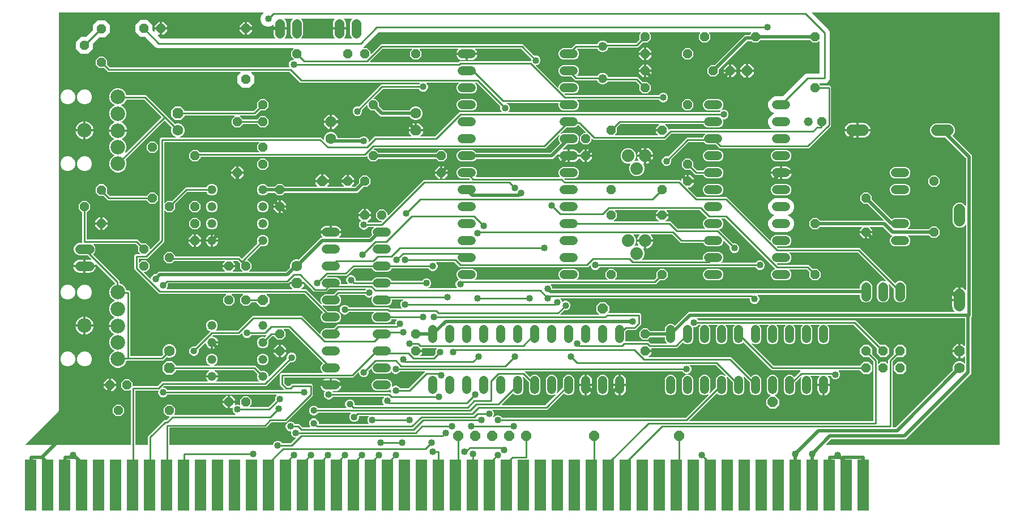
<source format=gbl>
G04 EAGLE Gerber RS-274X export*
G75*
%MOMM*%
%FSLAX34Y34*%
%LPD*%
%INBottom Copper*%
%IPPOS*%
%AMOC8*
5,1,8,0,0,1.08239X$1,22.5*%
G01*
%ADD10P,1.429621X8X292.500000*%
%ADD11P,1.732040X8X292.500000*%
%ADD12C,1.600200*%
%ADD13P,1.429621X8X202.500000*%
%ADD14C,1.320800*%
%ADD15P,1.429621X8X112.500000*%
%ADD16P,1.429621X8X22.500000*%
%ADD17C,1.879600*%
%ADD18C,1.320800*%
%ADD19C,1.422400*%
%ADD20C,2.184400*%
%ADD21P,1.649562X8X292.500000*%
%ADD22P,1.732040X8X112.500000*%
%ADD23C,1.676400*%
%ADD24P,1.649562X8X22.500000*%
%ADD25R,1.780000X7.620000*%
%ADD26P,1.539592X8X22.500000*%
%ADD27C,0.508000*%
%ADD28C,1.016000*%
%ADD29C,0.254000*%

G36*
X1481558Y100842D02*
X1481558Y100842D01*
X1481577Y100840D01*
X1481679Y100862D01*
X1481781Y100879D01*
X1481798Y100888D01*
X1481818Y100892D01*
X1481907Y100945D01*
X1481998Y100994D01*
X1482012Y101008D01*
X1482029Y101018D01*
X1482096Y101097D01*
X1482168Y101172D01*
X1482176Y101190D01*
X1482189Y101205D01*
X1482228Y101301D01*
X1482271Y101395D01*
X1482273Y101415D01*
X1482281Y101433D01*
X1482299Y101600D01*
X1482299Y747268D01*
X1482296Y747288D01*
X1482298Y747307D01*
X1482276Y747409D01*
X1482260Y747511D01*
X1482250Y747528D01*
X1482246Y747548D01*
X1482193Y747637D01*
X1482144Y747728D01*
X1482130Y747742D01*
X1482120Y747759D01*
X1482041Y747826D01*
X1481966Y747898D01*
X1481948Y747906D01*
X1481933Y747919D01*
X1481837Y747958D01*
X1481743Y748001D01*
X1481723Y748003D01*
X1481705Y748011D01*
X1481538Y748029D01*
X1202564Y748029D01*
X1202493Y748018D01*
X1202422Y748016D01*
X1202373Y747998D01*
X1202321Y747990D01*
X1202258Y747956D01*
X1202191Y747931D01*
X1202150Y747899D01*
X1202104Y747874D01*
X1202055Y747822D01*
X1201999Y747778D01*
X1201971Y747734D01*
X1201935Y747696D01*
X1201904Y747631D01*
X1201866Y747571D01*
X1201853Y747520D01*
X1201831Y747473D01*
X1201823Y747402D01*
X1201806Y747332D01*
X1201810Y747280D01*
X1201804Y747229D01*
X1201819Y747158D01*
X1201825Y747087D01*
X1201845Y747039D01*
X1201856Y746988D01*
X1201893Y746927D01*
X1201921Y746861D01*
X1201966Y746805D01*
X1201982Y746777D01*
X1202000Y746762D01*
X1202026Y746730D01*
X1224853Y723902D01*
X1227033Y721723D01*
X1228154Y719015D01*
X1228154Y647822D01*
X1227033Y645115D01*
X1224960Y643042D01*
X1222253Y641921D01*
X1213631Y641921D01*
X1213560Y641909D01*
X1213489Y641907D01*
X1213440Y641889D01*
X1213388Y641881D01*
X1213325Y641848D01*
X1213258Y641823D01*
X1213217Y641790D01*
X1213171Y641766D01*
X1213122Y641714D01*
X1213066Y641669D01*
X1213038Y641625D01*
X1213002Y641588D01*
X1212972Y641523D01*
X1212933Y641462D01*
X1212920Y641412D01*
X1212898Y641365D01*
X1212890Y641293D01*
X1212873Y641224D01*
X1212877Y641172D01*
X1212871Y641120D01*
X1212886Y641050D01*
X1212892Y640979D01*
X1212912Y640931D01*
X1212923Y640880D01*
X1212960Y640818D01*
X1212988Y640752D01*
X1213033Y640696D01*
X1213049Y640669D01*
X1213067Y640653D01*
X1213093Y640621D01*
X1215188Y638526D01*
X1215262Y638473D01*
X1215332Y638413D01*
X1215362Y638401D01*
X1215388Y638382D01*
X1215475Y638355D01*
X1215560Y638321D01*
X1215601Y638317D01*
X1215623Y638310D01*
X1215655Y638311D01*
X1215727Y638303D01*
X1228506Y638303D01*
X1230440Y636368D01*
X1230440Y578069D01*
X1196756Y544385D01*
X1063844Y544385D01*
X1058289Y549940D01*
X1058215Y549993D01*
X1058146Y550053D01*
X1058115Y550065D01*
X1058089Y550084D01*
X1058002Y550111D01*
X1057917Y550145D01*
X1057876Y550149D01*
X1057854Y550156D01*
X1057822Y550155D01*
X1057751Y550163D01*
X1045778Y550163D01*
X1042604Y551478D01*
X1040395Y553687D01*
X1040321Y553740D01*
X1040252Y553799D01*
X1040221Y553812D01*
X1040195Y553830D01*
X1040108Y553857D01*
X1040023Y553891D01*
X1039982Y553896D01*
X1039960Y553903D01*
X1039928Y553902D01*
X1039857Y553910D01*
X1017683Y553910D01*
X1017593Y553895D01*
X1017502Y553888D01*
X1017473Y553875D01*
X1017441Y553870D01*
X1017360Y553827D01*
X1017276Y553792D01*
X1017244Y553766D01*
X1017223Y553755D01*
X1017201Y553732D01*
X1017145Y553687D01*
X991422Y527963D01*
X991354Y527870D01*
X991284Y527775D01*
X991282Y527769D01*
X991278Y527764D01*
X991244Y527653D01*
X991207Y527541D01*
X991207Y527534D01*
X991206Y527528D01*
X991209Y527412D01*
X991210Y527295D01*
X991212Y527288D01*
X991212Y527283D01*
X991218Y527265D01*
X991257Y527134D01*
X991363Y526877D01*
X991363Y524048D01*
X990280Y521433D01*
X988279Y519433D01*
X985665Y518350D01*
X982835Y518350D01*
X980221Y519433D01*
X978220Y521433D01*
X977137Y524048D01*
X977137Y526877D01*
X978220Y529492D01*
X980221Y531492D01*
X982835Y532575D01*
X985665Y532575D01*
X985921Y532469D01*
X986034Y532442D01*
X986148Y532414D01*
X986155Y532414D01*
X986161Y532413D01*
X986277Y532424D01*
X986393Y532433D01*
X986399Y532435D01*
X986405Y532436D01*
X986513Y532484D01*
X986620Y532529D01*
X986626Y532534D01*
X986630Y532536D01*
X986644Y532549D01*
X986751Y532634D01*
X1014632Y560515D01*
X1038349Y560515D01*
X1038464Y560534D01*
X1038580Y560551D01*
X1038586Y560554D01*
X1038592Y560555D01*
X1038695Y560609D01*
X1038800Y560663D01*
X1038804Y560667D01*
X1038810Y560670D01*
X1038889Y560754D01*
X1038972Y560838D01*
X1038976Y560845D01*
X1038979Y560848D01*
X1038987Y560865D01*
X1039053Y560985D01*
X1040174Y563692D01*
X1041792Y565310D01*
X1041834Y565368D01*
X1041883Y565420D01*
X1041905Y565468D01*
X1041936Y565510D01*
X1041957Y565578D01*
X1041987Y565644D01*
X1041993Y565695D01*
X1042008Y565745D01*
X1042006Y565817D01*
X1042014Y565888D01*
X1042003Y565939D01*
X1042002Y565991D01*
X1041977Y566058D01*
X1041962Y566128D01*
X1041935Y566173D01*
X1041917Y566222D01*
X1041872Y566278D01*
X1041836Y566339D01*
X1041796Y566373D01*
X1041763Y566414D01*
X1041703Y566453D01*
X1041649Y566499D01*
X1041600Y566519D01*
X1041557Y566547D01*
X1041487Y566564D01*
X1041420Y566591D01*
X1041349Y566599D01*
X1041318Y566607D01*
X1041295Y566605D01*
X1041254Y566610D01*
X992283Y566610D01*
X992193Y566595D01*
X992102Y566588D01*
X992073Y566575D01*
X992041Y566570D01*
X991960Y566527D01*
X991876Y566492D01*
X991844Y566466D01*
X991823Y566455D01*
X991801Y566432D01*
X991745Y566387D01*
X982443Y557085D01*
X874932Y557085D01*
X873536Y558480D01*
X873478Y558522D01*
X873426Y558572D01*
X873379Y558594D01*
X873337Y558624D01*
X873268Y558645D01*
X873203Y558675D01*
X873151Y558681D01*
X873101Y558696D01*
X873030Y558695D01*
X872959Y558702D01*
X872908Y558691D01*
X872856Y558690D01*
X872788Y558665D01*
X872718Y558650D01*
X872673Y558623D01*
X872625Y558606D01*
X872569Y558561D01*
X872507Y558524D01*
X872473Y558484D01*
X872433Y558452D01*
X872394Y558392D01*
X872347Y558337D01*
X872328Y558289D01*
X872300Y558245D01*
X872282Y558175D01*
X872255Y558109D01*
X872247Y558038D01*
X872239Y558006D01*
X872241Y557983D01*
X872237Y557942D01*
X872237Y555223D01*
X867177Y550163D01*
X860023Y550163D01*
X854963Y555223D01*
X854963Y562377D01*
X860023Y567437D01*
X862742Y567437D01*
X862813Y567448D01*
X862885Y567450D01*
X862934Y567468D01*
X862985Y567476D01*
X863048Y567510D01*
X863116Y567535D01*
X863156Y567567D01*
X863202Y567592D01*
X863252Y567644D01*
X863308Y567688D01*
X863336Y567732D01*
X863372Y567770D01*
X863402Y567835D01*
X863441Y567895D01*
X863453Y567946D01*
X863475Y567993D01*
X863483Y568064D01*
X863501Y568134D01*
X863497Y568186D01*
X863502Y568237D01*
X863487Y568308D01*
X863482Y568379D01*
X863461Y568427D01*
X863450Y568478D01*
X863413Y568539D01*
X863385Y568605D01*
X863341Y568661D01*
X863324Y568689D01*
X863306Y568704D01*
X863280Y568736D01*
X852956Y579061D01*
X852940Y579073D01*
X852927Y579088D01*
X852840Y579144D01*
X852756Y579205D01*
X852737Y579210D01*
X852720Y579221D01*
X852620Y579246D01*
X852521Y579277D01*
X852501Y579276D01*
X852482Y579281D01*
X852379Y579273D01*
X852275Y579271D01*
X852256Y579264D01*
X852236Y579262D01*
X852141Y579222D01*
X852044Y579186D01*
X852028Y579174D01*
X852010Y579166D01*
X851879Y579061D01*
X849696Y576878D01*
X846522Y575563D01*
X834549Y575563D01*
X834459Y575549D01*
X834368Y575541D01*
X834339Y575529D01*
X834307Y575524D01*
X834226Y575481D01*
X834142Y575445D01*
X834110Y575419D01*
X834089Y575408D01*
X834067Y575385D01*
X834011Y575340D01*
X826147Y567477D01*
X826091Y567398D01*
X826029Y567323D01*
X826019Y567298D01*
X826004Y567277D01*
X825975Y567184D01*
X825940Y567093D01*
X825939Y567067D01*
X825932Y567042D01*
X825934Y566944D01*
X825930Y566847D01*
X825937Y566822D01*
X825938Y566796D01*
X825971Y566704D01*
X825998Y566611D01*
X826013Y566590D01*
X826022Y566565D01*
X826083Y566489D01*
X826139Y566409D01*
X826160Y566393D01*
X826176Y566373D01*
X826258Y566320D01*
X826336Y566262D01*
X826361Y566254D01*
X826383Y566240D01*
X826477Y566216D01*
X826570Y566186D01*
X826596Y566186D01*
X826622Y566180D01*
X826718Y566187D01*
X826816Y566188D01*
X826847Y566197D01*
X826867Y566199D01*
X826897Y566212D01*
X826977Y566235D01*
X829878Y567437D01*
X846522Y567437D01*
X849696Y566122D01*
X852126Y563692D01*
X853441Y560518D01*
X853441Y557082D01*
X852126Y553908D01*
X849696Y551478D01*
X846522Y550163D01*
X836345Y550163D01*
X836255Y550149D01*
X836164Y550141D01*
X836135Y550129D01*
X836103Y550124D01*
X836022Y550081D01*
X835938Y550045D01*
X835906Y550019D01*
X835885Y550008D01*
X835863Y549985D01*
X835807Y549940D01*
X829619Y543752D01*
X829606Y543733D01*
X829588Y543719D01*
X829534Y543634D01*
X829475Y543552D01*
X829469Y543530D01*
X829456Y543511D01*
X829433Y543413D01*
X829403Y543317D01*
X829404Y543294D01*
X829398Y543272D01*
X829407Y543172D01*
X829409Y543071D01*
X829417Y543050D01*
X829419Y543027D01*
X829459Y542935D01*
X829494Y542840D01*
X829508Y542822D01*
X829517Y542801D01*
X829585Y542727D01*
X829648Y542648D01*
X829667Y542636D01*
X829682Y542619D01*
X829770Y542570D01*
X829854Y542515D01*
X829877Y542510D01*
X829897Y542498D01*
X829996Y542480D01*
X830093Y542455D01*
X830116Y542457D01*
X830139Y542453D01*
X830306Y542467D01*
X830695Y542545D01*
X836677Y542545D01*
X836677Y534923D01*
X822537Y534923D01*
X822537Y534936D01*
X822531Y534958D01*
X822530Y534981D01*
X822495Y535076D01*
X822467Y535172D01*
X822453Y535190D01*
X822446Y535212D01*
X822383Y535291D01*
X822325Y535373D01*
X822306Y535386D01*
X822292Y535404D01*
X822207Y535459D01*
X822126Y535518D01*
X822104Y535525D01*
X822085Y535537D01*
X821987Y535562D01*
X821892Y535592D01*
X821869Y535592D01*
X821846Y535597D01*
X821746Y535589D01*
X821646Y535588D01*
X821624Y535580D01*
X821601Y535578D01*
X821509Y535539D01*
X821414Y535505D01*
X821396Y535491D01*
X821375Y535482D01*
X821244Y535377D01*
X817596Y531729D01*
X814694Y528827D01*
X700361Y528827D01*
X700271Y528813D01*
X700180Y528805D01*
X700150Y528793D01*
X700118Y528788D01*
X700037Y528745D01*
X699953Y528709D01*
X699921Y528683D01*
X699901Y528672D01*
X699879Y528649D01*
X699822Y528604D01*
X697296Y526078D01*
X694122Y524763D01*
X677478Y524763D01*
X674304Y526078D01*
X671874Y528508D01*
X670559Y531682D01*
X670559Y535118D01*
X671874Y538292D01*
X674304Y540722D01*
X677478Y542037D01*
X694122Y542037D01*
X697296Y540722D01*
X699822Y538196D01*
X699896Y538143D01*
X699966Y538083D01*
X699996Y538071D01*
X700022Y538052D01*
X700109Y538025D01*
X700194Y537991D01*
X700235Y537987D01*
X700257Y537980D01*
X700289Y537981D01*
X700361Y537973D01*
X810591Y537973D01*
X810681Y537987D01*
X810772Y537995D01*
X810801Y538007D01*
X810833Y538012D01*
X810914Y538055D01*
X810998Y538091D01*
X811030Y538117D01*
X811051Y538128D01*
X811073Y538151D01*
X811129Y538196D01*
X825019Y552086D01*
X825031Y552102D01*
X825046Y552115D01*
X825103Y552202D01*
X825163Y552286D01*
X825169Y552305D01*
X825179Y552322D01*
X825205Y552422D01*
X825235Y552521D01*
X825235Y552541D01*
X825239Y552560D01*
X825231Y552663D01*
X825229Y552767D01*
X825222Y552786D01*
X825220Y552805D01*
X825180Y552900D01*
X825144Y552998D01*
X825132Y553013D01*
X825124Y553032D01*
X825019Y553163D01*
X824274Y553908D01*
X822959Y557082D01*
X822959Y560518D01*
X824161Y563419D01*
X824170Y563457D01*
X824178Y563474D01*
X824181Y563506D01*
X824183Y563514D01*
X824212Y563607D01*
X824211Y563633D01*
X824217Y563658D01*
X824208Y563755D01*
X824205Y563853D01*
X824196Y563877D01*
X824194Y563903D01*
X824154Y563992D01*
X824121Y564084D01*
X824105Y564104D01*
X824094Y564128D01*
X824028Y564200D01*
X823967Y564276D01*
X823945Y564290D01*
X823928Y564309D01*
X823842Y564356D01*
X823760Y564409D01*
X823735Y564415D01*
X823712Y564428D01*
X823616Y564445D01*
X823522Y564469D01*
X823496Y564467D01*
X823470Y564471D01*
X823373Y564457D01*
X823277Y564450D01*
X823253Y564439D01*
X823227Y564436D01*
X823140Y564391D01*
X823050Y564353D01*
X823025Y564333D01*
X823007Y564324D01*
X822984Y564300D01*
X822919Y564249D01*
X803056Y544385D01*
X547783Y544385D01*
X547693Y544370D01*
X547602Y544363D01*
X547573Y544350D01*
X547541Y544345D01*
X547460Y544302D01*
X547376Y544267D01*
X547344Y544241D01*
X547323Y544230D01*
X547301Y544207D01*
X547245Y544162D01*
X546420Y543336D01*
X546378Y543278D01*
X546328Y543226D01*
X546306Y543179D01*
X546276Y543137D01*
X546255Y543068D01*
X546225Y543003D01*
X546219Y542951D01*
X546204Y542901D01*
X546205Y542830D01*
X546198Y542759D01*
X546209Y542708D01*
X546210Y542656D01*
X546235Y542588D01*
X546250Y542518D01*
X546277Y542473D01*
X546294Y542425D01*
X546339Y542369D01*
X546376Y542307D01*
X546416Y542273D01*
X546448Y542233D01*
X546508Y542194D01*
X546563Y542147D01*
X546611Y542128D01*
X546655Y542100D01*
X546725Y542082D01*
X546791Y542055D01*
X546862Y542047D01*
X546894Y542039D01*
X546917Y542041D01*
X546958Y542037D01*
X549677Y542037D01*
X553518Y538196D01*
X553592Y538143D01*
X553662Y538083D01*
X553692Y538071D01*
X553718Y538052D01*
X553805Y538025D01*
X553890Y537991D01*
X553931Y537987D01*
X553953Y537980D01*
X553985Y537981D01*
X554057Y537973D01*
X639743Y537973D01*
X639833Y537987D01*
X639924Y537995D01*
X639954Y538007D01*
X639986Y538012D01*
X640067Y538055D01*
X640151Y538091D01*
X640183Y538117D01*
X640203Y538128D01*
X640226Y538151D01*
X640282Y538196D01*
X644123Y542037D01*
X651277Y542037D01*
X656337Y536977D01*
X656337Y529823D01*
X651277Y524763D01*
X644123Y524763D01*
X640282Y528604D01*
X640208Y528657D01*
X640138Y528717D01*
X640108Y528729D01*
X640082Y528748D01*
X639995Y528775D01*
X639910Y528809D01*
X639869Y528813D01*
X639847Y528820D01*
X639815Y528819D01*
X639743Y528827D01*
X554057Y528827D01*
X553967Y528813D01*
X553876Y528805D01*
X553846Y528793D01*
X553814Y528788D01*
X553733Y528745D01*
X553649Y528709D01*
X553617Y528683D01*
X553597Y528672D01*
X553574Y528649D01*
X553518Y528604D01*
X549677Y524763D01*
X542523Y524763D01*
X537463Y529823D01*
X537463Y532542D01*
X537452Y532613D01*
X537450Y532685D01*
X537432Y532734D01*
X537424Y532785D01*
X537390Y532848D01*
X537365Y532916D01*
X537333Y532956D01*
X537308Y533002D01*
X537256Y533052D01*
X537212Y533108D01*
X537168Y533136D01*
X537130Y533172D01*
X537065Y533202D01*
X537005Y533241D01*
X536954Y533253D01*
X536907Y533275D01*
X536836Y533283D01*
X536766Y533301D01*
X536714Y533297D01*
X536663Y533302D01*
X536592Y533287D01*
X536521Y533282D01*
X536473Y533261D01*
X536422Y533250D01*
X536361Y533213D01*
X536295Y533185D01*
X536239Y533140D01*
X536211Y533124D01*
X536196Y533106D01*
X536164Y533080D01*
X534768Y531685D01*
X288798Y531685D01*
X288778Y531682D01*
X288759Y531684D01*
X288657Y531662D01*
X288555Y531645D01*
X288538Y531636D01*
X288518Y531631D01*
X288429Y531578D01*
X288338Y531530D01*
X288324Y531516D01*
X288307Y531505D01*
X288240Y531426D01*
X288168Y531352D01*
X288160Y531334D01*
X288147Y531318D01*
X288108Y531222D01*
X288065Y531129D01*
X288063Y531109D01*
X288055Y531090D01*
X288037Y530924D01*
X288037Y529823D01*
X282977Y524763D01*
X275823Y524763D01*
X270763Y529823D01*
X270763Y536977D01*
X275823Y542037D01*
X282977Y542037D01*
X286501Y538513D01*
X286575Y538460D01*
X286644Y538401D01*
X286674Y538389D01*
X286701Y538370D01*
X286788Y538343D01*
X286873Y538309D01*
X286913Y538304D01*
X286936Y538297D01*
X286968Y538298D01*
X287039Y538290D01*
X374758Y538290D01*
X374829Y538302D01*
X374900Y538304D01*
X374949Y538322D01*
X375001Y538330D01*
X375064Y538364D01*
X375131Y538388D01*
X375172Y538421D01*
X375218Y538445D01*
X375267Y538497D01*
X375323Y538542D01*
X375351Y538586D01*
X375387Y538623D01*
X375417Y538688D01*
X375456Y538749D01*
X375469Y538799D01*
X375491Y538846D01*
X375499Y538918D01*
X375516Y538987D01*
X375512Y539039D01*
X375518Y539091D01*
X375503Y539161D01*
X375497Y539232D01*
X375477Y539280D01*
X375466Y539331D01*
X375429Y539393D01*
X375401Y539459D01*
X375356Y539515D01*
X375340Y539542D01*
X375322Y539558D01*
X375296Y539590D01*
X372363Y542523D01*
X372363Y549677D01*
X375296Y552610D01*
X375338Y552668D01*
X375387Y552720D01*
X375409Y552768D01*
X375440Y552810D01*
X375461Y552878D01*
X375491Y552944D01*
X375497Y552995D01*
X375512Y553045D01*
X375510Y553117D01*
X375518Y553188D01*
X375507Y553239D01*
X375506Y553291D01*
X375481Y553358D01*
X375466Y553428D01*
X375439Y553473D01*
X375421Y553522D01*
X375376Y553578D01*
X375340Y553639D01*
X375300Y553673D01*
X375267Y553714D01*
X375207Y553753D01*
X375153Y553799D01*
X375104Y553819D01*
X375061Y553847D01*
X374991Y553864D01*
X374925Y553891D01*
X374853Y553899D01*
X374822Y553907D01*
X374799Y553905D01*
X374758Y553910D01*
X234251Y553910D01*
X234232Y553907D01*
X234212Y553909D01*
X234111Y553887D01*
X234009Y553870D01*
X233991Y553861D01*
X233972Y553856D01*
X233883Y553803D01*
X233791Y553755D01*
X233778Y553741D01*
X233761Y553730D01*
X233693Y553652D01*
X233622Y553577D01*
X233614Y553559D01*
X233601Y553543D01*
X233562Y553447D01*
X233518Y553354D01*
X233516Y553334D01*
X233509Y553315D01*
X233490Y553149D01*
X233490Y463442D01*
X233502Y463371D01*
X233504Y463300D01*
X233522Y463251D01*
X233530Y463199D01*
X233564Y463136D01*
X233588Y463069D01*
X233621Y463028D01*
X233645Y462982D01*
X233697Y462933D01*
X233742Y462877D01*
X233786Y462849D01*
X233823Y462813D01*
X233888Y462783D01*
X233949Y462744D01*
X233999Y462731D01*
X234046Y462709D01*
X234118Y462701D01*
X234187Y462684D01*
X234239Y462688D01*
X234291Y462682D01*
X234361Y462697D01*
X234432Y462703D01*
X234480Y462723D01*
X234531Y462734D01*
X234593Y462771D01*
X234659Y462799D01*
X234715Y462844D01*
X234742Y462860D01*
X234758Y462878D01*
X234790Y462904D01*
X237723Y465837D01*
X244951Y465837D01*
X245041Y465851D01*
X245132Y465859D01*
X245161Y465871D01*
X245193Y465876D01*
X245274Y465919D01*
X245358Y465955D01*
X245390Y465981D01*
X245411Y465992D01*
X245433Y466015D01*
X245489Y466060D01*
X265332Y485903D01*
X296311Y485903D01*
X296426Y485922D01*
X296542Y485939D01*
X296548Y485941D01*
X296554Y485942D01*
X296656Y485997D01*
X296761Y486050D01*
X296766Y486055D01*
X296771Y486058D01*
X296851Y486142D01*
X296933Y486226D01*
X296937Y486232D01*
X296941Y486236D01*
X296948Y486253D01*
X297014Y486373D01*
X297478Y487492D01*
X299908Y489922D01*
X303082Y491237D01*
X306518Y491237D01*
X309692Y489922D01*
X312122Y487492D01*
X313437Y484318D01*
X313437Y480882D01*
X312122Y477708D01*
X309692Y475278D01*
X306518Y473963D01*
X303082Y473963D01*
X299908Y475278D01*
X297478Y477708D01*
X297014Y478827D01*
X296953Y478927D01*
X296893Y479027D01*
X296888Y479031D01*
X296885Y479036D01*
X296795Y479111D01*
X296706Y479187D01*
X296700Y479189D01*
X296695Y479193D01*
X296587Y479235D01*
X296478Y479279D01*
X296470Y479280D01*
X296466Y479281D01*
X296447Y479282D01*
X296311Y479297D01*
X268383Y479297D01*
X268293Y479283D01*
X268202Y479275D01*
X268173Y479263D01*
X268141Y479258D01*
X268060Y479215D01*
X267976Y479179D01*
X267944Y479153D01*
X267923Y479142D01*
X267901Y479119D01*
X267845Y479074D01*
X250160Y461389D01*
X250107Y461315D01*
X250047Y461246D01*
X250035Y461215D01*
X250016Y461189D01*
X249989Y461102D01*
X249955Y461017D01*
X249951Y460976D01*
X249944Y460954D01*
X249945Y460922D01*
X249937Y460851D01*
X249937Y453623D01*
X244877Y448563D01*
X237723Y448563D01*
X234790Y451496D01*
X234732Y451538D01*
X234680Y451587D01*
X234632Y451609D01*
X234590Y451640D01*
X234522Y451661D01*
X234456Y451691D01*
X234405Y451697D01*
X234355Y451712D01*
X234283Y451710D01*
X234212Y451718D01*
X234161Y451707D01*
X234109Y451706D01*
X234042Y451681D01*
X233972Y451666D01*
X233927Y451639D01*
X233878Y451621D01*
X233822Y451576D01*
X233761Y451540D01*
X233727Y451500D01*
X233686Y451467D01*
X233647Y451407D01*
X233601Y451353D01*
X233581Y451304D01*
X233553Y451261D01*
X233536Y451191D01*
X233509Y451125D01*
X233501Y451053D01*
X233493Y451022D01*
X233495Y450999D01*
X233490Y450958D01*
X233490Y405032D01*
X207743Y379285D01*
X196151Y379285D01*
X196132Y379282D01*
X196112Y379284D01*
X196011Y379262D01*
X195909Y379245D01*
X195891Y379236D01*
X195872Y379231D01*
X195783Y379178D01*
X195691Y379130D01*
X195678Y379116D01*
X195661Y379105D01*
X195593Y379027D01*
X195522Y378952D01*
X195514Y378934D01*
X195501Y378918D01*
X195462Y378822D01*
X195418Y378729D01*
X195416Y378709D01*
X195409Y378690D01*
X195390Y378524D01*
X195390Y374542D01*
X195402Y374471D01*
X195404Y374400D01*
X195422Y374351D01*
X195430Y374299D01*
X195464Y374236D01*
X195488Y374169D01*
X195521Y374128D01*
X195545Y374082D01*
X195597Y374033D01*
X195642Y373977D01*
X195686Y373949D01*
X195723Y373913D01*
X195788Y373883D01*
X195849Y373844D01*
X195899Y373831D01*
X195946Y373809D01*
X196018Y373801D01*
X196087Y373784D01*
X196139Y373788D01*
X196191Y373782D01*
X196261Y373797D01*
X196332Y373803D01*
X196380Y373823D01*
X196431Y373834D01*
X196493Y373871D01*
X196559Y373899D01*
X196615Y373944D01*
X196642Y373960D01*
X196658Y373978D01*
X196690Y374004D01*
X199623Y376937D01*
X206777Y376937D01*
X211837Y371877D01*
X211837Y364723D01*
X206777Y359663D01*
X204058Y359663D01*
X203987Y359652D01*
X203915Y359650D01*
X203866Y359632D01*
X203815Y359624D01*
X203752Y359590D01*
X203684Y359565D01*
X203644Y359533D01*
X203598Y359508D01*
X203548Y359457D01*
X203492Y359412D01*
X203464Y359368D01*
X203428Y359330D01*
X203398Y359265D01*
X203359Y359205D01*
X203347Y359154D01*
X203325Y359107D01*
X203317Y359036D01*
X203299Y358966D01*
X203303Y358914D01*
X203298Y358863D01*
X203313Y358792D01*
X203318Y358721D01*
X203339Y358673D01*
X203350Y358622D01*
X203387Y358561D01*
X203415Y358495D01*
X203459Y358439D01*
X203476Y358411D01*
X203494Y358396D01*
X203520Y358364D01*
X212250Y349633D01*
X212308Y349591D01*
X212360Y349542D01*
X212408Y349520D01*
X212450Y349489D01*
X212518Y349468D01*
X212584Y349438D01*
X212635Y349432D01*
X212685Y349417D01*
X212757Y349419D01*
X212828Y349411D01*
X212879Y349422D01*
X212931Y349423D01*
X212998Y349448D01*
X213068Y349463D01*
X213113Y349490D01*
X213162Y349508D01*
X213218Y349553D01*
X213279Y349590D01*
X213313Y349629D01*
X213354Y349662D01*
X213393Y349722D01*
X213439Y349776D01*
X213459Y349825D01*
X213487Y349869D01*
X213504Y349938D01*
X213531Y350005D01*
X213539Y350076D01*
X213547Y350107D01*
X213545Y350130D01*
X213550Y350171D01*
X213550Y350665D01*
X214633Y353279D01*
X216633Y355280D01*
X219248Y356363D01*
X220993Y356363D01*
X221083Y356377D01*
X221174Y356385D01*
X221204Y356397D01*
X221236Y356402D01*
X221316Y356445D01*
X221400Y356481D01*
X221433Y356507D01*
X221453Y356518D01*
X221475Y356541D01*
X221531Y356586D01*
X222217Y357271D01*
X225118Y360173D01*
X323557Y360173D01*
X323628Y360184D01*
X323699Y360186D01*
X323748Y360204D01*
X323800Y360212D01*
X323863Y360246D01*
X323930Y360271D01*
X323971Y360303D01*
X324017Y360328D01*
X324066Y360380D01*
X324122Y360424D01*
X324151Y360468D01*
X324186Y360506D01*
X324217Y360571D01*
X324255Y360631D01*
X324268Y360682D01*
X324290Y360729D01*
X324298Y360800D01*
X324315Y360870D01*
X324311Y360922D01*
X324317Y360973D01*
X324302Y361044D01*
X324296Y361115D01*
X324276Y361163D01*
X324265Y361214D01*
X324228Y361275D01*
X324200Y361341D01*
X324155Y361397D01*
X324139Y361425D01*
X324121Y361440D01*
X324095Y361472D01*
X321055Y364512D01*
X321055Y366777D01*
X329438Y366777D01*
X329458Y366780D01*
X329477Y366778D01*
X329579Y366800D01*
X329681Y366817D01*
X329698Y366826D01*
X329718Y366830D01*
X329807Y366883D01*
X329898Y366932D01*
X329912Y366946D01*
X329929Y366956D01*
X329996Y367035D01*
X330067Y367110D01*
X330076Y367128D01*
X330089Y367143D01*
X330127Y367239D01*
X330171Y367333D01*
X330173Y367353D01*
X330181Y367371D01*
X330199Y367538D01*
X330199Y369062D01*
X330196Y369082D01*
X330198Y369101D01*
X330176Y369203D01*
X330159Y369305D01*
X330150Y369322D01*
X330146Y369342D01*
X330093Y369431D01*
X330044Y369522D01*
X330030Y369536D01*
X330020Y369553D01*
X329941Y369620D01*
X329866Y369691D01*
X329848Y369700D01*
X329833Y369713D01*
X329737Y369752D01*
X329643Y369795D01*
X329623Y369797D01*
X329605Y369805D01*
X329438Y369823D01*
X321055Y369823D01*
X321055Y372088D01*
X323778Y374810D01*
X323820Y374868D01*
X323869Y374920D01*
X323891Y374968D01*
X323921Y375010D01*
X323942Y375078D01*
X323973Y375144D01*
X323978Y375195D01*
X323994Y375245D01*
X323992Y375317D01*
X324000Y375388D01*
X323989Y375439D01*
X323987Y375491D01*
X323963Y375558D01*
X323947Y375628D01*
X323921Y375673D01*
X323903Y375722D01*
X323858Y375778D01*
X323821Y375839D01*
X323782Y375873D01*
X323749Y375914D01*
X323689Y375953D01*
X323634Y375999D01*
X323586Y376019D01*
X323542Y376047D01*
X323473Y376064D01*
X323406Y376091D01*
X323335Y376099D01*
X323304Y376107D01*
X323280Y376105D01*
X323239Y376110D01*
X248939Y376110D01*
X248849Y376095D01*
X248758Y376088D01*
X248728Y376075D01*
X248696Y376070D01*
X248616Y376027D01*
X248532Y375992D01*
X248500Y375966D01*
X248479Y375955D01*
X248457Y375932D01*
X248401Y375887D01*
X244877Y372363D01*
X237723Y372363D01*
X232663Y377423D01*
X232663Y384577D01*
X237723Y389637D01*
X244877Y389637D01*
X249937Y384577D01*
X249937Y383476D01*
X249940Y383457D01*
X249938Y383437D01*
X249960Y383336D01*
X249976Y383234D01*
X249986Y383216D01*
X249990Y383197D01*
X250043Y383108D01*
X250092Y383016D01*
X250106Y383003D01*
X250116Y382986D01*
X250195Y382918D01*
X250270Y382847D01*
X250288Y382839D01*
X250303Y382826D01*
X250399Y382787D01*
X250493Y382743D01*
X250513Y382741D01*
X250531Y382734D01*
X250698Y382715D01*
X345856Y382715D01*
X348712Y379859D01*
X348728Y379847D01*
X348740Y379832D01*
X348828Y379776D01*
X348911Y379716D01*
X348930Y379710D01*
X348947Y379699D01*
X349048Y379674D01*
X349147Y379643D01*
X349166Y379644D01*
X349186Y379639D01*
X349289Y379647D01*
X349392Y379650D01*
X349411Y379656D01*
X349431Y379658D01*
X349526Y379698D01*
X349623Y379734D01*
X349639Y379746D01*
X349657Y379754D01*
X349788Y379859D01*
X372662Y402733D01*
X372730Y402827D01*
X372800Y402921D01*
X372802Y402928D01*
X372806Y402933D01*
X372840Y403043D01*
X372876Y403155D01*
X372876Y403162D01*
X372878Y403168D01*
X372875Y403284D01*
X372874Y403401D01*
X372872Y403408D01*
X372872Y403414D01*
X372865Y403431D01*
X372827Y403562D01*
X372363Y404682D01*
X372363Y408118D01*
X373678Y411292D01*
X376108Y413722D01*
X379282Y415037D01*
X382718Y415037D01*
X385892Y413722D01*
X388322Y411292D01*
X389637Y408118D01*
X389637Y404682D01*
X388322Y401508D01*
X385892Y399078D01*
X382718Y397763D01*
X379282Y397763D01*
X378162Y398227D01*
X378049Y398254D01*
X377935Y398282D01*
X377929Y398282D01*
X377923Y398283D01*
X377806Y398272D01*
X377690Y398263D01*
X377684Y398261D01*
X377678Y398260D01*
X377571Y398212D01*
X377464Y398167D01*
X377458Y398162D01*
X377453Y398160D01*
X377440Y398147D01*
X377333Y398062D01*
X357507Y378236D01*
X357465Y378178D01*
X357416Y378126D01*
X357394Y378079D01*
X357363Y378037D01*
X357342Y377968D01*
X357312Y377903D01*
X357306Y377851D01*
X357291Y377801D01*
X357293Y377730D01*
X357285Y377659D01*
X357296Y377608D01*
X357297Y377556D01*
X357322Y377488D01*
X357337Y377418D01*
X357364Y377373D01*
X357382Y377325D01*
X357427Y377269D01*
X357464Y377207D01*
X357503Y377173D01*
X357536Y377133D01*
X357596Y377094D01*
X357650Y377047D01*
X357699Y377028D01*
X357743Y377000D01*
X357812Y376982D01*
X357879Y376955D01*
X357950Y376947D01*
X357981Y376939D01*
X358004Y376941D01*
X358045Y376937D01*
X359177Y376937D01*
X364237Y371877D01*
X364237Y364723D01*
X360986Y361472D01*
X360945Y361414D01*
X360895Y361362D01*
X360873Y361315D01*
X360843Y361273D01*
X360822Y361204D01*
X360792Y361139D01*
X360786Y361087D01*
X360771Y361037D01*
X360772Y360966D01*
X360764Y360895D01*
X360776Y360844D01*
X360777Y360792D01*
X360802Y360724D01*
X360817Y360654D01*
X360843Y360609D01*
X360861Y360561D01*
X360906Y360505D01*
X360943Y360443D01*
X360982Y360409D01*
X361015Y360369D01*
X361075Y360330D01*
X361130Y360283D01*
X361178Y360264D01*
X361222Y360236D01*
X361291Y360218D01*
X361358Y360191D01*
X361429Y360183D01*
X361460Y360175D01*
X361484Y360177D01*
X361525Y360173D01*
X415303Y360173D01*
X415393Y360187D01*
X415484Y360195D01*
X415514Y360207D01*
X415546Y360212D01*
X415627Y360255D01*
X415710Y360291D01*
X415743Y360317D01*
X415763Y360328D01*
X415785Y360351D01*
X415841Y360396D01*
X421543Y366098D01*
X421596Y366172D01*
X421656Y366241D01*
X421668Y366271D01*
X421687Y366297D01*
X421714Y366384D01*
X421748Y366469D01*
X421752Y366510D01*
X421759Y366532D01*
X421758Y366565D01*
X421766Y366636D01*
X421766Y370296D01*
X423294Y373984D01*
X426116Y376806D01*
X429804Y378334D01*
X433796Y378334D01*
X434437Y378068D01*
X434551Y378041D01*
X434664Y378013D01*
X434670Y378013D01*
X434676Y378012D01*
X434793Y378023D01*
X434909Y378032D01*
X434915Y378035D01*
X434921Y378035D01*
X435029Y378083D01*
X435135Y378128D01*
X435141Y378133D01*
X435146Y378135D01*
X435160Y378148D01*
X435266Y378233D01*
X465104Y408071D01*
X468006Y410973D01*
X469353Y410973D01*
X469424Y410984D01*
X469495Y410986D01*
X469544Y411004D01*
X469596Y411012D01*
X469659Y411046D01*
X469726Y411071D01*
X469767Y411103D01*
X469813Y411128D01*
X469862Y411180D01*
X469918Y411224D01*
X469946Y411268D01*
X469982Y411306D01*
X470013Y411371D01*
X470051Y411431D01*
X470064Y411482D01*
X470086Y411529D01*
X470094Y411600D01*
X470111Y411670D01*
X470107Y411722D01*
X470113Y411773D01*
X470098Y411844D01*
X470092Y411915D01*
X470072Y411963D01*
X470061Y412014D01*
X470024Y412075D01*
X469996Y412141D01*
X469951Y412197D01*
X469935Y412225D01*
X469917Y412240D01*
X469891Y412272D01*
X468893Y413270D01*
X467892Y414768D01*
X467203Y416433D01*
X466975Y417577D01*
X481838Y417577D01*
X481858Y417580D01*
X481877Y417578D01*
X481979Y417600D01*
X482081Y417617D01*
X482098Y417626D01*
X482118Y417630D01*
X482207Y417683D01*
X482298Y417732D01*
X482312Y417746D01*
X482329Y417756D01*
X482396Y417835D01*
X482467Y417910D01*
X482476Y417928D01*
X482489Y417943D01*
X482527Y418039D01*
X482571Y418133D01*
X482573Y418153D01*
X482581Y418171D01*
X482599Y418338D01*
X482599Y419101D01*
X482601Y419101D01*
X482601Y418338D01*
X482604Y418318D01*
X482602Y418299D01*
X482624Y418197D01*
X482641Y418095D01*
X482650Y418078D01*
X482654Y418058D01*
X482707Y417969D01*
X482756Y417878D01*
X482770Y417864D01*
X482780Y417847D01*
X482859Y417780D01*
X482934Y417709D01*
X482952Y417700D01*
X482967Y417687D01*
X483063Y417648D01*
X483157Y417605D01*
X483177Y417603D01*
X483195Y417595D01*
X483362Y417577D01*
X498225Y417577D01*
X497997Y416433D01*
X497308Y414768D01*
X496307Y413270D01*
X495309Y412272D01*
X495267Y412214D01*
X495218Y412162D01*
X495196Y412115D01*
X495165Y412073D01*
X495144Y412004D01*
X495114Y411939D01*
X495108Y411887D01*
X495093Y411837D01*
X495095Y411766D01*
X495087Y411695D01*
X495098Y411644D01*
X495099Y411592D01*
X495124Y411524D01*
X495139Y411454D01*
X495166Y411409D01*
X495184Y411361D01*
X495229Y411305D01*
X495265Y411243D01*
X495305Y411209D01*
X495337Y411169D01*
X495398Y411130D01*
X495452Y411083D01*
X495501Y411064D01*
X495544Y411036D01*
X495614Y411018D01*
X495680Y410991D01*
X495752Y410983D01*
X495783Y410975D01*
X495806Y410977D01*
X495847Y410973D01*
X539128Y410973D01*
X539218Y410987D01*
X539309Y410995D01*
X539339Y411007D01*
X539371Y411012D01*
X539452Y411055D01*
X539535Y411091D01*
X539568Y411117D01*
X539588Y411128D01*
X539610Y411151D01*
X539666Y411196D01*
X543871Y415401D01*
X543939Y415495D01*
X544009Y415589D01*
X544011Y415595D01*
X544015Y415600D01*
X544049Y415711D01*
X544085Y415823D01*
X544085Y415830D01*
X544087Y415835D01*
X544084Y415952D01*
X544083Y416069D01*
X544081Y416076D01*
X544081Y416081D01*
X544074Y416099D01*
X544036Y416230D01*
X543559Y417382D01*
X543559Y420818D01*
X544874Y423992D01*
X546492Y425610D01*
X546534Y425668D01*
X546583Y425720D01*
X546605Y425768D01*
X546636Y425810D01*
X546657Y425878D01*
X546687Y425944D01*
X546693Y425995D01*
X546708Y426045D01*
X546706Y426117D01*
X546714Y426188D01*
X546703Y426239D01*
X546702Y426291D01*
X546677Y426358D01*
X546662Y426428D01*
X546635Y426473D01*
X546617Y426522D01*
X546572Y426578D01*
X546536Y426639D01*
X546496Y426673D01*
X546463Y426714D01*
X546403Y426753D01*
X546349Y426799D01*
X546300Y426819D01*
X546257Y426847D01*
X546187Y426864D01*
X546120Y426891D01*
X546049Y426899D01*
X546018Y426907D01*
X545995Y426905D01*
X545954Y426910D01*
X538652Y426910D01*
X538537Y426891D01*
X538421Y426874D01*
X538415Y426871D01*
X538409Y426870D01*
X538306Y426816D01*
X538202Y426762D01*
X538197Y426758D01*
X538192Y426755D01*
X538111Y426670D01*
X538029Y426587D01*
X538026Y426580D01*
X538022Y426577D01*
X538014Y426560D01*
X537949Y426440D01*
X537842Y426183D01*
X535842Y424183D01*
X533227Y423100D01*
X530398Y423100D01*
X527783Y424183D01*
X525783Y426183D01*
X524700Y428798D01*
X524700Y431627D01*
X525783Y434242D01*
X527716Y436175D01*
X527728Y436191D01*
X527743Y436204D01*
X527799Y436291D01*
X527860Y436375D01*
X527865Y436394D01*
X527876Y436410D01*
X527901Y436511D01*
X527932Y436610D01*
X527931Y436630D01*
X527936Y436649D01*
X527928Y436752D01*
X527926Y436856D01*
X527919Y436874D01*
X527917Y436894D01*
X527877Y436989D01*
X527841Y437087D01*
X527829Y437102D01*
X527821Y437121D01*
X527716Y437251D01*
X524255Y440712D01*
X524255Y442977D01*
X532638Y442977D01*
X532658Y442980D01*
X532677Y442978D01*
X532779Y443000D01*
X532881Y443017D01*
X532898Y443026D01*
X532918Y443030D01*
X533007Y443083D01*
X533098Y443132D01*
X533112Y443146D01*
X533129Y443156D01*
X533196Y443235D01*
X533267Y443310D01*
X533276Y443328D01*
X533289Y443343D01*
X533327Y443439D01*
X533371Y443533D01*
X533373Y443553D01*
X533381Y443571D01*
X533399Y443738D01*
X533399Y444501D01*
X533401Y444501D01*
X533401Y443738D01*
X533404Y443718D01*
X533402Y443699D01*
X533424Y443597D01*
X533441Y443495D01*
X533450Y443478D01*
X533454Y443458D01*
X533507Y443369D01*
X533556Y443278D01*
X533570Y443264D01*
X533580Y443247D01*
X533659Y443180D01*
X533734Y443109D01*
X533752Y443100D01*
X533767Y443087D01*
X533863Y443048D01*
X533957Y443005D01*
X533977Y443003D01*
X533995Y442995D01*
X534162Y442977D01*
X542545Y442977D01*
X542545Y440712D01*
X537497Y435664D01*
X537485Y435648D01*
X537469Y435635D01*
X537413Y435548D01*
X537353Y435464D01*
X537347Y435445D01*
X537336Y435428D01*
X537311Y435328D01*
X537281Y435229D01*
X537281Y435209D01*
X537276Y435190D01*
X537284Y435087D01*
X537287Y434983D01*
X537294Y434965D01*
X537295Y434945D01*
X537336Y434850D01*
X537371Y434752D01*
X537384Y434737D01*
X537392Y434718D01*
X537497Y434587D01*
X537842Y434242D01*
X537949Y433985D01*
X538010Y433886D01*
X538070Y433786D01*
X538075Y433781D01*
X538078Y433776D01*
X538168Y433702D01*
X538257Y433626D01*
X538263Y433623D01*
X538268Y433619D01*
X538375Y433578D01*
X538485Y433534D01*
X538493Y433533D01*
X538497Y433531D01*
X538516Y433530D01*
X538652Y433515D01*
X557117Y433515D01*
X557207Y433530D01*
X557298Y433537D01*
X557327Y433550D01*
X557359Y433555D01*
X557440Y433598D01*
X557524Y433633D01*
X557556Y433659D01*
X557577Y433670D01*
X557599Y433693D01*
X557655Y433738D01*
X558480Y434564D01*
X558522Y434622D01*
X558572Y434674D01*
X558594Y434721D01*
X558624Y434763D01*
X558645Y434832D01*
X558675Y434897D01*
X558681Y434949D01*
X558696Y434999D01*
X558695Y435070D01*
X558702Y435141D01*
X558691Y435192D01*
X558690Y435244D01*
X558665Y435312D01*
X558650Y435382D01*
X558623Y435427D01*
X558606Y435475D01*
X558561Y435531D01*
X558524Y435593D01*
X558484Y435627D01*
X558452Y435667D01*
X558392Y435706D01*
X558337Y435753D01*
X558289Y435772D01*
X558245Y435800D01*
X558175Y435818D01*
X558109Y435845D01*
X558038Y435853D01*
X558006Y435861D01*
X557983Y435859D01*
X557942Y435863D01*
X555223Y435863D01*
X550163Y440923D01*
X550163Y448077D01*
X555223Y453137D01*
X562377Y453137D01*
X567437Y448077D01*
X567437Y445358D01*
X567448Y445287D01*
X567450Y445215D01*
X567468Y445166D01*
X567476Y445115D01*
X567510Y445052D01*
X567535Y444984D01*
X567567Y444944D01*
X567592Y444898D01*
X567644Y444848D01*
X567688Y444792D01*
X567732Y444764D01*
X567770Y444728D01*
X567835Y444698D01*
X567895Y444659D01*
X567946Y444647D01*
X567993Y444625D01*
X568064Y444617D01*
X568134Y444599D01*
X568186Y444603D01*
X568237Y444598D01*
X568308Y444613D01*
X568379Y444618D01*
X568427Y444639D01*
X568478Y444650D01*
X568539Y444687D01*
X568605Y444715D01*
X568661Y444759D01*
X568689Y444776D01*
X568704Y444794D01*
X568736Y444820D01*
X620932Y497015D01*
X690276Y497015D01*
X690347Y497027D01*
X690419Y497029D01*
X690468Y497047D01*
X690519Y497055D01*
X690582Y497089D01*
X690650Y497113D01*
X690690Y497146D01*
X690736Y497170D01*
X690786Y497222D01*
X690842Y497267D01*
X690870Y497311D01*
X690906Y497348D01*
X690936Y497413D01*
X690975Y497474D01*
X690987Y497524D01*
X691009Y497571D01*
X691017Y497643D01*
X691035Y497712D01*
X691031Y497764D01*
X691036Y497816D01*
X691021Y497886D01*
X691016Y497957D01*
X690995Y498005D01*
X690984Y498056D01*
X690947Y498118D01*
X690919Y498184D01*
X690874Y498240D01*
X690858Y498267D01*
X690840Y498283D01*
X690814Y498315D01*
X689989Y499140D01*
X689915Y499193D01*
X689846Y499253D01*
X689815Y499265D01*
X689789Y499284D01*
X689702Y499311D01*
X689617Y499345D01*
X689576Y499349D01*
X689554Y499356D01*
X689522Y499355D01*
X689451Y499363D01*
X677478Y499363D01*
X674304Y500678D01*
X671874Y503108D01*
X670559Y506282D01*
X670559Y509718D01*
X671874Y512892D01*
X674304Y515322D01*
X677478Y516637D01*
X694122Y516637D01*
X697296Y515322D01*
X699726Y512892D01*
X701041Y509718D01*
X701041Y506282D01*
X699726Y503108D01*
X699696Y503077D01*
X699654Y503019D01*
X699604Y502967D01*
X699582Y502920D01*
X699552Y502878D01*
X699531Y502809D01*
X699501Y502744D01*
X699495Y502692D01*
X699480Y502643D01*
X699481Y502571D01*
X699474Y502500D01*
X699485Y502449D01*
X699486Y502397D01*
X699511Y502329D01*
X699526Y502259D01*
X699552Y502214D01*
X699570Y502166D01*
X699615Y502110D01*
X699652Y502048D01*
X699691Y502014D01*
X699724Y501974D01*
X699784Y501935D01*
X699839Y501888D01*
X699887Y501869D01*
X699931Y501841D01*
X700000Y501823D01*
X700067Y501796D01*
X700138Y501788D01*
X700169Y501780D01*
X700193Y501782D01*
X700234Y501778D01*
X823766Y501778D01*
X823837Y501789D01*
X823909Y501791D01*
X823958Y501809D01*
X824009Y501817D01*
X824072Y501851D01*
X824140Y501876D01*
X824180Y501908D01*
X824226Y501933D01*
X824276Y501985D01*
X824332Y502029D01*
X824360Y502073D01*
X824396Y502111D01*
X824426Y502176D01*
X824465Y502236D01*
X824477Y502287D01*
X824499Y502334D01*
X824507Y502405D01*
X824525Y502475D01*
X824521Y502527D01*
X824526Y502578D01*
X824511Y502649D01*
X824506Y502720D01*
X824485Y502768D01*
X824474Y502819D01*
X824437Y502880D01*
X824409Y502946D01*
X824365Y503002D01*
X824348Y503030D01*
X824330Y503045D01*
X824304Y503077D01*
X824274Y503108D01*
X822959Y506282D01*
X822959Y509718D01*
X824274Y512892D01*
X826704Y515322D01*
X829878Y516637D01*
X846522Y516637D01*
X849696Y515322D01*
X852126Y512892D01*
X853441Y509718D01*
X853441Y506282D01*
X852126Y503108D01*
X849696Y500678D01*
X846522Y499363D01*
X832708Y499363D01*
X832637Y499352D01*
X832565Y499350D01*
X832516Y499332D01*
X832465Y499324D01*
X832402Y499290D01*
X832334Y499265D01*
X832294Y499233D01*
X832248Y499208D01*
X832198Y499156D01*
X832142Y499112D01*
X832114Y499068D01*
X832078Y499030D01*
X832048Y498965D01*
X832009Y498905D01*
X831997Y498854D01*
X831975Y498807D01*
X831967Y498736D01*
X831949Y498666D01*
X831953Y498614D01*
X831948Y498563D01*
X831963Y498492D01*
X831968Y498421D01*
X831989Y498373D01*
X832000Y498322D01*
X832037Y498261D01*
X832065Y498195D01*
X832110Y498139D01*
X832126Y498111D01*
X832144Y498096D01*
X832170Y498064D01*
X832995Y497238D01*
X833069Y497185D01*
X833138Y497126D01*
X833169Y497114D01*
X833195Y497095D01*
X833282Y497068D01*
X833367Y497034D01*
X833408Y497029D01*
X833430Y497022D01*
X833462Y497023D01*
X833533Y497015D01*
X1004668Y497015D01*
X1005556Y496128D01*
X1005614Y496086D01*
X1005666Y496036D01*
X1005713Y496014D01*
X1005755Y495984D01*
X1005824Y495963D01*
X1005889Y495933D01*
X1005941Y495927D01*
X1005991Y495912D01*
X1006062Y495913D01*
X1006133Y495906D01*
X1006184Y495917D01*
X1006236Y495918D01*
X1006304Y495943D01*
X1006374Y495958D01*
X1006419Y495985D01*
X1006467Y496002D01*
X1006523Y496047D01*
X1006585Y496084D01*
X1006619Y496124D01*
X1006659Y496156D01*
X1006698Y496216D01*
X1006745Y496271D01*
X1006764Y496319D01*
X1006792Y496363D01*
X1006810Y496433D01*
X1006837Y496499D01*
X1006845Y496570D01*
X1006853Y496602D01*
X1006851Y496625D01*
X1006855Y496666D01*
X1006855Y499088D01*
X1012212Y504445D01*
X1014477Y504445D01*
X1014477Y496062D01*
X1014480Y496042D01*
X1014478Y496023D01*
X1014500Y495921D01*
X1014517Y495819D01*
X1014526Y495802D01*
X1014530Y495782D01*
X1014583Y495693D01*
X1014632Y495602D01*
X1014646Y495588D01*
X1014656Y495571D01*
X1014735Y495504D01*
X1014810Y495433D01*
X1014828Y495424D01*
X1014843Y495411D01*
X1014939Y495373D01*
X1015033Y495329D01*
X1015053Y495327D01*
X1015071Y495319D01*
X1015238Y495301D01*
X1016001Y495301D01*
X1016001Y494538D01*
X1016004Y494518D01*
X1016002Y494499D01*
X1016024Y494397D01*
X1016041Y494295D01*
X1016050Y494278D01*
X1016054Y494258D01*
X1016107Y494169D01*
X1016156Y494078D01*
X1016170Y494064D01*
X1016180Y494047D01*
X1016259Y493980D01*
X1016334Y493909D01*
X1016352Y493900D01*
X1016367Y493887D01*
X1016463Y493848D01*
X1016557Y493805D01*
X1016577Y493803D01*
X1016595Y493795D01*
X1016762Y493777D01*
X1025145Y493777D01*
X1025145Y491512D01*
X1019788Y486155D01*
X1017366Y486155D01*
X1017295Y486144D01*
X1017223Y486142D01*
X1017174Y486124D01*
X1017123Y486116D01*
X1017060Y486082D01*
X1016992Y486057D01*
X1016952Y486025D01*
X1016906Y486000D01*
X1016856Y485948D01*
X1016800Y485904D01*
X1016772Y485860D01*
X1016736Y485822D01*
X1016706Y485757D01*
X1016667Y485697D01*
X1016655Y485646D01*
X1016633Y485599D01*
X1016625Y485528D01*
X1016607Y485458D01*
X1016611Y485406D01*
X1016606Y485355D01*
X1016621Y485284D01*
X1016626Y485213D01*
X1016647Y485165D01*
X1016658Y485114D01*
X1016695Y485053D01*
X1016723Y484987D01*
X1016767Y484931D01*
X1016784Y484903D01*
X1016802Y484888D01*
X1016828Y484856D01*
X1029845Y471838D01*
X1029919Y471785D01*
X1029988Y471726D01*
X1030019Y471713D01*
X1030045Y471695D01*
X1030132Y471668D01*
X1030217Y471634D01*
X1030258Y471629D01*
X1030280Y471622D01*
X1030312Y471623D01*
X1030383Y471615D01*
X1074518Y471615D01*
X1139160Y406974D01*
X1139218Y406932D01*
X1139270Y406882D01*
X1139317Y406860D01*
X1139359Y406830D01*
X1139428Y406809D01*
X1139493Y406779D01*
X1139545Y406773D01*
X1139595Y406758D01*
X1139666Y406759D01*
X1139737Y406752D01*
X1139788Y406763D01*
X1139840Y406764D01*
X1139908Y406789D01*
X1139978Y406804D01*
X1140023Y406831D01*
X1140071Y406848D01*
X1140127Y406893D01*
X1140189Y406930D01*
X1140223Y406970D01*
X1140263Y407002D01*
X1140302Y407062D01*
X1140349Y407117D01*
X1140368Y407165D01*
X1140396Y407209D01*
X1140414Y407278D01*
X1140441Y407345D01*
X1140449Y407416D01*
X1140457Y407448D01*
X1140455Y407471D01*
X1140459Y407512D01*
X1140459Y408118D01*
X1141774Y411292D01*
X1144204Y413722D01*
X1147378Y415037D01*
X1164022Y415037D01*
X1167196Y413722D01*
X1169626Y411292D01*
X1170941Y408118D01*
X1170941Y404682D01*
X1169626Y401508D01*
X1167196Y399078D01*
X1164022Y397763D01*
X1150208Y397763D01*
X1150137Y397752D01*
X1150065Y397750D01*
X1150016Y397732D01*
X1149965Y397724D01*
X1149902Y397690D01*
X1149834Y397665D01*
X1149794Y397633D01*
X1149748Y397608D01*
X1149698Y397556D01*
X1149642Y397512D01*
X1149614Y397468D01*
X1149578Y397430D01*
X1149548Y397365D01*
X1149509Y397305D01*
X1149497Y397254D01*
X1149475Y397207D01*
X1149467Y397136D01*
X1149449Y397066D01*
X1149453Y397014D01*
X1149448Y396963D01*
X1149463Y396892D01*
X1149468Y396821D01*
X1149489Y396773D01*
X1149500Y396722D01*
X1149537Y396661D01*
X1149565Y396595D01*
X1149610Y396539D01*
X1149626Y396511D01*
X1149644Y396496D01*
X1149670Y396464D01*
X1150495Y395638D01*
X1150569Y395585D01*
X1150638Y395526D01*
X1150669Y395514D01*
X1150695Y395495D01*
X1150782Y395468D01*
X1150867Y395434D01*
X1150908Y395429D01*
X1150930Y395422D01*
X1150962Y395423D01*
X1151033Y395415D01*
X1272956Y395415D01*
X1325275Y343096D01*
X1325291Y343084D01*
X1325303Y343069D01*
X1325391Y343013D01*
X1325475Y342952D01*
X1325493Y342947D01*
X1325510Y342936D01*
X1325611Y342910D01*
X1325710Y342880D01*
X1325730Y342881D01*
X1325749Y342876D01*
X1325852Y342884D01*
X1325955Y342886D01*
X1325974Y342893D01*
X1325994Y342895D01*
X1326089Y342935D01*
X1326187Y342971D01*
X1326202Y342983D01*
X1326220Y342991D01*
X1326351Y343096D01*
X1328320Y345065D01*
X1331681Y346457D01*
X1335319Y346457D01*
X1338680Y345065D01*
X1341253Y342492D01*
X1342645Y339131D01*
X1342645Y321269D01*
X1341253Y317908D01*
X1338680Y315335D01*
X1335319Y313943D01*
X1331681Y313943D01*
X1328320Y315335D01*
X1325747Y317908D01*
X1324355Y321269D01*
X1324355Y334359D01*
X1324341Y334449D01*
X1324333Y334540D01*
X1324321Y334569D01*
X1324316Y334601D01*
X1324273Y334682D01*
X1324237Y334766D01*
X1324211Y334798D01*
X1324200Y334819D01*
X1324177Y334841D01*
X1324132Y334897D01*
X1318075Y340955D01*
X1317995Y341012D01*
X1317920Y341074D01*
X1317896Y341083D01*
X1317875Y341098D01*
X1317782Y341127D01*
X1317691Y341162D01*
X1317665Y341163D01*
X1317640Y341171D01*
X1317542Y341168D01*
X1317445Y341172D01*
X1317420Y341165D01*
X1317394Y341164D01*
X1317302Y341131D01*
X1317209Y341104D01*
X1317187Y341089D01*
X1317163Y341080D01*
X1317087Y341019D01*
X1317007Y340963D01*
X1316991Y340942D01*
X1316971Y340926D01*
X1316918Y340844D01*
X1316860Y340766D01*
X1316852Y340741D01*
X1316838Y340719D01*
X1316814Y340625D01*
X1316784Y340532D01*
X1316784Y340506D01*
X1316778Y340481D01*
X1316785Y340384D01*
X1316786Y340286D01*
X1316795Y340255D01*
X1316797Y340235D01*
X1316810Y340205D01*
X1316833Y340125D01*
X1317245Y339131D01*
X1317245Y321269D01*
X1315853Y317908D01*
X1313280Y315335D01*
X1309919Y313943D01*
X1306281Y313943D01*
X1302920Y315335D01*
X1300347Y317908D01*
X1298955Y321269D01*
X1298955Y339131D01*
X1300347Y342492D01*
X1302920Y345065D01*
X1306281Y346457D01*
X1309919Y346457D01*
X1310913Y346045D01*
X1311008Y346023D01*
X1311101Y345994D01*
X1311127Y345995D01*
X1311153Y345989D01*
X1311249Y345998D01*
X1311347Y346000D01*
X1311371Y346009D01*
X1311397Y346012D01*
X1311486Y346052D01*
X1311578Y346085D01*
X1311598Y346101D01*
X1311622Y346112D01*
X1311694Y346178D01*
X1311770Y346239D01*
X1311784Y346261D01*
X1311803Y346278D01*
X1311850Y346364D01*
X1311903Y346446D01*
X1311909Y346471D01*
X1311922Y346494D01*
X1311939Y346590D01*
X1311963Y346684D01*
X1311961Y346710D01*
X1311966Y346736D01*
X1311951Y346832D01*
X1311944Y346929D01*
X1311934Y346953D01*
X1311930Y346979D01*
X1311886Y347066D01*
X1311848Y347156D01*
X1311827Y347181D01*
X1311818Y347198D01*
X1311795Y347222D01*
X1311743Y347287D01*
X1270442Y388587D01*
X1270368Y388640D01*
X1270299Y388699D01*
X1270269Y388712D01*
X1270243Y388730D01*
X1270156Y388757D01*
X1270071Y388791D01*
X1270030Y388796D01*
X1270008Y388803D01*
X1269975Y388802D01*
X1269904Y388810D01*
X1168546Y388810D01*
X1168476Y388798D01*
X1168404Y388796D01*
X1168355Y388778D01*
X1168303Y388770D01*
X1168240Y388736D01*
X1168173Y388712D01*
X1168132Y388679D01*
X1168086Y388655D01*
X1168037Y388603D01*
X1167981Y388558D01*
X1167953Y388514D01*
X1167917Y388477D01*
X1167887Y388412D01*
X1167848Y388351D01*
X1167835Y388301D01*
X1167813Y388254D01*
X1167805Y388182D01*
X1167788Y388113D01*
X1167792Y388061D01*
X1167786Y388009D01*
X1167801Y387939D01*
X1167807Y387868D01*
X1167827Y387820D01*
X1167838Y387769D01*
X1167875Y387707D01*
X1167903Y387641D01*
X1167948Y387585D01*
X1167964Y387558D01*
X1167982Y387542D01*
X1168008Y387510D01*
X1169626Y385892D01*
X1170941Y382718D01*
X1170941Y379282D01*
X1169626Y376108D01*
X1167196Y373678D01*
X1164022Y372363D01*
X1150208Y372363D01*
X1150137Y372352D01*
X1150065Y372350D01*
X1150016Y372332D01*
X1149965Y372324D01*
X1149902Y372290D01*
X1149834Y372265D01*
X1149794Y372233D01*
X1149748Y372208D01*
X1149698Y372156D01*
X1149642Y372112D01*
X1149614Y372068D01*
X1149578Y372030D01*
X1149548Y371965D01*
X1149509Y371905D01*
X1149497Y371854D01*
X1149475Y371807D01*
X1149467Y371736D01*
X1149449Y371666D01*
X1149453Y371614D01*
X1149448Y371563D01*
X1149463Y371492D01*
X1149468Y371421D01*
X1149489Y371373D01*
X1149500Y371322D01*
X1149537Y371261D01*
X1149565Y371195D01*
X1149610Y371139D01*
X1149626Y371111D01*
X1149644Y371096D01*
X1149670Y371064D01*
X1150495Y370238D01*
X1150569Y370185D01*
X1150638Y370126D01*
X1150669Y370114D01*
X1150695Y370095D01*
X1150782Y370068D01*
X1150867Y370034D01*
X1150908Y370029D01*
X1150930Y370022D01*
X1150962Y370023D01*
X1151033Y370015D01*
X1196756Y370015D01*
X1202311Y364460D01*
X1202385Y364407D01*
X1202454Y364347D01*
X1202485Y364335D01*
X1202511Y364316D01*
X1202598Y364289D01*
X1202683Y364255D01*
X1202724Y364251D01*
X1202746Y364244D01*
X1202778Y364245D01*
X1202849Y364237D01*
X1210077Y364237D01*
X1215137Y359177D01*
X1215137Y352023D01*
X1210077Y346963D01*
X1202923Y346963D01*
X1197863Y352023D01*
X1197863Y359251D01*
X1197849Y359341D01*
X1197841Y359432D01*
X1197829Y359461D01*
X1197824Y359493D01*
X1197781Y359574D01*
X1197745Y359658D01*
X1197719Y359690D01*
X1197708Y359711D01*
X1197685Y359733D01*
X1197640Y359789D01*
X1194242Y363187D01*
X1194168Y363240D01*
X1194099Y363299D01*
X1194069Y363311D01*
X1194043Y363330D01*
X1193956Y363357D01*
X1193871Y363391D01*
X1193830Y363396D01*
X1193808Y363403D01*
X1193775Y363402D01*
X1193704Y363410D01*
X1168546Y363410D01*
X1168476Y363398D01*
X1168404Y363396D01*
X1168355Y363378D01*
X1168303Y363370D01*
X1168240Y363336D01*
X1168173Y363312D01*
X1168132Y363279D01*
X1168086Y363255D01*
X1168037Y363203D01*
X1167981Y363158D01*
X1167953Y363114D01*
X1167917Y363077D01*
X1167887Y363012D01*
X1167848Y362951D01*
X1167835Y362901D01*
X1167813Y362854D01*
X1167805Y362782D01*
X1167788Y362713D01*
X1167792Y362661D01*
X1167786Y362609D01*
X1167801Y362539D01*
X1167807Y362468D01*
X1167827Y362420D01*
X1167838Y362369D01*
X1167875Y362307D01*
X1167903Y362241D01*
X1167948Y362185D01*
X1167964Y362158D01*
X1167982Y362142D01*
X1168008Y362110D01*
X1169626Y360492D01*
X1170941Y357318D01*
X1170941Y353882D01*
X1169626Y350708D01*
X1167196Y348278D01*
X1164022Y346963D01*
X1147378Y346963D01*
X1144204Y348278D01*
X1141774Y350708D01*
X1140459Y353882D01*
X1140459Y357318D01*
X1141774Y360492D01*
X1144204Y362922D01*
X1146168Y363735D01*
X1146207Y363760D01*
X1146250Y363775D01*
X1146311Y363824D01*
X1146377Y363865D01*
X1146406Y363900D01*
X1146442Y363929D01*
X1146484Y363994D01*
X1146534Y364054D01*
X1146550Y364097D01*
X1146575Y364136D01*
X1146594Y364212D01*
X1146622Y364284D01*
X1146624Y364330D01*
X1146635Y364374D01*
X1146629Y364452D01*
X1146632Y364530D01*
X1146619Y364574D01*
X1146616Y364620D01*
X1146585Y364691D01*
X1146564Y364766D01*
X1146538Y364804D01*
X1146520Y364846D01*
X1146434Y364953D01*
X1146423Y364968D01*
X1146419Y364971D01*
X1146415Y364977D01*
X1072005Y439387D01*
X1071931Y439440D01*
X1071862Y439499D01*
X1071831Y439512D01*
X1071805Y439530D01*
X1071718Y439557D01*
X1071633Y439591D01*
X1071592Y439596D01*
X1071570Y439603D01*
X1071538Y439602D01*
X1071467Y439610D01*
X1066946Y439610D01*
X1066876Y439598D01*
X1066804Y439596D01*
X1066755Y439578D01*
X1066703Y439570D01*
X1066640Y439536D01*
X1066573Y439512D01*
X1066532Y439479D01*
X1066486Y439455D01*
X1066437Y439403D01*
X1066381Y439358D01*
X1066353Y439314D01*
X1066317Y439277D01*
X1066287Y439212D01*
X1066248Y439151D01*
X1066235Y439101D01*
X1066213Y439054D01*
X1066205Y438982D01*
X1066188Y438913D01*
X1066192Y438861D01*
X1066186Y438809D01*
X1066201Y438739D01*
X1066207Y438668D01*
X1066227Y438620D01*
X1066238Y438569D01*
X1066275Y438507D01*
X1066303Y438441D01*
X1066348Y438385D01*
X1066364Y438358D01*
X1066377Y438347D01*
X1066379Y438343D01*
X1066388Y438336D01*
X1066408Y438310D01*
X1068026Y436692D01*
X1069341Y433518D01*
X1069341Y430082D01*
X1068026Y426908D01*
X1065596Y424478D01*
X1063632Y423665D01*
X1063593Y423640D01*
X1063550Y423625D01*
X1063489Y423576D01*
X1063423Y423535D01*
X1063394Y423500D01*
X1063358Y423471D01*
X1063316Y423406D01*
X1063266Y423345D01*
X1063250Y423303D01*
X1063225Y423264D01*
X1063206Y423188D01*
X1063178Y423116D01*
X1063176Y423070D01*
X1063165Y423025D01*
X1063171Y422948D01*
X1063168Y422870D01*
X1063181Y422826D01*
X1063184Y422780D01*
X1063215Y422709D01*
X1063236Y422634D01*
X1063262Y422596D01*
X1063280Y422554D01*
X1063366Y422447D01*
X1063377Y422432D01*
X1063381Y422429D01*
X1063385Y422423D01*
X1063976Y421833D01*
X1063976Y421832D01*
X1083349Y402459D01*
X1083444Y402391D01*
X1083538Y402321D01*
X1083544Y402319D01*
X1083549Y402316D01*
X1083660Y402281D01*
X1083772Y402245D01*
X1083778Y402245D01*
X1083784Y402243D01*
X1083901Y402246D01*
X1084018Y402247D01*
X1084025Y402249D01*
X1084030Y402250D01*
X1084047Y402256D01*
X1084179Y402294D01*
X1084435Y402400D01*
X1087265Y402400D01*
X1089879Y401317D01*
X1091880Y399317D01*
X1092963Y396702D01*
X1092963Y393873D01*
X1091880Y391258D01*
X1089879Y389258D01*
X1087265Y388175D01*
X1084435Y388175D01*
X1081821Y389258D01*
X1079820Y391258D01*
X1078737Y393873D01*
X1078737Y396702D01*
X1078843Y396959D01*
X1078870Y397072D01*
X1078899Y397186D01*
X1078898Y397192D01*
X1078900Y397198D01*
X1078889Y397315D01*
X1078880Y397431D01*
X1078877Y397437D01*
X1078877Y397443D01*
X1078829Y397551D01*
X1078783Y397657D01*
X1078779Y397663D01*
X1078777Y397668D01*
X1078764Y397682D01*
X1078678Y397788D01*
X1070640Y405826D01*
X1070582Y405868D01*
X1070530Y405918D01*
X1070483Y405940D01*
X1070441Y405970D01*
X1070372Y405991D01*
X1070307Y406021D01*
X1070255Y406027D01*
X1070205Y406042D01*
X1070134Y406041D01*
X1070063Y406048D01*
X1070012Y406037D01*
X1069960Y406036D01*
X1069892Y406011D01*
X1069822Y405996D01*
X1069778Y405969D01*
X1069729Y405952D01*
X1069673Y405907D01*
X1069611Y405870D01*
X1069577Y405830D01*
X1069537Y405798D01*
X1069498Y405738D01*
X1069451Y405683D01*
X1069432Y405635D01*
X1069404Y405591D01*
X1069386Y405521D01*
X1069359Y405455D01*
X1069351Y405384D01*
X1069343Y405352D01*
X1069345Y405329D01*
X1069341Y405288D01*
X1069341Y404682D01*
X1068026Y401508D01*
X1065596Y399078D01*
X1062422Y397763D01*
X1045778Y397763D01*
X1042604Y399078D01*
X1040174Y401508D01*
X1039710Y402627D01*
X1039649Y402727D01*
X1039589Y402827D01*
X1039584Y402831D01*
X1039581Y402836D01*
X1039491Y402911D01*
X1039402Y402987D01*
X1039396Y402989D01*
X1039391Y402993D01*
X1039283Y403035D01*
X1039174Y403079D01*
X1039166Y403080D01*
X1039162Y403081D01*
X1039143Y403082D01*
X1039007Y403097D01*
X1005107Y403097D01*
X992630Y415574D01*
X992556Y415627D01*
X992487Y415687D01*
X992456Y415699D01*
X992430Y415718D01*
X992343Y415745D01*
X992258Y415779D01*
X992217Y415783D01*
X992195Y415790D01*
X992163Y415789D01*
X992092Y415797D01*
X961824Y415797D01*
X961754Y415786D01*
X961682Y415784D01*
X961633Y415766D01*
X961582Y415758D01*
X961518Y415724D01*
X961451Y415699D01*
X961410Y415667D01*
X961364Y415642D01*
X961315Y415591D01*
X961259Y415546D01*
X961231Y415502D01*
X961195Y415464D01*
X961165Y415399D01*
X961126Y415339D01*
X961113Y415288D01*
X961091Y415241D01*
X961083Y415170D01*
X961066Y415100D01*
X961070Y415048D01*
X961064Y414997D01*
X961079Y414926D01*
X961085Y414855D01*
X961105Y414807D01*
X961116Y414756D01*
X961153Y414695D01*
X961181Y414629D01*
X961226Y414573D01*
X961243Y414545D01*
X961260Y414530D01*
X961286Y414498D01*
X961606Y414178D01*
X962711Y412657D01*
X963564Y410983D01*
X964145Y409196D01*
X964346Y407923D01*
X953262Y407923D01*
X953242Y407920D01*
X953223Y407922D01*
X953121Y407900D01*
X953019Y407883D01*
X953002Y407874D01*
X952982Y407870D01*
X952893Y407817D01*
X952802Y407768D01*
X952788Y407754D01*
X952771Y407744D01*
X952704Y407665D01*
X952633Y407590D01*
X952624Y407572D01*
X952611Y407557D01*
X952573Y407461D01*
X952529Y407367D01*
X952527Y407347D01*
X952519Y407329D01*
X952501Y407162D01*
X952501Y406399D01*
X952499Y406399D01*
X952499Y407162D01*
X952496Y407182D01*
X952498Y407201D01*
X952476Y407303D01*
X952459Y407405D01*
X952450Y407422D01*
X952446Y407442D01*
X952393Y407531D01*
X952344Y407622D01*
X952330Y407636D01*
X952320Y407653D01*
X952241Y407720D01*
X952166Y407791D01*
X952148Y407800D01*
X952133Y407813D01*
X952037Y407852D01*
X951943Y407895D01*
X951923Y407897D01*
X951905Y407905D01*
X951738Y407923D01*
X940654Y407923D01*
X940855Y409196D01*
X941436Y410983D01*
X942289Y412657D01*
X943394Y414178D01*
X943714Y414498D01*
X943756Y414556D01*
X943805Y414608D01*
X943827Y414655D01*
X943857Y414697D01*
X943878Y414766D01*
X943909Y414831D01*
X943914Y414883D01*
X943930Y414933D01*
X943928Y415004D01*
X943936Y415075D01*
X943925Y415126D01*
X943923Y415178D01*
X943899Y415246D01*
X943884Y415316D01*
X943857Y415361D01*
X943839Y415409D01*
X943794Y415465D01*
X943757Y415527D01*
X943718Y415561D01*
X943685Y415601D01*
X943625Y415640D01*
X943570Y415687D01*
X943522Y415706D01*
X943478Y415734D01*
X943409Y415752D01*
X943342Y415779D01*
X943271Y415787D01*
X943240Y415795D01*
X943216Y415793D01*
X943176Y415797D01*
X935706Y415797D01*
X935635Y415786D01*
X935564Y415784D01*
X935515Y415766D01*
X935463Y415758D01*
X935400Y415724D01*
X935333Y415699D01*
X935292Y415667D01*
X935246Y415642D01*
X935197Y415590D01*
X935141Y415546D01*
X935112Y415502D01*
X935077Y415464D01*
X935046Y415399D01*
X935008Y415339D01*
X934995Y415288D01*
X934973Y415241D01*
X934965Y415170D01*
X934947Y415100D01*
X934952Y415048D01*
X934946Y414997D01*
X934961Y414926D01*
X934967Y414855D01*
X934987Y414807D01*
X934998Y414756D01*
X935035Y414695D01*
X935063Y414629D01*
X935108Y414573D01*
X935124Y414545D01*
X935142Y414530D01*
X935168Y414498D01*
X936790Y412875D01*
X938531Y408674D01*
X938531Y404126D01*
X936752Y399833D01*
X936742Y399789D01*
X936723Y399747D01*
X936714Y399670D01*
X936696Y399594D01*
X936701Y399548D01*
X936696Y399503D01*
X936712Y399426D01*
X936719Y399349D01*
X936738Y399307D01*
X936748Y399262D01*
X936788Y399195D01*
X936819Y399124D01*
X936850Y399090D01*
X936874Y399051D01*
X936933Y399000D01*
X936986Y398943D01*
X937026Y398921D01*
X937061Y398891D01*
X937133Y398862D01*
X937201Y398825D01*
X937246Y398816D01*
X937289Y398799D01*
X937425Y398784D01*
X937443Y398781D01*
X937448Y398782D01*
X937456Y398781D01*
X941785Y398781D01*
X941796Y398783D01*
X941808Y398781D01*
X941918Y398803D01*
X942027Y398820D01*
X942038Y398826D01*
X942050Y398828D01*
X942147Y398884D01*
X942245Y398936D01*
X942253Y398944D01*
X942263Y398950D01*
X942338Y399034D01*
X942414Y399114D01*
X942419Y399125D01*
X942427Y399134D01*
X942471Y399236D01*
X942518Y399337D01*
X942519Y399349D01*
X942524Y399360D01*
X942533Y399471D01*
X942545Y399581D01*
X942542Y399593D01*
X942543Y399605D01*
X942516Y399713D01*
X942493Y399822D01*
X942486Y399832D01*
X942483Y399844D01*
X942400Y399990D01*
X942289Y400143D01*
X941436Y401817D01*
X940855Y403604D01*
X940654Y404877D01*
X950977Y404877D01*
X950977Y394554D01*
X950406Y394644D01*
X950301Y394644D01*
X950195Y394648D01*
X950178Y394643D01*
X950160Y394643D01*
X950060Y394609D01*
X949959Y394580D01*
X949944Y394569D01*
X949927Y394563D01*
X949844Y394499D01*
X949757Y394439D01*
X949746Y394425D01*
X949732Y394414D01*
X949673Y394326D01*
X949610Y394242D01*
X949605Y394225D01*
X949595Y394209D01*
X949567Y394108D01*
X949534Y394008D01*
X949534Y393990D01*
X949530Y393972D01*
X949536Y393867D01*
X949537Y393762D01*
X949543Y393741D01*
X949544Y393727D01*
X949555Y393697D01*
X949583Y393601D01*
X951231Y389624D01*
X951231Y385076D01*
X949490Y380875D01*
X947868Y379252D01*
X947826Y379194D01*
X947777Y379142D01*
X947755Y379095D01*
X947724Y379053D01*
X947703Y378984D01*
X947673Y378919D01*
X947667Y378867D01*
X947652Y378817D01*
X947654Y378746D01*
X947646Y378675D01*
X947657Y378624D01*
X947658Y378572D01*
X947683Y378504D01*
X947698Y378434D01*
X947725Y378389D01*
X947743Y378341D01*
X947788Y378285D01*
X947824Y378223D01*
X947864Y378189D01*
X947896Y378149D01*
X947957Y378110D01*
X948011Y378063D01*
X948059Y378044D01*
X948103Y378016D01*
X948173Y377998D01*
X948239Y377971D01*
X948311Y377963D01*
X948342Y377955D01*
X948365Y377957D01*
X948406Y377953D01*
X1038271Y377953D01*
X1038316Y377960D01*
X1038362Y377958D01*
X1038437Y377980D01*
X1038513Y377992D01*
X1038554Y378014D01*
X1038598Y378027D01*
X1038662Y378071D01*
X1038731Y378108D01*
X1038762Y378141D01*
X1038800Y378167D01*
X1038847Y378230D01*
X1038900Y378286D01*
X1038919Y378328D01*
X1038947Y378364D01*
X1038971Y378438D01*
X1039004Y378509D01*
X1039009Y378555D01*
X1039023Y378598D01*
X1039022Y378676D01*
X1039031Y378753D01*
X1039021Y378798D01*
X1039021Y378844D01*
X1038983Y378975D01*
X1038979Y378994D01*
X1038976Y378998D01*
X1038974Y379005D01*
X1038859Y379282D01*
X1038859Y382718D01*
X1040174Y385892D01*
X1042604Y388322D01*
X1045778Y389637D01*
X1062422Y389637D01*
X1065596Y388322D01*
X1068026Y385892D01*
X1069341Y382718D01*
X1069341Y379282D01*
X1068026Y376108D01*
X1066408Y374490D01*
X1066366Y374432D01*
X1066317Y374380D01*
X1066295Y374332D01*
X1066264Y374290D01*
X1066243Y374222D01*
X1066213Y374156D01*
X1066207Y374105D01*
X1066192Y374055D01*
X1066194Y373983D01*
X1066186Y373912D01*
X1066197Y373861D01*
X1066198Y373809D01*
X1066223Y373742D01*
X1066238Y373672D01*
X1066265Y373627D01*
X1066283Y373578D01*
X1066328Y373522D01*
X1066364Y373461D01*
X1066404Y373427D01*
X1066437Y373386D01*
X1066497Y373347D01*
X1066551Y373301D01*
X1066600Y373281D01*
X1066643Y373253D01*
X1066713Y373236D01*
X1066780Y373209D01*
X1066851Y373201D01*
X1066882Y373193D01*
X1066905Y373195D01*
X1066946Y373190D01*
X1117111Y373190D01*
X1117225Y373209D01*
X1117342Y373226D01*
X1117347Y373229D01*
X1117353Y373230D01*
X1117456Y373284D01*
X1117561Y373338D01*
X1117565Y373342D01*
X1117571Y373345D01*
X1117651Y373430D01*
X1117733Y373513D01*
X1117737Y373520D01*
X1117740Y373523D01*
X1117748Y373540D01*
X1117814Y373660D01*
X1117920Y373917D01*
X1119921Y375917D01*
X1122535Y377000D01*
X1125365Y377000D01*
X1127979Y375917D01*
X1129980Y373917D01*
X1131063Y371302D01*
X1131063Y368473D01*
X1129980Y365858D01*
X1127979Y363858D01*
X1125365Y362775D01*
X1122535Y362775D01*
X1119921Y363858D01*
X1117920Y365858D01*
X1117814Y366115D01*
X1117753Y366214D01*
X1117692Y366314D01*
X1117688Y366319D01*
X1117684Y366324D01*
X1117595Y366398D01*
X1117506Y366474D01*
X1117500Y366477D01*
X1117495Y366481D01*
X1117387Y366522D01*
X1117277Y366566D01*
X1117270Y366567D01*
X1117265Y366569D01*
X1117247Y366570D01*
X1117111Y366585D01*
X884727Y366585D01*
X884612Y366566D01*
X884496Y366549D01*
X884490Y366546D01*
X884484Y366545D01*
X884381Y366491D01*
X884277Y366437D01*
X884272Y366433D01*
X884267Y366430D01*
X884186Y366345D01*
X884104Y366262D01*
X884101Y366255D01*
X884097Y366252D01*
X884089Y366235D01*
X884024Y366115D01*
X883917Y365858D01*
X881917Y363858D01*
X879302Y362775D01*
X876473Y362775D01*
X873858Y363858D01*
X871858Y365858D01*
X870775Y368473D01*
X870775Y368966D01*
X870763Y369037D01*
X870761Y369109D01*
X870743Y369158D01*
X870735Y369209D01*
X870701Y369272D01*
X870677Y369340D01*
X870644Y369380D01*
X870620Y369426D01*
X870568Y369476D01*
X870523Y369532D01*
X870479Y369560D01*
X870442Y369596D01*
X870377Y369626D01*
X870316Y369665D01*
X870266Y369677D01*
X870219Y369699D01*
X870147Y369707D01*
X870078Y369725D01*
X870026Y369721D01*
X869974Y369726D01*
X869904Y369711D01*
X869833Y369706D01*
X869785Y369685D01*
X869734Y369674D01*
X869672Y369637D01*
X869606Y369609D01*
X869550Y369564D01*
X869523Y369548D01*
X869507Y369530D01*
X869475Y369504D01*
X866556Y366585D01*
X674907Y366585D01*
X667192Y374299D01*
X667118Y374352D01*
X667049Y374412D01*
X667019Y374424D01*
X666993Y374443D01*
X666906Y374470D01*
X666821Y374504D01*
X666780Y374508D01*
X666758Y374515D01*
X666725Y374514D01*
X666654Y374522D01*
X640674Y374522D01*
X640604Y374511D01*
X640532Y374509D01*
X640483Y374491D01*
X640432Y374483D01*
X640368Y374449D01*
X640301Y374424D01*
X640260Y374392D01*
X640214Y374367D01*
X640165Y374315D01*
X640109Y374271D01*
X640081Y374227D01*
X640045Y374189D01*
X640015Y374124D01*
X639976Y374064D01*
X639963Y374013D01*
X639941Y373966D01*
X639933Y373895D01*
X639916Y373825D01*
X639920Y373773D01*
X639914Y373722D01*
X639929Y373651D01*
X639935Y373580D01*
X639955Y373532D01*
X639966Y373481D01*
X640003Y373420D01*
X640031Y373354D01*
X640076Y373298D01*
X640093Y373270D01*
X640110Y373255D01*
X640136Y373223D01*
X641030Y372329D01*
X642113Y369715D01*
X642113Y366885D01*
X641030Y364271D01*
X639029Y362270D01*
X636415Y361187D01*
X633585Y361187D01*
X630971Y362270D01*
X628970Y364271D01*
X628864Y364527D01*
X628803Y364626D01*
X628742Y364727D01*
X628738Y364731D01*
X628734Y364736D01*
X628645Y364810D01*
X628556Y364887D01*
X628550Y364889D01*
X628545Y364893D01*
X628437Y364934D01*
X628327Y364979D01*
X628320Y364980D01*
X628315Y364981D01*
X628297Y364982D01*
X628161Y364997D01*
X573893Y364997D01*
X573778Y364978D01*
X573662Y364961D01*
X573656Y364959D01*
X573650Y364958D01*
X573548Y364903D01*
X573443Y364850D01*
X573438Y364845D01*
X573433Y364842D01*
X573353Y364758D01*
X573271Y364674D01*
X573267Y364668D01*
X573263Y364664D01*
X573256Y364647D01*
X573190Y364527D01*
X572726Y363408D01*
X570296Y360978D01*
X567122Y359663D01*
X550478Y359663D01*
X547304Y360978D01*
X544874Y363408D01*
X544410Y364527D01*
X544349Y364627D01*
X544289Y364727D01*
X544284Y364731D01*
X544281Y364736D01*
X544191Y364811D01*
X544102Y364887D01*
X544096Y364889D01*
X544091Y364893D01*
X543983Y364935D01*
X543874Y364979D01*
X543866Y364980D01*
X543862Y364981D01*
X543843Y364982D01*
X543707Y364997D01*
X517621Y364997D01*
X517531Y364983D01*
X517440Y364975D01*
X517410Y364963D01*
X517378Y364958D01*
X517297Y364915D01*
X517214Y364879D01*
X517181Y364853D01*
X517161Y364842D01*
X517156Y364838D01*
X517138Y364818D01*
X517083Y364774D01*
X506193Y353885D01*
X477933Y353885D01*
X477843Y353870D01*
X477752Y353863D01*
X477723Y353850D01*
X477691Y353845D01*
X477610Y353802D01*
X477526Y353767D01*
X477494Y353741D01*
X477473Y353730D01*
X477451Y353707D01*
X477395Y353662D01*
X476570Y352836D01*
X476528Y352778D01*
X476478Y352726D01*
X476456Y352679D01*
X476426Y352637D01*
X476405Y352568D01*
X476375Y352503D01*
X476369Y352451D01*
X476354Y352401D01*
X476355Y352330D01*
X476348Y352259D01*
X476359Y352208D01*
X476360Y352156D01*
X476385Y352088D01*
X476400Y352018D01*
X476427Y351973D01*
X476444Y351925D01*
X476489Y351869D01*
X476526Y351807D01*
X476566Y351773D01*
X476598Y351733D01*
X476658Y351694D01*
X476713Y351647D01*
X476761Y351628D01*
X476805Y351600D01*
X476875Y351582D01*
X476941Y351555D01*
X477012Y351547D01*
X477044Y351539D01*
X477067Y351541D01*
X477108Y351537D01*
X490922Y351537D01*
X494096Y350222D01*
X496526Y347792D01*
X497841Y344618D01*
X497841Y342201D01*
X497844Y342182D01*
X497842Y342162D01*
X497864Y342061D01*
X497880Y341959D01*
X497890Y341941D01*
X497894Y341922D01*
X497947Y341833D01*
X497996Y341741D01*
X498010Y341728D01*
X498020Y341711D01*
X498099Y341643D01*
X498174Y341572D01*
X498192Y341564D01*
X498207Y341551D01*
X498303Y341512D01*
X498397Y341468D01*
X498417Y341466D01*
X498435Y341459D01*
X498602Y341440D01*
X507088Y341440D01*
X507159Y341452D01*
X507230Y341454D01*
X507279Y341472D01*
X507331Y341480D01*
X507394Y341514D01*
X507461Y341538D01*
X507502Y341571D01*
X507548Y341595D01*
X507598Y341647D01*
X507654Y341692D01*
X507682Y341736D01*
X507718Y341773D01*
X507748Y341838D01*
X507787Y341899D01*
X507799Y341949D01*
X507821Y341996D01*
X507829Y342068D01*
X507847Y342137D01*
X507843Y342189D01*
X507848Y342241D01*
X507833Y342311D01*
X507827Y342382D01*
X507807Y342430D01*
X507796Y342481D01*
X507759Y342543D01*
X507731Y342609D01*
X507686Y342665D01*
X507670Y342692D01*
X507652Y342708D01*
X507626Y342740D01*
X506733Y343633D01*
X505650Y346248D01*
X505650Y349077D01*
X506733Y351692D01*
X508733Y353692D01*
X511348Y354775D01*
X514177Y354775D01*
X516792Y353692D01*
X518792Y351692D01*
X519875Y349077D01*
X519875Y346964D01*
X519878Y346944D01*
X519876Y346925D01*
X519898Y346823D01*
X519915Y346721D01*
X519924Y346704D01*
X519929Y346684D01*
X519982Y346595D01*
X520030Y346504D01*
X520044Y346490D01*
X520055Y346473D01*
X520133Y346406D01*
X520208Y346334D01*
X520226Y346326D01*
X520242Y346313D01*
X520338Y346274D01*
X520431Y346231D01*
X520451Y346229D01*
X520470Y346221D01*
X520636Y346203D01*
X543707Y346203D01*
X543822Y346222D01*
X543938Y346239D01*
X543944Y346241D01*
X543950Y346242D01*
X544052Y346297D01*
X544157Y346350D01*
X544162Y346355D01*
X544167Y346358D01*
X544247Y346442D01*
X544329Y346526D01*
X544333Y346532D01*
X544337Y346536D01*
X544344Y346553D01*
X544410Y346673D01*
X544874Y347792D01*
X547304Y350222D01*
X550478Y351537D01*
X567122Y351537D01*
X570296Y350222D01*
X572726Y347792D01*
X573190Y346673D01*
X573251Y346573D01*
X573311Y346473D01*
X573316Y346469D01*
X573319Y346464D01*
X573409Y346389D01*
X573498Y346313D01*
X573504Y346311D01*
X573509Y346307D01*
X573617Y346265D01*
X573726Y346221D01*
X573734Y346220D01*
X573738Y346219D01*
X573757Y346218D01*
X573893Y346203D01*
X618636Y346203D01*
X618750Y346221D01*
X618867Y346239D01*
X618872Y346241D01*
X618878Y346242D01*
X618981Y346297D01*
X619086Y346350D01*
X619090Y346355D01*
X619096Y346358D01*
X619176Y346442D01*
X619258Y346526D01*
X619262Y346532D01*
X619265Y346536D01*
X619273Y346553D01*
X619339Y346673D01*
X619445Y346929D01*
X621446Y348930D01*
X624060Y350013D01*
X626890Y350013D01*
X629504Y348930D01*
X631505Y346929D01*
X632588Y344315D01*
X632588Y341485D01*
X631505Y338871D01*
X629504Y336870D01*
X628743Y336555D01*
X628660Y336503D01*
X628574Y336458D01*
X628556Y336439D01*
X628534Y336425D01*
X628471Y336350D01*
X628405Y336280D01*
X628394Y336256D01*
X628377Y336236D01*
X628342Y336145D01*
X628301Y336056D01*
X628298Y336030D01*
X628289Y336006D01*
X628285Y335909D01*
X628274Y335812D01*
X628279Y335787D01*
X628278Y335760D01*
X628305Y335667D01*
X628326Y335572D01*
X628340Y335549D01*
X628347Y335524D01*
X628402Y335444D01*
X628452Y335361D01*
X628472Y335344D01*
X628487Y335322D01*
X628565Y335264D01*
X628639Y335201D01*
X628663Y335191D01*
X628684Y335175D01*
X628777Y335145D01*
X628867Y335109D01*
X628900Y335105D01*
X628918Y335099D01*
X628951Y335099D01*
X629034Y335090D01*
X670601Y335090D01*
X670671Y335102D01*
X670743Y335104D01*
X670792Y335122D01*
X670843Y335130D01*
X670907Y335164D01*
X670974Y335188D01*
X671015Y335221D01*
X671061Y335245D01*
X671110Y335297D01*
X671166Y335342D01*
X671194Y335386D01*
X671230Y335423D01*
X671260Y335488D01*
X671299Y335549D01*
X671312Y335599D01*
X671334Y335646D01*
X671342Y335718D01*
X671359Y335787D01*
X671355Y335839D01*
X671361Y335891D01*
X671346Y335961D01*
X671340Y336032D01*
X671320Y336080D01*
X671309Y336131D01*
X671272Y336193D01*
X671244Y336259D01*
X671199Y336315D01*
X671182Y336342D01*
X671165Y336358D01*
X671139Y336390D01*
X670245Y337283D01*
X669162Y339898D01*
X669162Y342727D01*
X670245Y345342D01*
X672246Y347342D01*
X673310Y347783D01*
X673349Y347807D01*
X673392Y347823D01*
X673453Y347872D01*
X673519Y347913D01*
X673548Y347948D01*
X673584Y347977D01*
X673626Y348042D01*
X673676Y348102D01*
X673692Y348145D01*
X673717Y348184D01*
X673736Y348259D01*
X673764Y348332D01*
X673766Y348378D01*
X673777Y348422D01*
X673771Y348500D01*
X673775Y348578D01*
X673762Y348622D01*
X673758Y348667D01*
X673728Y348739D01*
X673706Y348814D01*
X673680Y348851D01*
X673662Y348894D01*
X673576Y349000D01*
X673566Y349016D01*
X673562Y349019D01*
X673557Y349025D01*
X671874Y350708D01*
X670559Y353882D01*
X670559Y357318D01*
X671874Y360492D01*
X674304Y362922D01*
X677478Y364237D01*
X694122Y364237D01*
X697296Y362922D01*
X699726Y360492D01*
X701041Y357318D01*
X701041Y353882D01*
X699726Y350708D01*
X698108Y349090D01*
X698066Y349032D01*
X698017Y348980D01*
X697995Y348932D01*
X697964Y348890D01*
X697943Y348822D01*
X697913Y348756D01*
X697907Y348705D01*
X697892Y348655D01*
X697894Y348583D01*
X697886Y348512D01*
X697897Y348461D01*
X697898Y348409D01*
X697923Y348342D01*
X697938Y348272D01*
X697965Y348227D01*
X697983Y348178D01*
X698028Y348122D01*
X698064Y348061D01*
X698104Y348027D01*
X698137Y347986D01*
X698197Y347947D01*
X698251Y347901D01*
X698300Y347881D01*
X698343Y347853D01*
X698413Y347836D01*
X698480Y347809D01*
X698551Y347801D01*
X698582Y347793D01*
X698605Y347795D01*
X698646Y347790D01*
X825354Y347790D01*
X825424Y347802D01*
X825496Y347804D01*
X825545Y347822D01*
X825597Y347830D01*
X825660Y347864D01*
X825727Y347888D01*
X825768Y347921D01*
X825814Y347945D01*
X825863Y347997D01*
X825919Y348042D01*
X825947Y348086D01*
X825983Y348123D01*
X826013Y348188D01*
X826052Y348249D01*
X826065Y348299D01*
X826087Y348346D01*
X826095Y348418D01*
X826112Y348487D01*
X826108Y348539D01*
X826114Y348591D01*
X826099Y348661D01*
X826093Y348732D01*
X826073Y348780D01*
X826062Y348831D01*
X826025Y348893D01*
X825997Y348959D01*
X825952Y349015D01*
X825936Y349042D01*
X825918Y349058D01*
X825892Y349090D01*
X824274Y350708D01*
X822959Y353882D01*
X822959Y357318D01*
X824274Y360492D01*
X826704Y362922D01*
X829878Y364237D01*
X846522Y364237D01*
X849696Y362922D01*
X852126Y360492D01*
X853441Y357318D01*
X853441Y353882D01*
X852126Y350708D01*
X850508Y349090D01*
X850466Y349032D01*
X850417Y348980D01*
X850395Y348932D01*
X850364Y348890D01*
X850343Y348822D01*
X850313Y348756D01*
X850307Y348705D01*
X850292Y348655D01*
X850294Y348583D01*
X850286Y348512D01*
X850297Y348461D01*
X850298Y348409D01*
X850323Y348342D01*
X850338Y348272D01*
X850365Y348227D01*
X850383Y348178D01*
X850428Y348122D01*
X850464Y348061D01*
X850504Y348027D01*
X850537Y347986D01*
X850597Y347947D01*
X850651Y347901D01*
X850700Y347881D01*
X850743Y347853D01*
X850813Y347836D01*
X850880Y347809D01*
X850951Y347801D01*
X850982Y347793D01*
X851005Y347795D01*
X851046Y347790D01*
X895458Y347790D01*
X895529Y347802D01*
X895600Y347804D01*
X895649Y347822D01*
X895701Y347830D01*
X895764Y347864D01*
X895831Y347888D01*
X895872Y347921D01*
X895918Y347945D01*
X895967Y347997D01*
X896023Y348042D01*
X896051Y348086D01*
X896087Y348123D01*
X896117Y348188D01*
X896156Y348249D01*
X896169Y348299D01*
X896191Y348346D01*
X896199Y348418D01*
X896216Y348487D01*
X896212Y348539D01*
X896218Y348591D01*
X896203Y348661D01*
X896197Y348732D01*
X896177Y348780D01*
X896166Y348831D01*
X896129Y348893D01*
X896101Y348959D01*
X896056Y349015D01*
X896040Y349042D01*
X896022Y349058D01*
X895996Y349090D01*
X893063Y352023D01*
X893063Y359177D01*
X898123Y364237D01*
X905277Y364237D01*
X910337Y359177D01*
X910337Y352023D01*
X907404Y349090D01*
X907362Y349032D01*
X907313Y348980D01*
X907291Y348932D01*
X907260Y348890D01*
X907239Y348822D01*
X907209Y348756D01*
X907203Y348705D01*
X907188Y348655D01*
X907190Y348583D01*
X907182Y348512D01*
X907193Y348461D01*
X907194Y348409D01*
X907219Y348342D01*
X907234Y348272D01*
X907261Y348227D01*
X907279Y348178D01*
X907324Y348122D01*
X907360Y348061D01*
X907400Y348027D01*
X907433Y347986D01*
X907493Y347947D01*
X907547Y347901D01*
X907596Y347881D01*
X907639Y347853D01*
X907709Y347836D01*
X907775Y347809D01*
X907847Y347801D01*
X907878Y347793D01*
X907901Y347795D01*
X907942Y347790D01*
X965104Y347790D01*
X965194Y347805D01*
X965285Y347812D01*
X965315Y347825D01*
X965347Y347830D01*
X965427Y347873D01*
X965511Y347908D01*
X965544Y347934D01*
X965564Y347945D01*
X965586Y347968D01*
X965642Y348013D01*
X969040Y351411D01*
X969093Y351485D01*
X969153Y351554D01*
X969165Y351584D01*
X969184Y351611D01*
X969211Y351698D01*
X969245Y351783D01*
X969249Y351824D01*
X969256Y351846D01*
X969255Y351878D01*
X969263Y351949D01*
X969263Y359177D01*
X974323Y364237D01*
X981477Y364237D01*
X986537Y359177D01*
X986537Y352023D01*
X981477Y346963D01*
X974249Y346963D01*
X974159Y346949D01*
X974068Y346941D01*
X974039Y346929D01*
X974007Y346924D01*
X973926Y346881D01*
X973842Y346845D01*
X973810Y346819D01*
X973789Y346808D01*
X973767Y346785D01*
X973711Y346740D01*
X968156Y341185D01*
X812124Y341185D01*
X812054Y341173D01*
X811982Y341171D01*
X811933Y341153D01*
X811882Y341145D01*
X811818Y341111D01*
X811751Y341087D01*
X811710Y341054D01*
X811664Y341030D01*
X811615Y340978D01*
X811559Y340933D01*
X811531Y340889D01*
X811495Y340852D01*
X811465Y340787D01*
X811426Y340726D01*
X811413Y340676D01*
X811391Y340629D01*
X811383Y340557D01*
X811366Y340488D01*
X811370Y340436D01*
X811364Y340384D01*
X811379Y340314D01*
X811385Y340243D01*
X811405Y340195D01*
X811416Y340144D01*
X811453Y340082D01*
X811481Y340016D01*
X811526Y339960D01*
X811543Y339933D01*
X811560Y339917D01*
X811586Y339885D01*
X812480Y338992D01*
X813563Y336377D01*
X813563Y335534D01*
X813566Y335514D01*
X813564Y335495D01*
X813586Y335393D01*
X813602Y335291D01*
X813612Y335274D01*
X813616Y335254D01*
X813669Y335165D01*
X813718Y335074D01*
X813732Y335060D01*
X813742Y335043D01*
X813821Y334976D01*
X813896Y334904D01*
X813914Y334896D01*
X813929Y334883D01*
X814025Y334844D01*
X814119Y334801D01*
X814139Y334799D01*
X814157Y334791D01*
X814324Y334773D01*
X1272794Y334773D01*
X1272814Y334776D01*
X1272833Y334774D01*
X1272935Y334796D01*
X1273037Y334812D01*
X1273054Y334822D01*
X1273074Y334826D01*
X1273163Y334879D01*
X1273254Y334928D01*
X1273268Y334942D01*
X1273285Y334952D01*
X1273352Y335031D01*
X1273424Y335106D01*
X1273432Y335124D01*
X1273445Y335139D01*
X1273484Y335235D01*
X1273527Y335329D01*
X1273529Y335349D01*
X1273537Y335367D01*
X1273555Y335534D01*
X1273555Y339131D01*
X1274947Y342492D01*
X1277520Y345065D01*
X1280881Y346457D01*
X1284519Y346457D01*
X1287880Y345065D01*
X1290453Y342492D01*
X1291845Y339131D01*
X1291845Y321269D01*
X1290453Y317908D01*
X1287880Y315335D01*
X1284519Y313943D01*
X1280881Y313943D01*
X1277520Y315335D01*
X1274947Y317908D01*
X1273555Y321269D01*
X1273555Y324866D01*
X1273552Y324886D01*
X1273554Y324905D01*
X1273532Y325007D01*
X1273516Y325109D01*
X1273506Y325126D01*
X1273502Y325146D01*
X1273449Y325235D01*
X1273400Y325326D01*
X1273386Y325340D01*
X1273376Y325357D01*
X1273297Y325424D01*
X1273222Y325496D01*
X1273204Y325504D01*
X1273189Y325517D01*
X1273093Y325556D01*
X1272999Y325599D01*
X1272979Y325601D01*
X1272961Y325609D01*
X1272794Y325627D01*
X1121369Y325627D01*
X1121299Y325616D01*
X1121227Y325614D01*
X1121178Y325596D01*
X1121127Y325588D01*
X1121063Y325554D01*
X1120996Y325529D01*
X1120955Y325497D01*
X1120909Y325472D01*
X1120860Y325420D01*
X1120804Y325376D01*
X1120776Y325332D01*
X1120740Y325294D01*
X1120710Y325229D01*
X1120671Y325169D01*
X1120658Y325118D01*
X1120636Y325071D01*
X1120628Y325000D01*
X1120611Y324930D01*
X1120615Y324878D01*
X1120609Y324827D01*
X1120624Y324756D01*
X1120630Y324685D01*
X1120650Y324637D01*
X1120661Y324586D01*
X1120698Y324525D01*
X1120726Y324459D01*
X1120771Y324403D01*
X1120788Y324375D01*
X1120805Y324360D01*
X1120831Y324328D01*
X1122042Y323117D01*
X1123125Y320502D01*
X1123125Y317673D01*
X1122042Y315058D01*
X1120042Y313058D01*
X1117427Y311975D01*
X1114598Y311975D01*
X1111983Y313058D01*
X1109983Y315058D01*
X1108900Y317673D01*
X1108900Y319786D01*
X1108897Y319806D01*
X1108899Y319825D01*
X1108877Y319927D01*
X1108860Y320029D01*
X1108851Y320046D01*
X1108846Y320066D01*
X1108793Y320155D01*
X1108745Y320246D01*
X1108731Y320260D01*
X1108720Y320277D01*
X1108642Y320344D01*
X1108567Y320416D01*
X1108549Y320424D01*
X1108533Y320437D01*
X1108437Y320476D01*
X1108344Y320519D01*
X1108324Y320521D01*
X1108305Y320529D01*
X1108139Y320547D01*
X826412Y320547D01*
X826341Y320536D01*
X826270Y320534D01*
X826221Y320516D01*
X826169Y320508D01*
X826106Y320474D01*
X826039Y320449D01*
X825998Y320417D01*
X825952Y320392D01*
X825902Y320340D01*
X825846Y320296D01*
X825818Y320252D01*
X825782Y320214D01*
X825752Y320149D01*
X825713Y320089D01*
X825701Y320038D01*
X825679Y319991D01*
X825671Y319920D01*
X825653Y319850D01*
X825657Y319798D01*
X825652Y319747D01*
X825667Y319676D01*
X825673Y319605D01*
X825693Y319557D01*
X825704Y319506D01*
X825741Y319445D01*
X825769Y319379D01*
X825814Y319323D01*
X825830Y319295D01*
X825848Y319280D01*
X825874Y319248D01*
X826767Y318354D01*
X827886Y315653D01*
X827890Y315629D01*
X827923Y315566D01*
X827948Y315498D01*
X827981Y315458D01*
X828005Y315412D01*
X828057Y315363D01*
X828102Y315306D01*
X828146Y315278D01*
X828183Y315242D01*
X828248Y315212D01*
X828309Y315173D01*
X828359Y315161D01*
X828406Y315139D01*
X828478Y315131D01*
X828547Y315113D01*
X828599Y315117D01*
X828651Y315112D01*
X828721Y315127D01*
X828793Y315133D01*
X828840Y315153D01*
X828891Y315164D01*
X828953Y315201D01*
X829019Y315229D01*
X829075Y315274D01*
X829102Y315290D01*
X829118Y315308D01*
X829150Y315334D01*
X829408Y315592D01*
X832023Y316675D01*
X834852Y316675D01*
X837467Y315592D01*
X839467Y313592D01*
X840550Y310977D01*
X840550Y308148D01*
X839467Y305533D01*
X837467Y303533D01*
X834852Y302450D01*
X832023Y302450D01*
X831766Y302556D01*
X831653Y302583D01*
X831539Y302611D01*
X831533Y302611D01*
X831527Y302612D01*
X831411Y302601D01*
X831294Y302592D01*
X831288Y302590D01*
X831282Y302589D01*
X831174Y302541D01*
X831068Y302496D01*
X831062Y302491D01*
X831057Y302489D01*
X831043Y302476D01*
X830937Y302391D01*
X825851Y297305D01*
X825248Y296702D01*
X825206Y296644D01*
X825157Y296592D01*
X825135Y296545D01*
X825104Y296503D01*
X825083Y296434D01*
X825053Y296369D01*
X825047Y296317D01*
X825032Y296267D01*
X825034Y296196D01*
X825026Y296125D01*
X825037Y296074D01*
X825038Y296022D01*
X825063Y295954D01*
X825078Y295884D01*
X825105Y295839D01*
X825123Y295791D01*
X825168Y295735D01*
X825205Y295673D01*
X825244Y295639D01*
X825277Y295599D01*
X825337Y295560D01*
X825391Y295513D01*
X825440Y295494D01*
X825484Y295466D01*
X825553Y295448D01*
X825620Y295421D01*
X825691Y295413D01*
X825722Y295405D01*
X825745Y295407D01*
X825786Y295403D01*
X882908Y295403D01*
X882979Y295414D01*
X883051Y295416D01*
X883100Y295434D01*
X883151Y295442D01*
X883215Y295476D01*
X883282Y295501D01*
X883323Y295533D01*
X883369Y295558D01*
X883418Y295610D01*
X883474Y295654D01*
X883502Y295698D01*
X883538Y295736D01*
X883568Y295801D01*
X883607Y295861D01*
X883620Y295912D01*
X883642Y295959D01*
X883649Y296030D01*
X883667Y296100D01*
X883663Y296152D01*
X883669Y296203D01*
X883653Y296274D01*
X883648Y296345D01*
X883628Y296393D01*
X883616Y296444D01*
X883580Y296505D01*
X883552Y296571D01*
X883507Y296627D01*
X883490Y296655D01*
X883472Y296670D01*
X883447Y296702D01*
X879347Y300802D01*
X879347Y308798D01*
X885002Y314453D01*
X892998Y314453D01*
X898653Y308798D01*
X898653Y300802D01*
X897728Y299877D01*
X897686Y299819D01*
X897637Y299767D01*
X897615Y299720D01*
X897585Y299678D01*
X897564Y299609D01*
X897533Y299544D01*
X897528Y299492D01*
X897512Y299442D01*
X897514Y299371D01*
X897506Y299300D01*
X897517Y299249D01*
X897519Y299197D01*
X897543Y299129D01*
X897559Y299059D01*
X897585Y299014D01*
X897603Y298966D01*
X897648Y298910D01*
X897685Y298848D01*
X897724Y298814D01*
X897757Y298774D01*
X897817Y298735D01*
X897872Y298688D01*
X897920Y298669D01*
X897964Y298641D01*
X898033Y298623D01*
X898100Y298596D01*
X898171Y298588D01*
X898202Y298580D01*
X898226Y298582D01*
X898267Y298578D01*
X944343Y298578D01*
X946278Y296643D01*
X946278Y281207D01*
X937993Y272922D01*
X925608Y272922D01*
X925518Y272908D01*
X925427Y272900D01*
X925398Y272888D01*
X925366Y272883D01*
X925285Y272840D01*
X925201Y272804D01*
X925169Y272778D01*
X925148Y272767D01*
X925126Y272744D01*
X925070Y272699D01*
X923260Y270889D01*
X923207Y270815D01*
X923147Y270746D01*
X923135Y270715D01*
X923116Y270689D01*
X923089Y270602D01*
X923055Y270517D01*
X923051Y270476D01*
X923044Y270454D01*
X923045Y270422D01*
X923037Y270351D01*
X923037Y258378D01*
X922370Y256768D01*
X922359Y256723D01*
X922340Y256681D01*
X922331Y256604D01*
X922314Y256528D01*
X922318Y256483D01*
X922313Y256437D01*
X922329Y256361D01*
X922337Y256283D01*
X922355Y256242D01*
X922365Y256197D01*
X922405Y256130D01*
X922437Y256059D01*
X922468Y256025D01*
X922491Y255986D01*
X922550Y255935D01*
X922603Y255878D01*
X922643Y255855D01*
X922678Y255826D01*
X922750Y255797D01*
X922819Y255759D01*
X922864Y255751D01*
X922906Y255734D01*
X923042Y255719D01*
X923061Y255715D01*
X923066Y255716D01*
X923073Y255715D01*
X957043Y255715D01*
X959995Y252763D01*
X960069Y252710D01*
X960138Y252651D01*
X960169Y252638D01*
X960195Y252620D01*
X960282Y252593D01*
X960367Y252559D01*
X960408Y252554D01*
X960430Y252547D01*
X960462Y252548D01*
X960533Y252540D01*
X984104Y252540D01*
X984174Y252552D01*
X984246Y252554D01*
X984295Y252572D01*
X984347Y252580D01*
X984410Y252614D01*
X984477Y252638D01*
X984518Y252671D01*
X984564Y252695D01*
X984613Y252747D01*
X984669Y252792D01*
X984697Y252836D01*
X984733Y252873D01*
X984763Y252938D01*
X984802Y252999D01*
X984815Y253049D01*
X984837Y253096D01*
X984845Y253168D01*
X984862Y253237D01*
X984858Y253289D01*
X984864Y253341D01*
X984849Y253411D01*
X984843Y253482D01*
X984823Y253530D01*
X984812Y253581D01*
X984775Y253643D01*
X984747Y253709D01*
X984702Y253765D01*
X984686Y253792D01*
X984668Y253808D01*
X984642Y253840D01*
X983278Y255204D01*
X981963Y258378D01*
X981963Y261366D01*
X981960Y261386D01*
X981962Y261405D01*
X981940Y261507D01*
X981924Y261609D01*
X981914Y261626D01*
X981910Y261646D01*
X981857Y261735D01*
X981808Y261826D01*
X981794Y261840D01*
X981784Y261857D01*
X981705Y261924D01*
X981630Y261996D01*
X981612Y262004D01*
X981597Y262017D01*
X981501Y262056D01*
X981407Y262099D01*
X981387Y262101D01*
X981369Y262109D01*
X981202Y262127D01*
X960457Y262127D01*
X960367Y262113D01*
X960276Y262105D01*
X960246Y262093D01*
X960214Y262088D01*
X960133Y262045D01*
X960049Y262009D01*
X960017Y261983D01*
X959997Y261972D01*
X959974Y261949D01*
X959918Y261904D01*
X956077Y258063D01*
X948923Y258063D01*
X943863Y263123D01*
X943863Y270277D01*
X948923Y275337D01*
X956077Y275337D01*
X959918Y271496D01*
X959992Y271443D01*
X960062Y271383D01*
X960092Y271371D01*
X960118Y271352D01*
X960205Y271325D01*
X960290Y271291D01*
X960331Y271287D01*
X960353Y271280D01*
X960385Y271281D01*
X960457Y271273D01*
X981202Y271273D01*
X981222Y271276D01*
X981241Y271274D01*
X981343Y271296D01*
X981445Y271312D01*
X981462Y271322D01*
X981482Y271326D01*
X981571Y271379D01*
X981662Y271428D01*
X981676Y271442D01*
X981693Y271452D01*
X981760Y271531D01*
X981832Y271606D01*
X981840Y271624D01*
X981853Y271639D01*
X981892Y271735D01*
X981935Y271829D01*
X981937Y271849D01*
X981945Y271867D01*
X981963Y272034D01*
X981963Y275022D01*
X983278Y278196D01*
X985708Y280626D01*
X988882Y281941D01*
X992318Y281941D01*
X995492Y280626D01*
X996237Y279881D01*
X996254Y279869D01*
X996266Y279854D01*
X996353Y279797D01*
X996437Y279737D01*
X996456Y279731D01*
X996473Y279721D01*
X996573Y279695D01*
X996672Y279665D01*
X996692Y279665D01*
X996711Y279661D01*
X996814Y279669D01*
X996918Y279671D01*
X996937Y279678D01*
X996957Y279680D01*
X997051Y279720D01*
X997149Y279756D01*
X997165Y279768D01*
X997183Y279776D01*
X997314Y279881D01*
X1017281Y299848D01*
X1414385Y299848D01*
X1414456Y299859D01*
X1414528Y299861D01*
X1414577Y299879D01*
X1414628Y299887D01*
X1414691Y299921D01*
X1414759Y299946D01*
X1414799Y299978D01*
X1414846Y300003D01*
X1414895Y300055D01*
X1414951Y300099D01*
X1414979Y300143D01*
X1415015Y300181D01*
X1415045Y300246D01*
X1415084Y300306D01*
X1415097Y300357D01*
X1415119Y300404D01*
X1415126Y300475D01*
X1415144Y300545D01*
X1415140Y300597D01*
X1415146Y300648D01*
X1415130Y300719D01*
X1415125Y300790D01*
X1415104Y300838D01*
X1415093Y300889D01*
X1415057Y300950D01*
X1415028Y301016D01*
X1414984Y301072D01*
X1414967Y301100D01*
X1414949Y301115D01*
X1414924Y301147D01*
X1414069Y302002D01*
X1413058Y303393D01*
X1412278Y304925D01*
X1411746Y306560D01*
X1411477Y308258D01*
X1411477Y315977D01*
X1421638Y315977D01*
X1421658Y315980D01*
X1421677Y315978D01*
X1421779Y316000D01*
X1421881Y316017D01*
X1421898Y316026D01*
X1421918Y316030D01*
X1422007Y316083D01*
X1422098Y316132D01*
X1422112Y316146D01*
X1422129Y316156D01*
X1422196Y316235D01*
X1422267Y316310D01*
X1422276Y316328D01*
X1422289Y316343D01*
X1422327Y316439D01*
X1422371Y316533D01*
X1422373Y316553D01*
X1422381Y316571D01*
X1422399Y316738D01*
X1422399Y317501D01*
X1423162Y317501D01*
X1423182Y317504D01*
X1423201Y317502D01*
X1423303Y317524D01*
X1423405Y317541D01*
X1423422Y317550D01*
X1423442Y317554D01*
X1423531Y317607D01*
X1423622Y317656D01*
X1423636Y317670D01*
X1423653Y317680D01*
X1423720Y317759D01*
X1423791Y317834D01*
X1423800Y317852D01*
X1423813Y317867D01*
X1423852Y317963D01*
X1423895Y318057D01*
X1423897Y318077D01*
X1423905Y318095D01*
X1423923Y318262D01*
X1423923Y336700D01*
X1424958Y336536D01*
X1426593Y336004D01*
X1428125Y335224D01*
X1429516Y334213D01*
X1430731Y332998D01*
X1430737Y332989D01*
X1430743Y332984D01*
X1430747Y332976D01*
X1430831Y332897D01*
X1430912Y332816D01*
X1430919Y332813D01*
X1430925Y332807D01*
X1431030Y332758D01*
X1431133Y332708D01*
X1431141Y332707D01*
X1431149Y332703D01*
X1431262Y332691D01*
X1431377Y332676D01*
X1431385Y332677D01*
X1431393Y332676D01*
X1431505Y332701D01*
X1431618Y332723D01*
X1431625Y332727D01*
X1431633Y332729D01*
X1431732Y332788D01*
X1431832Y332844D01*
X1431837Y332851D01*
X1431844Y332855D01*
X1431919Y332942D01*
X1431996Y333028D01*
X1431999Y333035D01*
X1432004Y333042D01*
X1432048Y333149D01*
X1432093Y333254D01*
X1432093Y333262D01*
X1432096Y333270D01*
X1432115Y333436D01*
X1432115Y429266D01*
X1432103Y429337D01*
X1432101Y429409D01*
X1432083Y429458D01*
X1432075Y429509D01*
X1432041Y429572D01*
X1432017Y429640D01*
X1431984Y429680D01*
X1431960Y429726D01*
X1431908Y429776D01*
X1431863Y429832D01*
X1431819Y429860D01*
X1431782Y429896D01*
X1431717Y429926D01*
X1431656Y429965D01*
X1431606Y429977D01*
X1431559Y429999D01*
X1431487Y430007D01*
X1431418Y430025D01*
X1431366Y430021D01*
X1431314Y430027D01*
X1431244Y430011D01*
X1431173Y430006D01*
X1431125Y429985D01*
X1431074Y429974D01*
X1431012Y429937D01*
X1430946Y429909D01*
X1430890Y429865D01*
X1430863Y429848D01*
X1430847Y429830D01*
X1430815Y429805D01*
X1428300Y427289D01*
X1424472Y425703D01*
X1420328Y425703D01*
X1416500Y427289D01*
X1413571Y430218D01*
X1411985Y434046D01*
X1411985Y454954D01*
X1413571Y458782D01*
X1416500Y461711D01*
X1420328Y463297D01*
X1424472Y463297D01*
X1428300Y461711D01*
X1430815Y459195D01*
X1430873Y459154D01*
X1430925Y459104D01*
X1430973Y459082D01*
X1431015Y459052D01*
X1431083Y459031D01*
X1431149Y459001D01*
X1431200Y458995D01*
X1431250Y458980D01*
X1431322Y458981D01*
X1431393Y458973D01*
X1431444Y458985D01*
X1431496Y458986D01*
X1431563Y459011D01*
X1431633Y459026D01*
X1431678Y459052D01*
X1431727Y459070D01*
X1431783Y459115D01*
X1431844Y459152D01*
X1431878Y459191D01*
X1431919Y459224D01*
X1431958Y459284D01*
X1432004Y459339D01*
X1432024Y459387D01*
X1432052Y459431D01*
X1432069Y459500D01*
X1432096Y459567D01*
X1432104Y459638D01*
X1432112Y459669D01*
X1432110Y459693D01*
X1432115Y459734D01*
X1432115Y529603D01*
X1432100Y529693D01*
X1432093Y529784D01*
X1432080Y529814D01*
X1432075Y529846D01*
X1432032Y529927D01*
X1431997Y530010D01*
X1431971Y530043D01*
X1431960Y530063D01*
X1431937Y530085D01*
X1431892Y530141D01*
X1401171Y560862D01*
X1401097Y560915D01*
X1401027Y560975D01*
X1400997Y560987D01*
X1400971Y561006D01*
X1400884Y561033D01*
X1400799Y561067D01*
X1400758Y561071D01*
X1400736Y561078D01*
X1400704Y561077D01*
X1400633Y561085D01*
X1386546Y561085D01*
X1382718Y562671D01*
X1379789Y565600D01*
X1378203Y569428D01*
X1378203Y573572D01*
X1379789Y577400D01*
X1382718Y580329D01*
X1386546Y581915D01*
X1407454Y581915D01*
X1411282Y580329D01*
X1414211Y577400D01*
X1415797Y573572D01*
X1415797Y569428D01*
X1414211Y565600D01*
X1412327Y563716D01*
X1412315Y563700D01*
X1412300Y563688D01*
X1412244Y563601D01*
X1412183Y563517D01*
X1412178Y563498D01*
X1412167Y563481D01*
X1412142Y563380D01*
X1412111Y563282D01*
X1412112Y563262D01*
X1412107Y563242D01*
X1412115Y563139D01*
X1412117Y563036D01*
X1412124Y563017D01*
X1412126Y562997D01*
X1412166Y562902D01*
X1412202Y562805D01*
X1412214Y562789D01*
X1412222Y562771D01*
X1412327Y562640D01*
X1438359Y536608D01*
X1441260Y533707D01*
X1441260Y293381D01*
X1439896Y292016D01*
X1439843Y291942D01*
X1439783Y291873D01*
X1439771Y291843D01*
X1439752Y291817D01*
X1439725Y291730D01*
X1439691Y291645D01*
X1439687Y291604D01*
X1439680Y291582D01*
X1439681Y291549D01*
X1439673Y291478D01*
X1439673Y207656D01*
X1341744Y109727D01*
X1230934Y109727D01*
X1230844Y109713D01*
X1230753Y109705D01*
X1230724Y109693D01*
X1230692Y109688D01*
X1230611Y109645D01*
X1230527Y109609D01*
X1230495Y109583D01*
X1230474Y109572D01*
X1230452Y109549D01*
X1230396Y109504D01*
X1223030Y102138D01*
X1222988Y102080D01*
X1222939Y102028D01*
X1222917Y101981D01*
X1222887Y101939D01*
X1222865Y101870D01*
X1222835Y101805D01*
X1222830Y101753D01*
X1222814Y101703D01*
X1222816Y101632D01*
X1222808Y101561D01*
X1222819Y101510D01*
X1222821Y101458D01*
X1222845Y101390D01*
X1222860Y101320D01*
X1222887Y101276D01*
X1222905Y101227D01*
X1222950Y101171D01*
X1222987Y101109D01*
X1223026Y101075D01*
X1223059Y101035D01*
X1223119Y100996D01*
X1223174Y100949D01*
X1223222Y100930D01*
X1223266Y100902D01*
X1223335Y100884D01*
X1223402Y100857D01*
X1223473Y100849D01*
X1223504Y100841D01*
X1223527Y100843D01*
X1223568Y100839D01*
X1481538Y100839D01*
X1481558Y100842D01*
G37*
G36*
X183281Y100842D02*
X183281Y100842D01*
X183300Y100840D01*
X183402Y100862D01*
X183504Y100879D01*
X183521Y100888D01*
X183541Y100892D01*
X183630Y100945D01*
X183721Y100994D01*
X183735Y101008D01*
X183752Y101018D01*
X183819Y101097D01*
X183891Y101172D01*
X183899Y101190D01*
X183912Y101205D01*
X183951Y101301D01*
X183994Y101395D01*
X183996Y101415D01*
X184004Y101433D01*
X184022Y101600D01*
X184022Y182670D01*
X184011Y182741D01*
X184009Y182813D01*
X183991Y182862D01*
X183983Y182913D01*
X183949Y182976D01*
X183924Y183044D01*
X183892Y183084D01*
X183867Y183130D01*
X183815Y183180D01*
X183771Y183236D01*
X183727Y183264D01*
X183689Y183300D01*
X183624Y183330D01*
X183564Y183369D01*
X183513Y183381D01*
X183466Y183403D01*
X183395Y183411D01*
X183325Y183429D01*
X183273Y183425D01*
X183222Y183431D01*
X183151Y183415D01*
X183080Y183410D01*
X183032Y183389D01*
X182981Y183378D01*
X182920Y183341D01*
X182854Y183313D01*
X182798Y183269D01*
X182770Y183252D01*
X182755Y183234D01*
X182723Y183209D01*
X181377Y181863D01*
X174223Y181863D01*
X169163Y186923D01*
X169163Y194077D01*
X174223Y199137D01*
X181377Y199137D01*
X186437Y194077D01*
X186437Y189801D01*
X186440Y189782D01*
X186438Y189762D01*
X186460Y189661D01*
X186476Y189559D01*
X186486Y189541D01*
X186490Y189522D01*
X186543Y189433D01*
X186592Y189341D01*
X186606Y189328D01*
X186616Y189311D01*
X186695Y189243D01*
X186770Y189172D01*
X186788Y189164D01*
X186803Y189151D01*
X186899Y189112D01*
X186993Y189068D01*
X187013Y189066D01*
X187031Y189059D01*
X187198Y189040D01*
X223742Y189040D01*
X223832Y189055D01*
X223923Y189062D01*
X223952Y189075D01*
X223984Y189080D01*
X224065Y189123D01*
X224149Y189158D01*
X224181Y189184D01*
X224202Y189195D01*
X224224Y189218D01*
X224280Y189263D01*
X230407Y195390D01*
X297839Y195390D01*
X297910Y195402D01*
X297982Y195404D01*
X298031Y195422D01*
X298082Y195430D01*
X298145Y195464D01*
X298213Y195488D01*
X298253Y195521D01*
X298299Y195545D01*
X298349Y195597D01*
X298405Y195642D01*
X298433Y195686D01*
X298469Y195723D01*
X298499Y195788D01*
X298538Y195849D01*
X298551Y195899D01*
X298572Y195946D01*
X298580Y196018D01*
X298598Y196087D01*
X298594Y196139D01*
X298600Y196191D01*
X298584Y196261D01*
X298579Y196332D01*
X298558Y196380D01*
X298547Y196431D01*
X298511Y196493D01*
X298482Y196559D01*
X298438Y196615D01*
X298421Y196642D01*
X298403Y196658D01*
X298378Y196690D01*
X297697Y197370D01*
X296696Y198868D01*
X296007Y200533D01*
X295779Y201677D01*
X304038Y201677D01*
X304058Y201680D01*
X304077Y201678D01*
X304179Y201700D01*
X304281Y201717D01*
X304298Y201726D01*
X304318Y201730D01*
X304407Y201783D01*
X304498Y201832D01*
X304512Y201846D01*
X304529Y201856D01*
X304596Y201935D01*
X304667Y202010D01*
X304676Y202028D01*
X304689Y202043D01*
X304727Y202139D01*
X304771Y202233D01*
X304773Y202253D01*
X304781Y202271D01*
X304799Y202438D01*
X304799Y203962D01*
X304796Y203982D01*
X304798Y204001D01*
X304776Y204103D01*
X304759Y204205D01*
X304750Y204222D01*
X304746Y204242D01*
X304693Y204331D01*
X304644Y204422D01*
X304630Y204436D01*
X304620Y204453D01*
X304541Y204520D01*
X304466Y204591D01*
X304448Y204600D01*
X304433Y204613D01*
X304337Y204652D01*
X304243Y204695D01*
X304223Y204697D01*
X304205Y204705D01*
X304038Y204723D01*
X295779Y204723D01*
X296007Y205867D01*
X296696Y207532D01*
X297697Y209030D01*
X298970Y210303D01*
X300317Y211203D01*
X300334Y211219D01*
X300355Y211230D01*
X300423Y211302D01*
X300497Y211371D01*
X300508Y211391D01*
X300524Y211408D01*
X300566Y211499D01*
X300614Y211587D01*
X300618Y211610D01*
X300628Y211631D01*
X300639Y211731D01*
X300656Y211830D01*
X300652Y211853D01*
X300655Y211875D01*
X300633Y211974D01*
X300618Y212073D01*
X300607Y212093D01*
X300602Y212116D01*
X300551Y212202D01*
X300505Y212291D01*
X300488Y212307D01*
X300476Y212327D01*
X300400Y212392D01*
X300328Y212462D01*
X300307Y212472D01*
X300289Y212487D01*
X300196Y212524D01*
X300105Y212567D01*
X300083Y212570D01*
X300061Y212579D01*
X299894Y212597D01*
X252095Y212597D01*
X252075Y212594D01*
X252056Y212596D01*
X251954Y212574D01*
X251852Y212558D01*
X251835Y212548D01*
X251815Y212544D01*
X251726Y212491D01*
X251635Y212442D01*
X251621Y212428D01*
X251604Y212418D01*
X251537Y212339D01*
X251465Y212264D01*
X251457Y212246D01*
X251444Y212231D01*
X251405Y212135D01*
X251362Y212041D01*
X251360Y212021D01*
X251352Y212003D01*
X251334Y211836D01*
X251334Y211744D01*
X245456Y205866D01*
X237144Y205866D01*
X231266Y211744D01*
X231266Y220056D01*
X237144Y225934D01*
X245456Y225934D01*
X251334Y220056D01*
X251334Y219964D01*
X251337Y219944D01*
X251335Y219925D01*
X251357Y219823D01*
X251373Y219721D01*
X251383Y219704D01*
X251387Y219684D01*
X251440Y219595D01*
X251489Y219504D01*
X251503Y219490D01*
X251513Y219473D01*
X251592Y219406D01*
X251667Y219334D01*
X251685Y219326D01*
X251700Y219313D01*
X251796Y219274D01*
X251890Y219231D01*
X251910Y219229D01*
X251928Y219221D01*
X252095Y219203D01*
X301091Y219203D01*
X301187Y219218D01*
X301284Y219228D01*
X301308Y219238D01*
X301334Y219242D01*
X301420Y219288D01*
X301509Y219328D01*
X301528Y219345D01*
X301551Y219358D01*
X301618Y219428D01*
X301690Y219494D01*
X301703Y219517D01*
X301721Y219536D01*
X301762Y219624D01*
X301809Y219710D01*
X301813Y219735D01*
X301824Y219759D01*
X301835Y219856D01*
X301852Y219952D01*
X301848Y219978D01*
X301851Y220003D01*
X301831Y220099D01*
X301816Y220195D01*
X301805Y220218D01*
X301799Y220244D01*
X301749Y220327D01*
X301705Y220414D01*
X301686Y220433D01*
X301673Y220455D01*
X301599Y220518D01*
X301529Y220586D01*
X301501Y220602D01*
X301486Y220615D01*
X301455Y220627D01*
X301382Y220667D01*
X299908Y221278D01*
X297478Y223708D01*
X296163Y226882D01*
X296163Y230318D01*
X297478Y233492D01*
X299908Y235922D01*
X303082Y237237D01*
X306518Y237237D01*
X309692Y235922D01*
X312122Y233492D01*
X313437Y230318D01*
X313437Y226882D01*
X312122Y223708D01*
X309692Y221278D01*
X308218Y220667D01*
X308135Y220616D01*
X308049Y220570D01*
X308031Y220552D01*
X308009Y220538D01*
X307946Y220462D01*
X307879Y220392D01*
X307868Y220368D01*
X307852Y220348D01*
X307817Y220257D01*
X307776Y220169D01*
X307773Y220143D01*
X307764Y220119D01*
X307759Y220021D01*
X307749Y219925D01*
X307754Y219899D01*
X307753Y219873D01*
X307780Y219779D01*
X307801Y219684D01*
X307814Y219662D01*
X307822Y219637D01*
X307877Y219557D01*
X307927Y219473D01*
X307947Y219456D01*
X307962Y219435D01*
X308040Y219376D01*
X308114Y219313D01*
X308138Y219303D01*
X308159Y219288D01*
X308252Y219258D01*
X308342Y219221D01*
X308375Y219218D01*
X308393Y219212D01*
X308426Y219212D01*
X308509Y219203D01*
X369668Y219203D01*
X377333Y211538D01*
X377427Y211470D01*
X377521Y211400D01*
X377528Y211398D01*
X377533Y211394D01*
X377643Y211360D01*
X377755Y211324D01*
X377762Y211324D01*
X377768Y211322D01*
X377884Y211325D01*
X378001Y211326D01*
X378008Y211328D01*
X378014Y211328D01*
X378031Y211335D01*
X378162Y211373D01*
X379282Y211837D01*
X382718Y211837D01*
X385892Y210522D01*
X388322Y208092D01*
X389637Y204918D01*
X389637Y204058D01*
X389648Y203987D01*
X389650Y203915D01*
X389668Y203866D01*
X389676Y203815D01*
X389710Y203752D01*
X389735Y203684D01*
X389767Y203644D01*
X389792Y203598D01*
X389843Y203548D01*
X389888Y203492D01*
X389932Y203464D01*
X389970Y203428D01*
X390035Y203398D01*
X390095Y203359D01*
X390146Y203347D01*
X390193Y203325D01*
X390264Y203317D01*
X390334Y203299D01*
X390386Y203303D01*
X390437Y203298D01*
X390508Y203313D01*
X390579Y203318D01*
X390627Y203339D01*
X390678Y203350D01*
X390739Y203387D01*
X390805Y203415D01*
X390861Y203459D01*
X390889Y203476D01*
X390904Y203494D01*
X390936Y203520D01*
X416691Y229274D01*
X416759Y229369D01*
X416829Y229463D01*
X416831Y229469D01*
X416834Y229474D01*
X416869Y229585D01*
X416905Y229697D01*
X416905Y229703D01*
X416907Y229709D01*
X416904Y229826D01*
X416903Y229943D01*
X416901Y229950D01*
X416900Y229955D01*
X416894Y229973D01*
X416856Y230104D01*
X416750Y230360D01*
X416750Y233190D01*
X417833Y235804D01*
X419833Y237805D01*
X422448Y238888D01*
X425277Y238888D01*
X427892Y237805D01*
X429892Y235804D01*
X430975Y233190D01*
X430975Y230360D01*
X429892Y227746D01*
X427892Y225745D01*
X425277Y224662D01*
X422448Y224662D01*
X422191Y224768D01*
X422078Y224795D01*
X421964Y224824D01*
X421958Y224823D01*
X421952Y224825D01*
X421835Y224814D01*
X421719Y224805D01*
X421713Y224802D01*
X421707Y224802D01*
X421599Y224754D01*
X421493Y224708D01*
X421487Y224704D01*
X421482Y224702D01*
X421468Y224689D01*
X421362Y224603D01*
X385543Y188785D01*
X233458Y188785D01*
X233368Y188770D01*
X233277Y188763D01*
X233248Y188750D01*
X233216Y188745D01*
X233135Y188702D01*
X233051Y188667D01*
X233019Y188641D01*
X232998Y188630D01*
X232976Y188607D01*
X232920Y188562D01*
X232158Y187800D01*
X232116Y187742D01*
X232067Y187690D01*
X232045Y187642D01*
X232014Y187600D01*
X231993Y187532D01*
X231963Y187466D01*
X231957Y187415D01*
X231942Y187365D01*
X231944Y187293D01*
X231936Y187222D01*
X231947Y187171D01*
X231948Y187119D01*
X231973Y187052D01*
X231988Y186982D01*
X232015Y186937D01*
X232033Y186888D01*
X232078Y186832D01*
X232115Y186771D01*
X232154Y186737D01*
X232187Y186696D01*
X232247Y186657D01*
X232301Y186611D01*
X232350Y186591D01*
X232394Y186563D01*
X232463Y186546D01*
X232530Y186519D01*
X232601Y186511D01*
X232632Y186503D01*
X232655Y186505D01*
X232696Y186500D01*
X233190Y186500D01*
X235804Y185417D01*
X237805Y183417D01*
X237911Y183160D01*
X237972Y183061D01*
X238033Y182961D01*
X238037Y182956D01*
X238041Y182951D01*
X238130Y182877D01*
X238219Y182801D01*
X238225Y182798D01*
X238230Y182794D01*
X238338Y182753D01*
X238448Y182709D01*
X238455Y182708D01*
X238460Y182706D01*
X238478Y182705D01*
X238614Y182690D01*
X412464Y182690D01*
X412534Y182702D01*
X412606Y182704D01*
X412655Y182722D01*
X412706Y182730D01*
X412770Y182764D01*
X412837Y182788D01*
X412878Y182821D01*
X412924Y182845D01*
X412973Y182897D01*
X413029Y182942D01*
X413057Y182986D01*
X413093Y183023D01*
X413123Y183088D01*
X413162Y183149D01*
X413175Y183199D01*
X413197Y183246D01*
X413205Y183318D01*
X413222Y183387D01*
X413218Y183439D01*
X413224Y183491D01*
X413209Y183561D01*
X413203Y183632D01*
X413183Y183680D01*
X413172Y183731D01*
X413135Y183793D01*
X413107Y183859D01*
X413062Y183915D01*
X413045Y183942D01*
X413028Y183958D01*
X413002Y183990D01*
X408430Y188562D01*
X406272Y190719D01*
X406272Y206156D01*
X408207Y208090D01*
X469754Y208090D01*
X469824Y208102D01*
X469896Y208104D01*
X469945Y208122D01*
X469997Y208130D01*
X470060Y208164D01*
X470127Y208188D01*
X470168Y208221D01*
X470214Y208245D01*
X470263Y208297D01*
X470319Y208342D01*
X470347Y208386D01*
X470383Y208423D01*
X470413Y208488D01*
X470452Y208549D01*
X470465Y208599D01*
X470487Y208646D01*
X470495Y208718D01*
X470512Y208787D01*
X470508Y208839D01*
X470514Y208891D01*
X470499Y208961D01*
X470493Y209032D01*
X470473Y209080D01*
X470462Y209131D01*
X470425Y209193D01*
X470397Y209259D01*
X470352Y209315D01*
X470336Y209342D01*
X470318Y209358D01*
X470292Y209390D01*
X468674Y211008D01*
X467359Y214182D01*
X467359Y217618D01*
X468674Y220792D01*
X470317Y222435D01*
X470329Y222452D01*
X470344Y222464D01*
X470401Y222551D01*
X470461Y222635D01*
X470467Y222654D01*
X470477Y222671D01*
X470503Y222772D01*
X470533Y222870D01*
X470533Y222890D01*
X470537Y222910D01*
X470529Y223012D01*
X470527Y223116D01*
X470520Y223135D01*
X470518Y223155D01*
X470478Y223249D01*
X470442Y223347D01*
X470430Y223363D01*
X470422Y223381D01*
X470317Y223512D01*
X419542Y274287D01*
X419468Y274340D01*
X419399Y274399D01*
X419369Y274412D01*
X419343Y274430D01*
X419256Y274457D01*
X419171Y274491D01*
X419130Y274496D01*
X419108Y274503D01*
X419075Y274502D01*
X419004Y274510D01*
X412642Y274510D01*
X412571Y274498D01*
X412500Y274496D01*
X412451Y274478D01*
X412399Y274470D01*
X412336Y274436D01*
X412269Y274412D01*
X412228Y274379D01*
X412182Y274355D01*
X412133Y274303D01*
X412077Y274258D01*
X412049Y274214D01*
X412013Y274177D01*
X411983Y274112D01*
X411944Y274051D01*
X411931Y274001D01*
X411909Y273954D01*
X411901Y273882D01*
X411884Y273813D01*
X411888Y273761D01*
X411882Y273709D01*
X411897Y273639D01*
X411903Y273568D01*
X411923Y273520D01*
X411934Y273469D01*
X411971Y273407D01*
X411999Y273341D01*
X412044Y273285D01*
X412060Y273258D01*
X412078Y273242D01*
X412104Y273210D01*
X415037Y270277D01*
X415037Y263123D01*
X409977Y258063D01*
X402823Y258063D01*
X397712Y263174D01*
X397638Y263227D01*
X397568Y263287D01*
X397538Y263299D01*
X397512Y263318D01*
X397425Y263345D01*
X397340Y263379D01*
X397299Y263383D01*
X397277Y263390D01*
X397245Y263389D01*
X397173Y263397D01*
X395383Y263397D01*
X395293Y263383D01*
X395202Y263375D01*
X395173Y263363D01*
X395141Y263358D01*
X395060Y263315D01*
X394976Y263279D01*
X394944Y263253D01*
X394923Y263242D01*
X394901Y263219D01*
X394845Y263174D01*
X389338Y257667D01*
X389270Y257573D01*
X389200Y257479D01*
X389198Y257472D01*
X389194Y257467D01*
X389160Y257357D01*
X389124Y257245D01*
X389124Y257238D01*
X389122Y257232D01*
X389125Y257116D01*
X389126Y256999D01*
X389128Y256992D01*
X389128Y256986D01*
X389135Y256969D01*
X389173Y256838D01*
X389637Y255718D01*
X389637Y252282D01*
X388322Y249108D01*
X385892Y246678D01*
X382718Y245363D01*
X379282Y245363D01*
X376108Y246678D01*
X373678Y249108D01*
X372363Y252282D01*
X372363Y255718D01*
X373678Y258892D01*
X376108Y261322D01*
X379282Y262637D01*
X382718Y262637D01*
X383838Y262173D01*
X383951Y262146D01*
X384065Y262118D01*
X384071Y262118D01*
X384077Y262117D01*
X384194Y262128D01*
X384310Y262137D01*
X384316Y262139D01*
X384322Y262140D01*
X384429Y262187D01*
X384536Y262233D01*
X384542Y262238D01*
X384547Y262240D01*
X384560Y262252D01*
X384667Y262338D01*
X386014Y263685D01*
X386056Y263743D01*
X386106Y263795D01*
X386128Y263843D01*
X386158Y263885D01*
X386179Y263953D01*
X386209Y264019D01*
X386215Y264070D01*
X386230Y264120D01*
X386229Y264192D01*
X386236Y264263D01*
X386225Y264314D01*
X386224Y264366D01*
X386199Y264433D01*
X386184Y264503D01*
X386157Y264548D01*
X386140Y264597D01*
X386095Y264653D01*
X386058Y264714D01*
X386018Y264748D01*
X385986Y264789D01*
X385926Y264828D01*
X385871Y264874D01*
X385823Y264894D01*
X385779Y264922D01*
X385709Y264939D01*
X385643Y264966D01*
X385572Y264974D01*
X385540Y264982D01*
X385517Y264980D01*
X385476Y264985D01*
X364027Y264985D01*
X363912Y264966D01*
X363796Y264949D01*
X363790Y264946D01*
X363784Y264945D01*
X363681Y264891D01*
X363577Y264837D01*
X363572Y264833D01*
X363567Y264830D01*
X363486Y264745D01*
X363404Y264662D01*
X363401Y264655D01*
X363397Y264652D01*
X363389Y264635D01*
X363324Y264515D01*
X363217Y264258D01*
X361217Y262258D01*
X358602Y261175D01*
X355773Y261175D01*
X353158Y262258D01*
X351158Y264258D01*
X350075Y266873D01*
X350075Y267366D01*
X350063Y267437D01*
X350061Y267509D01*
X350043Y267558D01*
X350035Y267609D01*
X350001Y267672D01*
X349977Y267740D01*
X349944Y267780D01*
X349920Y267826D01*
X349868Y267876D01*
X349823Y267932D01*
X349779Y267960D01*
X349742Y267996D01*
X349677Y268026D01*
X349616Y268065D01*
X349566Y268077D01*
X349519Y268099D01*
X349447Y268107D01*
X349378Y268125D01*
X349326Y268121D01*
X349274Y268126D01*
X349204Y268111D01*
X349133Y268106D01*
X349085Y268085D01*
X349034Y268074D01*
X348972Y268037D01*
X348906Y268009D01*
X348850Y267964D01*
X348823Y267948D01*
X348807Y267930D01*
X348775Y267904D01*
X345856Y264985D01*
X306483Y264985D01*
X306393Y264970D01*
X306302Y264963D01*
X306273Y264950D01*
X306241Y264945D01*
X306160Y264902D01*
X306076Y264867D01*
X306044Y264841D01*
X306023Y264830D01*
X306001Y264807D01*
X305945Y264762D01*
X305563Y264380D01*
X305494Y264284D01*
X305422Y264185D01*
X305421Y264182D01*
X305419Y264180D01*
X305384Y264067D01*
X305348Y263951D01*
X305348Y263948D01*
X305347Y263945D01*
X305350Y263824D01*
X305352Y263705D01*
X305353Y263702D01*
X305353Y263699D01*
X305395Y263585D01*
X305435Y263473D01*
X305437Y263471D01*
X305438Y263468D01*
X305513Y263374D01*
X305587Y263280D01*
X305589Y263278D01*
X305591Y263276D01*
X305693Y263211D01*
X305793Y263145D01*
X305796Y263144D01*
X305798Y263143D01*
X305809Y263140D01*
X305953Y263095D01*
X307467Y262793D01*
X309132Y262104D01*
X310630Y261103D01*
X311903Y259830D01*
X312904Y258332D01*
X313593Y256667D01*
X313821Y255523D01*
X305562Y255523D01*
X305542Y255520D01*
X305523Y255522D01*
X305421Y255500D01*
X305319Y255483D01*
X305302Y255474D01*
X305282Y255470D01*
X305193Y255417D01*
X305102Y255368D01*
X305088Y255354D01*
X305071Y255344D01*
X305004Y255265D01*
X304933Y255190D01*
X304924Y255172D01*
X304911Y255157D01*
X304873Y255061D01*
X304829Y254967D01*
X304827Y254947D01*
X304819Y254929D01*
X304801Y254762D01*
X304801Y253999D01*
X304038Y253999D01*
X304018Y253996D01*
X303999Y253998D01*
X303897Y253976D01*
X303795Y253959D01*
X303778Y253950D01*
X303758Y253946D01*
X303669Y253893D01*
X303578Y253844D01*
X303564Y253830D01*
X303547Y253820D01*
X303480Y253741D01*
X303409Y253666D01*
X303400Y253648D01*
X303387Y253633D01*
X303348Y253537D01*
X303305Y253443D01*
X303303Y253423D01*
X303295Y253405D01*
X303277Y253238D01*
X303277Y244979D01*
X302133Y245207D01*
X300468Y245896D01*
X298970Y246897D01*
X297697Y248170D01*
X296696Y249668D01*
X296007Y251333D01*
X295705Y252847D01*
X295664Y252958D01*
X295622Y253072D01*
X295620Y253075D01*
X295619Y253078D01*
X295544Y253170D01*
X295468Y253264D01*
X295466Y253266D01*
X295464Y253269D01*
X295363Y253332D01*
X295262Y253397D01*
X295258Y253398D01*
X295256Y253400D01*
X295139Y253428D01*
X295023Y253457D01*
X295020Y253457D01*
X295017Y253458D01*
X294897Y253448D01*
X294778Y253438D01*
X294775Y253437D01*
X294772Y253437D01*
X294660Y253388D01*
X294551Y253342D01*
X294549Y253340D01*
X294546Y253339D01*
X294538Y253331D01*
X294420Y253237D01*
X284984Y243801D01*
X284917Y243707D01*
X284846Y243612D01*
X284844Y243606D01*
X284841Y243601D01*
X284806Y243490D01*
X284770Y243378D01*
X284770Y243372D01*
X284768Y243366D01*
X284771Y243249D01*
X284772Y243132D01*
X284774Y243125D01*
X284775Y243120D01*
X284781Y243103D01*
X284819Y242971D01*
X284925Y242715D01*
X284925Y239885D01*
X283842Y237271D01*
X281842Y235270D01*
X279227Y234187D01*
X276398Y234187D01*
X273783Y235270D01*
X271783Y237271D01*
X270700Y239885D01*
X270700Y242715D01*
X271783Y245329D01*
X273783Y247330D01*
X276398Y248413D01*
X279227Y248413D01*
X279484Y248307D01*
X279597Y248280D01*
X279711Y248251D01*
X279717Y248252D01*
X279723Y248250D01*
X279839Y248261D01*
X279956Y248270D01*
X279962Y248273D01*
X279968Y248273D01*
X280076Y248321D01*
X280182Y248367D01*
X280188Y248371D01*
X280193Y248373D01*
X280207Y248386D01*
X280313Y248472D01*
X301274Y269432D01*
X301274Y269433D01*
X301939Y270097D01*
X301966Y270135D01*
X302000Y270166D01*
X302037Y270234D01*
X302083Y270297D01*
X302096Y270341D01*
X302118Y270381D01*
X302132Y270458D01*
X302155Y270532D01*
X302154Y270578D01*
X302162Y270623D01*
X302151Y270700D01*
X302149Y270778D01*
X302133Y270821D01*
X302126Y270867D01*
X302091Y270936D01*
X302064Y271009D01*
X302036Y271045D01*
X302015Y271086D01*
X301959Y271140D01*
X301911Y271201D01*
X301872Y271226D01*
X301839Y271258D01*
X301719Y271324D01*
X301704Y271334D01*
X301699Y271335D01*
X301692Y271339D01*
X299908Y272078D01*
X297478Y274508D01*
X296163Y277682D01*
X296163Y281118D01*
X297478Y284292D01*
X299908Y286722D01*
X303082Y288037D01*
X306518Y288037D01*
X309692Y286722D01*
X312122Y284292D01*
X313437Y281118D01*
X313437Y277682D01*
X312122Y274508D01*
X310504Y272890D01*
X310462Y272832D01*
X310413Y272780D01*
X310391Y272732D01*
X310360Y272690D01*
X310339Y272622D01*
X310309Y272556D01*
X310303Y272505D01*
X310288Y272455D01*
X310290Y272383D01*
X310282Y272312D01*
X310293Y272261D01*
X310294Y272209D01*
X310319Y272142D01*
X310334Y272072D01*
X310361Y272027D01*
X310379Y271978D01*
X310424Y271922D01*
X310460Y271861D01*
X310500Y271827D01*
X310533Y271786D01*
X310593Y271747D01*
X310647Y271701D01*
X310696Y271681D01*
X310739Y271653D01*
X310809Y271636D01*
X310876Y271609D01*
X310947Y271601D01*
X310978Y271593D01*
X311001Y271595D01*
X311042Y271590D01*
X342804Y271590D01*
X342894Y271605D01*
X342985Y271612D01*
X343015Y271625D01*
X343047Y271630D01*
X343128Y271673D01*
X343211Y271708D01*
X343244Y271734D01*
X343264Y271745D01*
X343286Y271768D01*
X343342Y271813D01*
X365344Y293815D01*
X439518Y293815D01*
X466060Y267274D01*
X466118Y267232D01*
X466170Y267182D01*
X466217Y267160D01*
X466259Y267130D01*
X466328Y267109D01*
X466393Y267079D01*
X466445Y267073D01*
X466495Y267058D01*
X466566Y267059D01*
X466637Y267052D01*
X466688Y267063D01*
X466740Y267064D01*
X466808Y267089D01*
X466878Y267104D01*
X466923Y267131D01*
X466971Y267148D01*
X467027Y267193D01*
X467089Y267230D01*
X467123Y267270D01*
X467163Y267302D01*
X467202Y267362D01*
X467249Y267417D01*
X467268Y267465D01*
X467296Y267509D01*
X467314Y267579D01*
X467341Y267645D01*
X467349Y267716D01*
X467357Y267748D01*
X467355Y267771D01*
X467359Y267812D01*
X467359Y268418D01*
X468674Y271592D01*
X471104Y274022D01*
X474278Y275337D01*
X486251Y275337D01*
X486341Y275351D01*
X486432Y275359D01*
X486461Y275371D01*
X486493Y275376D01*
X486574Y275419D01*
X486658Y275455D01*
X486690Y275481D01*
X486711Y275492D01*
X486733Y275515D01*
X486789Y275560D01*
X492344Y281115D01*
X577914Y281115D01*
X577933Y281118D01*
X577953Y281116D01*
X578054Y281138D01*
X578156Y281155D01*
X578174Y281164D01*
X578193Y281169D01*
X578282Y281222D01*
X578374Y281270D01*
X578387Y281284D01*
X578404Y281295D01*
X578472Y281373D01*
X578543Y281448D01*
X578551Y281466D01*
X578564Y281482D01*
X578603Y281578D01*
X578647Y281671D01*
X578649Y281691D01*
X578656Y281710D01*
X578675Y281876D01*
X578675Y283990D01*
X579758Y286604D01*
X580651Y287498D01*
X580693Y287556D01*
X580743Y287608D01*
X580764Y287655D01*
X580795Y287697D01*
X580816Y287766D01*
X580846Y287831D01*
X580852Y287883D01*
X580867Y287933D01*
X580865Y288004D01*
X580873Y288075D01*
X580862Y288126D01*
X580861Y288178D01*
X580836Y288246D01*
X580821Y288316D01*
X580794Y288361D01*
X580776Y288409D01*
X580732Y288465D01*
X580695Y288527D01*
X580655Y288561D01*
X580623Y288601D01*
X580562Y288640D01*
X580508Y288687D01*
X580460Y288706D01*
X580416Y288734D01*
X580346Y288752D01*
X580280Y288779D01*
X580208Y288787D01*
X580177Y288795D01*
X580154Y288793D01*
X580113Y288797D01*
X573893Y288797D01*
X573778Y288778D01*
X573662Y288761D01*
X573656Y288759D01*
X573650Y288758D01*
X573548Y288703D01*
X573443Y288650D01*
X573438Y288645D01*
X573433Y288642D01*
X573353Y288558D01*
X573271Y288474D01*
X573267Y288468D01*
X573263Y288464D01*
X573256Y288447D01*
X573190Y288327D01*
X572726Y287208D01*
X570296Y284778D01*
X567122Y283463D01*
X550478Y283463D01*
X547304Y284778D01*
X544874Y287208D01*
X543559Y290382D01*
X543559Y293818D01*
X544874Y296992D01*
X546492Y298610D01*
X546534Y298668D01*
X546583Y298720D01*
X546605Y298768D01*
X546636Y298810D01*
X546657Y298878D01*
X546687Y298944D01*
X546693Y298995D01*
X546708Y299045D01*
X546706Y299117D01*
X546714Y299188D01*
X546703Y299239D01*
X546702Y299291D01*
X546677Y299358D01*
X546662Y299428D01*
X546635Y299473D01*
X546617Y299522D01*
X546572Y299578D01*
X546536Y299639D01*
X546496Y299673D01*
X546463Y299714D01*
X546403Y299753D01*
X546349Y299799D01*
X546300Y299819D01*
X546257Y299847D01*
X546187Y299864D01*
X546120Y299891D01*
X546049Y299899D01*
X546018Y299907D01*
X545995Y299905D01*
X545954Y299910D01*
X510077Y299910D01*
X509962Y299891D01*
X509846Y299874D01*
X509840Y299871D01*
X509834Y299870D01*
X509731Y299816D01*
X509627Y299762D01*
X509622Y299758D01*
X509617Y299755D01*
X509536Y299670D01*
X509454Y299587D01*
X509451Y299580D01*
X509447Y299577D01*
X509439Y299560D01*
X509374Y299440D01*
X509267Y299183D01*
X507267Y297183D01*
X504652Y296100D01*
X501823Y296100D01*
X499208Y297183D01*
X497208Y299183D01*
X496125Y301798D01*
X496125Y304627D01*
X497208Y307242D01*
X499208Y309242D01*
X501823Y310325D01*
X504652Y310325D01*
X507267Y309242D01*
X509267Y307242D01*
X509374Y306985D01*
X509435Y306886D01*
X509495Y306786D01*
X509500Y306781D01*
X509503Y306776D01*
X509593Y306702D01*
X509682Y306626D01*
X509688Y306623D01*
X509693Y306619D01*
X509800Y306578D01*
X509910Y306534D01*
X509918Y306533D01*
X509922Y306531D01*
X509941Y306530D01*
X510077Y306515D01*
X569693Y306515D01*
X571058Y305151D01*
X571132Y305098D01*
X571201Y305038D01*
X571231Y305026D01*
X571257Y305007D01*
X571344Y304980D01*
X571429Y304946D01*
X571470Y304942D01*
X571492Y304935D01*
X571525Y304936D01*
X571596Y304928D01*
X588051Y304928D01*
X588121Y304939D01*
X588193Y304941D01*
X588242Y304959D01*
X588293Y304967D01*
X588357Y305001D01*
X588424Y305026D01*
X588465Y305058D01*
X588511Y305083D01*
X588560Y305135D01*
X588616Y305179D01*
X588644Y305223D01*
X588680Y305261D01*
X588710Y305326D01*
X588749Y305386D01*
X588762Y305437D01*
X588784Y305484D01*
X588792Y305555D01*
X588809Y305625D01*
X588805Y305677D01*
X588811Y305728D01*
X588796Y305799D01*
X588790Y305870D01*
X588770Y305918D01*
X588759Y305969D01*
X588722Y306030D01*
X588694Y306096D01*
X588649Y306152D01*
X588632Y306180D01*
X588615Y306195D01*
X588589Y306227D01*
X587695Y307121D01*
X586612Y309735D01*
X586612Y312565D01*
X587695Y315179D01*
X589696Y317180D01*
X590457Y317495D01*
X590540Y317547D01*
X590626Y317592D01*
X590644Y317611D01*
X590666Y317625D01*
X590728Y317700D01*
X590795Y317770D01*
X590806Y317794D01*
X590823Y317814D01*
X590858Y317905D01*
X590899Y317994D01*
X590902Y318019D01*
X590911Y318044D01*
X590915Y318141D01*
X590926Y318238D01*
X590921Y318263D01*
X590922Y318290D01*
X590895Y318383D01*
X590874Y318478D01*
X590861Y318501D01*
X590853Y318526D01*
X590798Y318606D01*
X590748Y318689D01*
X590728Y318706D01*
X590713Y318728D01*
X590635Y318786D01*
X590561Y318849D01*
X590537Y318859D01*
X590516Y318875D01*
X590423Y318905D01*
X590333Y318941D01*
X590300Y318945D01*
X590282Y318951D01*
X590249Y318951D01*
X590166Y318960D01*
X574802Y318960D01*
X574782Y318957D01*
X574763Y318959D01*
X574661Y318937D01*
X574559Y318920D01*
X574542Y318911D01*
X574522Y318906D01*
X574433Y318853D01*
X574342Y318805D01*
X574328Y318791D01*
X574311Y318780D01*
X574244Y318702D01*
X574172Y318627D01*
X574164Y318609D01*
X574151Y318593D01*
X574112Y318497D01*
X574069Y318404D01*
X574067Y318384D01*
X574059Y318365D01*
X574041Y318199D01*
X574041Y315782D01*
X572726Y312608D01*
X570296Y310178D01*
X567122Y308863D01*
X550478Y308863D01*
X547304Y310178D01*
X544874Y312608D01*
X543559Y315782D01*
X543559Y319218D01*
X544493Y321472D01*
X544509Y321542D01*
X544535Y321608D01*
X544537Y321660D01*
X544549Y321711D01*
X544542Y321782D01*
X544545Y321854D01*
X544531Y321904D01*
X544526Y321956D01*
X544497Y322022D01*
X544477Y322090D01*
X544447Y322133D01*
X544426Y322181D01*
X544377Y322234D01*
X544336Y322292D01*
X544295Y322323D01*
X544259Y322362D01*
X544197Y322396D01*
X544139Y322439D01*
X544090Y322455D01*
X544044Y322480D01*
X543973Y322493D01*
X543905Y322515D01*
X543853Y322515D01*
X543802Y322524D01*
X543731Y322514D01*
X543659Y322513D01*
X543590Y322493D01*
X543559Y322488D01*
X543538Y322478D01*
X543498Y322466D01*
X541165Y321500D01*
X538335Y321500D01*
X535721Y322583D01*
X533720Y324583D01*
X533614Y324840D01*
X533553Y324939D01*
X533492Y325039D01*
X533488Y325044D01*
X533484Y325049D01*
X533395Y325123D01*
X533306Y325199D01*
X533300Y325202D01*
X533295Y325206D01*
X533187Y325247D01*
X533077Y325291D01*
X533070Y325292D01*
X533065Y325294D01*
X533047Y325295D01*
X532911Y325310D01*
X495446Y325310D01*
X495376Y325298D01*
X495304Y325296D01*
X495255Y325278D01*
X495203Y325270D01*
X495140Y325236D01*
X495073Y325212D01*
X495032Y325179D01*
X494986Y325155D01*
X494937Y325103D01*
X494881Y325058D01*
X494853Y325014D01*
X494817Y324977D01*
X494787Y324912D01*
X494748Y324851D01*
X494735Y324801D01*
X494713Y324754D01*
X494705Y324682D01*
X494688Y324613D01*
X494692Y324561D01*
X494686Y324509D01*
X494701Y324439D01*
X494707Y324368D01*
X494727Y324320D01*
X494738Y324269D01*
X494775Y324207D01*
X494803Y324141D01*
X494848Y324085D01*
X494864Y324058D01*
X494882Y324042D01*
X494908Y324010D01*
X496526Y322392D01*
X497841Y319218D01*
X497841Y315782D01*
X496526Y312608D01*
X494096Y310178D01*
X490922Y308863D01*
X474278Y308863D01*
X471377Y310065D01*
X471282Y310087D01*
X471189Y310116D01*
X471163Y310115D01*
X471138Y310121D01*
X471041Y310112D01*
X470943Y310109D01*
X470919Y310100D01*
X470893Y310098D01*
X470804Y310058D01*
X470712Y310025D01*
X470692Y310009D01*
X470668Y309998D01*
X470596Y309932D01*
X470520Y309871D01*
X470506Y309849D01*
X470487Y309832D01*
X470440Y309746D01*
X470387Y309664D01*
X470381Y309639D01*
X470368Y309616D01*
X470351Y309520D01*
X470327Y309426D01*
X470329Y309400D01*
X470325Y309374D01*
X470339Y309277D01*
X470346Y309181D01*
X470357Y309157D01*
X470360Y309131D01*
X470405Y309044D01*
X470443Y308954D01*
X470463Y308929D01*
X470472Y308911D01*
X470496Y308888D01*
X470547Y308823D01*
X478411Y300960D01*
X478485Y300907D01*
X478554Y300847D01*
X478585Y300835D01*
X478611Y300816D01*
X478698Y300789D01*
X478783Y300755D01*
X478824Y300751D01*
X478846Y300744D01*
X478878Y300745D01*
X478949Y300737D01*
X490922Y300737D01*
X494096Y299422D01*
X496526Y296992D01*
X497841Y293818D01*
X497841Y290382D01*
X496526Y287208D01*
X494096Y284778D01*
X490922Y283463D01*
X474278Y283463D01*
X471104Y284778D01*
X468674Y287208D01*
X467359Y290382D01*
X467359Y293818D01*
X468674Y296992D01*
X470317Y298635D01*
X470329Y298652D01*
X470344Y298664D01*
X470400Y298751D01*
X470461Y298835D01*
X470467Y298854D01*
X470477Y298871D01*
X470503Y298971D01*
X470533Y299070D01*
X470533Y299090D01*
X470537Y299109D01*
X470529Y299212D01*
X470527Y299316D01*
X470520Y299335D01*
X470518Y299355D01*
X470478Y299450D01*
X470442Y299547D01*
X470430Y299563D01*
X470422Y299581D01*
X470317Y299712D01*
X443355Y326674D01*
X443281Y326727D01*
X443212Y326787D01*
X443181Y326799D01*
X443155Y326818D01*
X443068Y326845D01*
X442983Y326879D01*
X442942Y326883D01*
X442920Y326890D01*
X442888Y326889D01*
X442817Y326897D01*
X387092Y326897D01*
X387021Y326886D01*
X386949Y326884D01*
X386900Y326866D01*
X386849Y326858D01*
X386785Y326824D01*
X386718Y326799D01*
X386677Y326767D01*
X386631Y326742D01*
X386582Y326690D01*
X386526Y326646D01*
X386498Y326602D01*
X386462Y326564D01*
X386432Y326499D01*
X386393Y326439D01*
X386380Y326388D01*
X386358Y326341D01*
X386351Y326270D01*
X386333Y326200D01*
X386337Y326148D01*
X386331Y326097D01*
X386347Y326026D01*
X386352Y325955D01*
X386372Y325907D01*
X386384Y325856D01*
X386420Y325795D01*
X386448Y325729D01*
X386493Y325673D01*
X386510Y325645D01*
X386528Y325630D01*
X386553Y325598D01*
X390653Y321498D01*
X390653Y313502D01*
X384998Y307847D01*
X377002Y307847D01*
X371339Y313510D01*
X371324Y313577D01*
X371308Y313679D01*
X371298Y313696D01*
X371294Y313716D01*
X371241Y313805D01*
X371192Y313896D01*
X371178Y313910D01*
X371168Y313927D01*
X371089Y313994D01*
X371014Y314066D01*
X370996Y314074D01*
X370981Y314087D01*
X370885Y314126D01*
X370791Y314169D01*
X370771Y314171D01*
X370753Y314179D01*
X370586Y314197D01*
X364827Y314197D01*
X364737Y314183D01*
X364646Y314175D01*
X364616Y314163D01*
X364584Y314158D01*
X364503Y314115D01*
X364419Y314079D01*
X364387Y314053D01*
X364367Y314042D01*
X364344Y314019D01*
X364288Y313974D01*
X359177Y308863D01*
X352023Y308863D01*
X346963Y313923D01*
X346963Y321077D01*
X351484Y325598D01*
X351525Y325656D01*
X351575Y325708D01*
X351597Y325755D01*
X351627Y325797D01*
X351648Y325866D01*
X351678Y325931D01*
X351684Y325983D01*
X351699Y326033D01*
X351698Y326104D01*
X351706Y326175D01*
X351694Y326226D01*
X351693Y326278D01*
X351668Y326346D01*
X351653Y326416D01*
X351627Y326461D01*
X351609Y326509D01*
X351564Y326565D01*
X351527Y326627D01*
X351488Y326661D01*
X351455Y326701D01*
X351395Y326740D01*
X351340Y326787D01*
X351292Y326806D01*
X351248Y326834D01*
X351179Y326852D01*
X351112Y326879D01*
X351041Y326887D01*
X351010Y326895D01*
X350986Y326893D01*
X350945Y326897D01*
X334855Y326897D01*
X334784Y326886D01*
X334712Y326884D01*
X334663Y326866D01*
X334612Y326858D01*
X334549Y326824D01*
X334481Y326799D01*
X334441Y326767D01*
X334395Y326742D01*
X334345Y326690D01*
X334289Y326646D01*
X334261Y326602D01*
X334225Y326564D01*
X334195Y326499D01*
X334156Y326439D01*
X334144Y326388D01*
X334122Y326341D01*
X334114Y326270D01*
X334096Y326200D01*
X334100Y326148D01*
X334094Y326097D01*
X334110Y326026D01*
X334115Y325955D01*
X334136Y325907D01*
X334147Y325856D01*
X334184Y325795D01*
X334212Y325729D01*
X334256Y325673D01*
X334273Y325645D01*
X334291Y325630D01*
X334316Y325598D01*
X338837Y321077D01*
X338837Y313923D01*
X333777Y308863D01*
X326623Y308863D01*
X321563Y313923D01*
X321563Y321077D01*
X326084Y325598D01*
X326125Y325656D01*
X326175Y325708D01*
X326197Y325755D01*
X326227Y325797D01*
X326248Y325866D01*
X326278Y325931D01*
X326284Y325983D01*
X326299Y326033D01*
X326298Y326104D01*
X326306Y326175D01*
X326294Y326226D01*
X326293Y326278D01*
X326268Y326346D01*
X326253Y326416D01*
X326227Y326461D01*
X326209Y326509D01*
X326164Y326565D01*
X326127Y326627D01*
X326088Y326661D01*
X326055Y326701D01*
X325995Y326740D01*
X325940Y326787D01*
X325892Y326806D01*
X325848Y326834D01*
X325779Y326852D01*
X325712Y326879D01*
X325641Y326887D01*
X325610Y326895D01*
X325586Y326893D01*
X325545Y326897D01*
X225644Y326897D01*
X190942Y361599D01*
X188785Y363757D01*
X188785Y383956D01*
X190719Y385890D01*
X196958Y385890D01*
X197029Y385902D01*
X197100Y385904D01*
X197149Y385922D01*
X197201Y385930D01*
X197264Y385964D01*
X197331Y385988D01*
X197372Y386021D01*
X197418Y386045D01*
X197467Y386097D01*
X197523Y386142D01*
X197551Y386186D01*
X197587Y386223D01*
X197617Y386288D01*
X197656Y386349D01*
X197669Y386399D01*
X197691Y386446D01*
X197699Y386518D01*
X197716Y386587D01*
X197712Y386639D01*
X197718Y386691D01*
X197703Y386761D01*
X197697Y386832D01*
X197677Y386880D01*
X197666Y386931D01*
X197629Y386993D01*
X197601Y387059D01*
X197556Y387115D01*
X197540Y387142D01*
X197522Y387158D01*
X197496Y387190D01*
X194563Y390123D01*
X194563Y397351D01*
X194549Y397441D01*
X194541Y397532D01*
X194529Y397561D01*
X194524Y397593D01*
X194481Y397674D01*
X194445Y397758D01*
X194419Y397790D01*
X194408Y397811D01*
X194385Y397833D01*
X194340Y397889D01*
X190942Y401287D01*
X190868Y401340D01*
X190799Y401399D01*
X190769Y401412D01*
X190743Y401430D01*
X190656Y401457D01*
X190571Y401491D01*
X190530Y401496D01*
X190508Y401503D01*
X190475Y401502D01*
X190404Y401510D01*
X128373Y401510D01*
X128302Y401498D01*
X128230Y401496D01*
X128181Y401478D01*
X128130Y401470D01*
X128067Y401436D01*
X127999Y401412D01*
X127959Y401379D01*
X127913Y401355D01*
X127863Y401303D01*
X127807Y401258D01*
X127779Y401214D01*
X127743Y401177D01*
X127713Y401112D01*
X127674Y401051D01*
X127661Y401001D01*
X127640Y400954D01*
X127632Y400882D01*
X127614Y400813D01*
X127618Y400761D01*
X127612Y400709D01*
X127628Y400639D01*
X127633Y400568D01*
X127654Y400520D01*
X127665Y400469D01*
X127701Y400407D01*
X127730Y400341D01*
X127774Y400285D01*
X127791Y400258D01*
X127809Y400242D01*
X127834Y400210D01*
X129165Y398880D01*
X130557Y395519D01*
X130557Y391881D01*
X129165Y388520D01*
X127196Y386551D01*
X127184Y386535D01*
X127169Y386523D01*
X127113Y386436D01*
X127052Y386352D01*
X127047Y386333D01*
X127036Y386316D01*
X127010Y386215D01*
X126980Y386117D01*
X126981Y386097D01*
X126976Y386077D01*
X126984Y385974D01*
X126986Y385871D01*
X126993Y385852D01*
X126995Y385832D01*
X127035Y385737D01*
X127071Y385640D01*
X127083Y385624D01*
X127091Y385606D01*
X127196Y385475D01*
X164658Y348013D01*
X166815Y345856D01*
X166815Y342889D01*
X166817Y342880D01*
X166816Y342877D01*
X166820Y342859D01*
X166834Y342774D01*
X166851Y342658D01*
X166854Y342652D01*
X166855Y342646D01*
X166909Y342544D01*
X166963Y342439D01*
X166967Y342434D01*
X166970Y342429D01*
X167054Y342349D01*
X167138Y342266D01*
X167145Y342263D01*
X167148Y342259D01*
X167165Y342252D01*
X167285Y342186D01*
X171638Y340382D01*
X175282Y336738D01*
X177086Y332385D01*
X177147Y332286D01*
X177207Y332186D01*
X177212Y332181D01*
X177215Y332176D01*
X177305Y332102D01*
X177394Y332026D01*
X177400Y332023D01*
X177405Y332019D01*
X177513Y331978D01*
X177622Y331934D01*
X177630Y331933D01*
X177634Y331931D01*
X177653Y331930D01*
X177789Y331915D01*
X180756Y331915D01*
X182690Y329981D01*
X182690Y234251D01*
X182693Y234232D01*
X182691Y234212D01*
X182713Y234111D01*
X182730Y234009D01*
X182739Y233991D01*
X182744Y233972D01*
X182797Y233883D01*
X182845Y233791D01*
X182859Y233778D01*
X182870Y233761D01*
X182948Y233693D01*
X183023Y233622D01*
X183041Y233614D01*
X183057Y233601D01*
X183153Y233562D01*
X183246Y233518D01*
X183266Y233516D01*
X183285Y233509D01*
X183451Y233490D01*
X228504Y233490D01*
X228594Y233505D01*
X228685Y233512D01*
X228715Y233525D01*
X228747Y233530D01*
X228827Y233573D01*
X228911Y233608D01*
X228944Y233634D01*
X228964Y233645D01*
X228986Y233668D01*
X229042Y233713D01*
X231893Y236564D01*
X231937Y236626D01*
X231984Y236674D01*
X232002Y236713D01*
X232031Y236752D01*
X232033Y236758D01*
X232036Y236763D01*
X232059Y236836D01*
X232087Y236898D01*
X232092Y236941D01*
X232107Y236986D01*
X232107Y236992D01*
X232109Y236998D01*
X232107Y237073D01*
X232114Y237142D01*
X232105Y237185D01*
X232105Y237232D01*
X232102Y237239D01*
X232102Y237244D01*
X232096Y237262D01*
X232066Y237365D01*
X232062Y237382D01*
X232060Y237386D01*
X232058Y237393D01*
X231266Y239304D01*
X231266Y243296D01*
X232794Y246984D01*
X235616Y249806D01*
X239304Y251334D01*
X243296Y251334D01*
X246984Y249806D01*
X249806Y246984D01*
X251334Y243296D01*
X251334Y239304D01*
X249806Y235616D01*
X246984Y232794D01*
X243296Y231266D01*
X239304Y231266D01*
X237393Y232058D01*
X237279Y232085D01*
X237166Y232113D01*
X237160Y232113D01*
X237154Y232114D01*
X237037Y232103D01*
X236921Y232094D01*
X236915Y232092D01*
X236909Y232091D01*
X236802Y232043D01*
X236695Y231998D01*
X236689Y231993D01*
X236684Y231991D01*
X236670Y231978D01*
X236564Y231893D01*
X233713Y229042D01*
X231556Y226885D01*
X177789Y226885D01*
X177674Y226866D01*
X177558Y226849D01*
X177552Y226846D01*
X177546Y226845D01*
X177444Y226791D01*
X177339Y226737D01*
X177334Y226733D01*
X177329Y226730D01*
X177249Y226646D01*
X177166Y226562D01*
X177163Y226555D01*
X177159Y226552D01*
X177152Y226535D01*
X177086Y226415D01*
X175282Y222062D01*
X171638Y218418D01*
X166877Y216445D01*
X161723Y216445D01*
X156962Y218418D01*
X153318Y222062D01*
X151345Y226823D01*
X151345Y231977D01*
X153318Y236738D01*
X156962Y240382D01*
X158927Y241197D01*
X158988Y241235D01*
X159054Y241264D01*
X159092Y241299D01*
X159136Y241326D01*
X159182Y241382D01*
X159235Y241430D01*
X159260Y241476D01*
X159293Y241516D01*
X159319Y241583D01*
X159354Y241646D01*
X159363Y241697D01*
X159381Y241745D01*
X159384Y241817D01*
X159397Y241888D01*
X159390Y241939D01*
X159392Y241991D01*
X159372Y242060D01*
X159361Y242131D01*
X159338Y242177D01*
X159323Y242227D01*
X159282Y242286D01*
X159250Y242350D01*
X159213Y242387D01*
X159183Y242429D01*
X159126Y242472D01*
X159074Y242522D01*
X159012Y242557D01*
X158986Y242576D01*
X158963Y242583D01*
X158927Y242603D01*
X156962Y243418D01*
X153318Y247062D01*
X151345Y251823D01*
X151345Y256977D01*
X153318Y261738D01*
X156962Y265382D01*
X157869Y265758D01*
X157904Y265780D01*
X157944Y265794D01*
X158008Y265845D01*
X158078Y265888D01*
X158104Y265920D01*
X158137Y265946D01*
X158182Y266014D01*
X158234Y266077D01*
X158250Y266116D01*
X158273Y266152D01*
X158293Y266231D01*
X158323Y266307D01*
X158324Y266349D01*
X158335Y266389D01*
X158330Y266471D01*
X158333Y266553D01*
X158321Y266593D01*
X158319Y266635D01*
X158287Y266710D01*
X158265Y266789D01*
X158241Y266823D01*
X158225Y266862D01*
X158171Y266924D01*
X158124Y266991D01*
X158091Y267016D01*
X158063Y267048D01*
X157934Y267132D01*
X157927Y267138D01*
X157925Y267138D01*
X157923Y267140D01*
X157244Y267486D01*
X155530Y268731D01*
X154031Y270230D01*
X152786Y271944D01*
X151824Y273832D01*
X151169Y275848D01*
X150911Y277477D01*
X163538Y277477D01*
X163558Y277480D01*
X163577Y277478D01*
X163679Y277500D01*
X163781Y277517D01*
X163798Y277526D01*
X163818Y277530D01*
X163907Y277583D01*
X163998Y277632D01*
X164012Y277646D01*
X164029Y277656D01*
X164096Y277735D01*
X164167Y277810D01*
X164176Y277828D01*
X164189Y277843D01*
X164227Y277939D01*
X164271Y278033D01*
X164273Y278053D01*
X164281Y278071D01*
X164299Y278238D01*
X164299Y279762D01*
X164298Y279770D01*
X164298Y279772D01*
X164296Y279782D01*
X164298Y279801D01*
X164276Y279903D01*
X164259Y280005D01*
X164250Y280022D01*
X164246Y280042D01*
X164193Y280131D01*
X164144Y280222D01*
X164130Y280236D01*
X164120Y280253D01*
X164041Y280320D01*
X163966Y280391D01*
X163948Y280400D01*
X163933Y280413D01*
X163837Y280452D01*
X163743Y280495D01*
X163723Y280497D01*
X163705Y280505D01*
X163538Y280523D01*
X150911Y280523D01*
X151169Y282152D01*
X151824Y284168D01*
X152786Y286056D01*
X154031Y287770D01*
X155530Y289269D01*
X157244Y290514D01*
X158789Y291302D01*
X158823Y291326D01*
X158861Y291343D01*
X158921Y291399D01*
X158987Y291447D01*
X159011Y291482D01*
X159042Y291510D01*
X159082Y291582D01*
X159129Y291648D01*
X159141Y291689D01*
X159161Y291725D01*
X159175Y291806D01*
X159199Y291884D01*
X159197Y291926D01*
X159205Y291967D01*
X159193Y292048D01*
X159190Y292130D01*
X159175Y292169D01*
X159169Y292211D01*
X159132Y292284D01*
X159103Y292360D01*
X159076Y292393D01*
X159057Y292430D01*
X158999Y292487D01*
X158947Y292551D01*
X158912Y292573D01*
X158882Y292602D01*
X158746Y292677D01*
X158739Y292681D01*
X158737Y292682D01*
X158735Y292683D01*
X156962Y293418D01*
X153318Y297062D01*
X151345Y301823D01*
X151345Y306977D01*
X153318Y311738D01*
X156962Y315382D01*
X158927Y316197D01*
X158988Y316235D01*
X159054Y316264D01*
X159092Y316299D01*
X159136Y316326D01*
X159182Y316382D01*
X159235Y316430D01*
X159260Y316476D01*
X159293Y316516D01*
X159319Y316583D01*
X159354Y316646D01*
X159363Y316697D01*
X159381Y316745D01*
X159384Y316817D01*
X159397Y316888D01*
X159390Y316939D01*
X159392Y316991D01*
X159372Y317060D01*
X159361Y317131D01*
X159338Y317177D01*
X159323Y317227D01*
X159282Y317286D01*
X159250Y317350D01*
X159213Y317387D01*
X159183Y317429D01*
X159126Y317472D01*
X159074Y317522D01*
X159012Y317557D01*
X158986Y317576D01*
X158963Y317583D01*
X158927Y317603D01*
X156962Y318418D01*
X153318Y322062D01*
X151345Y326823D01*
X151345Y331977D01*
X153318Y336738D01*
X156962Y340382D01*
X159740Y341533D01*
X159839Y341595D01*
X159939Y341655D01*
X159944Y341660D01*
X159949Y341663D01*
X160023Y341753D01*
X160099Y341842D01*
X160102Y341847D01*
X160106Y341852D01*
X160147Y341961D01*
X160191Y342070D01*
X160192Y342077D01*
X160194Y342082D01*
X160195Y342100D01*
X160210Y342237D01*
X160210Y342804D01*
X160195Y342894D01*
X160188Y342985D01*
X160175Y343015D01*
X160170Y343047D01*
X160127Y343128D01*
X160092Y343211D01*
X160066Y343244D01*
X160055Y343264D01*
X160032Y343286D01*
X159987Y343342D01*
X132118Y371211D01*
X132112Y371216D01*
X132107Y371222D01*
X132012Y371288D01*
X131919Y371355D01*
X131911Y371357D01*
X131904Y371361D01*
X131793Y371393D01*
X131683Y371427D01*
X131675Y371427D01*
X131668Y371429D01*
X131553Y371424D01*
X131438Y371421D01*
X131430Y371418D01*
X131422Y371417D01*
X131315Y371376D01*
X131207Y371336D01*
X131200Y371331D01*
X131193Y371328D01*
X131104Y371254D01*
X131015Y371182D01*
X131010Y371176D01*
X131004Y371171D01*
X130944Y371072D01*
X130882Y370975D01*
X130880Y370968D01*
X130875Y370961D01*
X130849Y370848D01*
X130821Y370737D01*
X130822Y370729D01*
X130820Y370721D01*
X130828Y370554D01*
X130944Y369823D01*
X115823Y369823D01*
X115823Y377953D01*
X122172Y377953D01*
X123666Y377716D01*
X123674Y377716D01*
X123681Y377714D01*
X123797Y377717D01*
X123912Y377717D01*
X123919Y377720D01*
X123927Y377720D01*
X124035Y377760D01*
X124144Y377797D01*
X124151Y377802D01*
X124158Y377805D01*
X124248Y377876D01*
X124339Y377947D01*
X124344Y377953D01*
X124350Y377958D01*
X124412Y378055D01*
X124477Y378151D01*
X124479Y378159D01*
X124483Y378165D01*
X124511Y378277D01*
X124542Y378388D01*
X124541Y378396D01*
X124543Y378404D01*
X124534Y378517D01*
X124528Y378634D01*
X124525Y378641D01*
X124524Y378649D01*
X124480Y378753D01*
X124436Y378862D01*
X124431Y378868D01*
X124428Y378875D01*
X124323Y379006D01*
X118997Y384332D01*
X118923Y384385D01*
X118854Y384445D01*
X118823Y384457D01*
X118797Y384476D01*
X118710Y384503D01*
X118625Y384537D01*
X118584Y384541D01*
X118562Y384548D01*
X118530Y384547D01*
X118459Y384555D01*
X105369Y384555D01*
X102008Y385947D01*
X99435Y388520D01*
X98043Y391881D01*
X98043Y395519D01*
X99435Y398880D01*
X102008Y401453D01*
X105369Y402845D01*
X110236Y402845D01*
X110256Y402848D01*
X110275Y402846D01*
X110377Y402868D01*
X110479Y402884D01*
X110496Y402894D01*
X110516Y402898D01*
X110605Y402951D01*
X110696Y403000D01*
X110710Y403014D01*
X110727Y403024D01*
X110794Y403103D01*
X110866Y403178D01*
X110874Y403196D01*
X110887Y403211D01*
X110925Y403307D01*
X110969Y403401D01*
X110971Y403421D01*
X110979Y403439D01*
X110997Y403606D01*
X110997Y447973D01*
X110994Y447991D01*
X110996Y448008D01*
X110982Y448076D01*
X110975Y448154D01*
X110963Y448184D01*
X110958Y448216D01*
X110947Y448237D01*
X110944Y448249D01*
X110914Y448299D01*
X110879Y448381D01*
X110853Y448413D01*
X110842Y448433D01*
X110822Y448453D01*
X110818Y448460D01*
X110811Y448465D01*
X110774Y448512D01*
X105663Y453623D01*
X105663Y460777D01*
X110723Y465837D01*
X117877Y465837D01*
X122937Y460777D01*
X122937Y453623D01*
X117826Y448512D01*
X117773Y448438D01*
X117767Y448431D01*
X117734Y448397D01*
X117731Y448389D01*
X117713Y448368D01*
X117701Y448338D01*
X117682Y448312D01*
X117657Y448230D01*
X117631Y448174D01*
X117629Y448160D01*
X117621Y448140D01*
X117617Y448099D01*
X117610Y448077D01*
X117611Y448045D01*
X117603Y447973D01*
X117603Y408876D01*
X117606Y408857D01*
X117604Y408837D01*
X117626Y408736D01*
X117642Y408634D01*
X117652Y408616D01*
X117656Y408597D01*
X117709Y408508D01*
X117758Y408416D01*
X117772Y408403D01*
X117782Y408386D01*
X117861Y408318D01*
X117936Y408247D01*
X117954Y408239D01*
X117969Y408226D01*
X118065Y408187D01*
X118159Y408143D01*
X118179Y408141D01*
X118197Y408134D01*
X118364Y408115D01*
X193456Y408115D01*
X199011Y402560D01*
X199085Y402507D01*
X199154Y402447D01*
X199185Y402435D01*
X199211Y402416D01*
X199298Y402389D01*
X199383Y402355D01*
X199424Y402351D01*
X199446Y402344D01*
X199478Y402345D01*
X199549Y402337D01*
X206777Y402337D01*
X211837Y397277D01*
X211837Y394558D01*
X211848Y394487D01*
X211850Y394415D01*
X211868Y394366D01*
X211876Y394315D01*
X211910Y394252D01*
X211935Y394184D01*
X211967Y394144D01*
X211992Y394098D01*
X212044Y394048D01*
X212088Y393992D01*
X212132Y393964D01*
X212170Y393928D01*
X212235Y393898D01*
X212295Y393859D01*
X212346Y393847D01*
X212393Y393825D01*
X212464Y393817D01*
X212534Y393799D01*
X212586Y393803D01*
X212637Y393798D01*
X212708Y393813D01*
X212779Y393818D01*
X212827Y393839D01*
X212878Y393850D01*
X212939Y393887D01*
X213005Y393915D01*
X213061Y393959D01*
X213089Y393976D01*
X213104Y393994D01*
X213136Y394020D01*
X226662Y407545D01*
X226715Y407619D01*
X226774Y407688D01*
X226787Y407719D01*
X226805Y407745D01*
X226832Y407832D01*
X226866Y407917D01*
X226871Y407958D01*
X226878Y407980D01*
X226877Y408012D01*
X226885Y408083D01*
X226885Y558581D01*
X228819Y560515D01*
X250473Y560515D01*
X250569Y560531D01*
X250666Y560540D01*
X250690Y560551D01*
X250716Y560555D01*
X250802Y560600D01*
X250891Y560640D01*
X250910Y560658D01*
X250933Y560670D01*
X251000Y560741D01*
X251072Y560807D01*
X251085Y560829D01*
X251103Y560848D01*
X251144Y560937D01*
X251191Y561022D01*
X251195Y561048D01*
X251206Y561071D01*
X251217Y561168D01*
X251234Y561264D01*
X251231Y561290D01*
X251233Y561316D01*
X251213Y561411D01*
X251199Y561507D01*
X251187Y561531D01*
X251181Y561556D01*
X251131Y561640D01*
X251087Y561727D01*
X251068Y561745D01*
X251055Y561767D01*
X250981Y561831D01*
X250911Y561899D01*
X250883Y561915D01*
X250868Y561927D01*
X250837Y561940D01*
X250764Y561980D01*
X248316Y562994D01*
X245494Y565816D01*
X243966Y569504D01*
X243966Y573496D01*
X244758Y575407D01*
X244785Y575521D01*
X244813Y575634D01*
X244813Y575640D01*
X244814Y575646D01*
X244803Y575763D01*
X244794Y575879D01*
X244792Y575885D01*
X244791Y575891D01*
X244743Y575998D01*
X244698Y576105D01*
X244693Y576111D01*
X244691Y576116D01*
X244678Y576130D01*
X244593Y576236D01*
X234695Y586135D01*
X234678Y586146D01*
X234666Y586162D01*
X234579Y586218D01*
X234495Y586278D01*
X234476Y586284D01*
X234459Y586295D01*
X234358Y586320D01*
X234260Y586351D01*
X234240Y586350D01*
X234220Y586355D01*
X234117Y586347D01*
X234014Y586344D01*
X233995Y586337D01*
X233975Y586336D01*
X233880Y586295D01*
X233783Y586260D01*
X233767Y586247D01*
X233749Y586240D01*
X233618Y586135D01*
X175946Y528463D01*
X175879Y528369D01*
X175809Y528275D01*
X175807Y528269D01*
X175803Y528263D01*
X175769Y528153D01*
X175732Y528041D01*
X175732Y528034D01*
X175731Y528028D01*
X175734Y527912D01*
X175735Y527795D01*
X175737Y527788D01*
X175737Y527783D01*
X175743Y527765D01*
X175781Y527634D01*
X177255Y524077D01*
X177255Y518923D01*
X175282Y514162D01*
X171638Y510518D01*
X166877Y508545D01*
X161723Y508545D01*
X156962Y510518D01*
X153318Y514162D01*
X151345Y518923D01*
X151345Y524077D01*
X153318Y528838D01*
X156962Y532482D01*
X158927Y533297D01*
X158988Y533335D01*
X159054Y533364D01*
X159092Y533399D01*
X159136Y533426D01*
X159182Y533482D01*
X159235Y533530D01*
X159260Y533576D01*
X159293Y533616D01*
X159319Y533683D01*
X159354Y533746D01*
X159363Y533797D01*
X159381Y533845D01*
X159385Y533917D01*
X159397Y533988D01*
X159390Y534039D01*
X159392Y534091D01*
X159372Y534160D01*
X159361Y534231D01*
X159338Y534277D01*
X159323Y534327D01*
X159283Y534386D01*
X159250Y534450D01*
X159213Y534487D01*
X159183Y534529D01*
X159126Y534572D01*
X159074Y534622D01*
X159012Y534657D01*
X158986Y534676D01*
X158963Y534683D01*
X158927Y534703D01*
X156962Y535518D01*
X153318Y539162D01*
X151345Y543923D01*
X151345Y549077D01*
X153318Y553838D01*
X156962Y557482D01*
X157869Y557858D01*
X157904Y557880D01*
X157944Y557894D01*
X158008Y557945D01*
X158078Y557988D01*
X158104Y558020D01*
X158137Y558046D01*
X158182Y558114D01*
X158234Y558177D01*
X158250Y558216D01*
X158273Y558251D01*
X158293Y558330D01*
X158323Y558407D01*
X158324Y558449D01*
X158335Y558489D01*
X158330Y558571D01*
X158333Y558653D01*
X158321Y558693D01*
X158319Y558735D01*
X158287Y558810D01*
X158265Y558889D01*
X158241Y558923D01*
X158225Y558962D01*
X158171Y559024D01*
X158124Y559091D01*
X158091Y559116D01*
X158063Y559148D01*
X157934Y559233D01*
X157927Y559238D01*
X157925Y559238D01*
X157923Y559240D01*
X157244Y559586D01*
X155530Y560831D01*
X154031Y562330D01*
X152786Y564044D01*
X151824Y565932D01*
X151169Y567948D01*
X150911Y569577D01*
X163538Y569577D01*
X163558Y569580D01*
X163577Y569578D01*
X163679Y569600D01*
X163781Y569617D01*
X163798Y569626D01*
X163818Y569630D01*
X163907Y569683D01*
X163998Y569732D01*
X164012Y569746D01*
X164029Y569756D01*
X164096Y569835D01*
X164167Y569910D01*
X164176Y569928D01*
X164189Y569943D01*
X164227Y570039D01*
X164271Y570133D01*
X164273Y570153D01*
X164281Y570171D01*
X164299Y570338D01*
X164299Y571862D01*
X164296Y571882D01*
X164298Y571901D01*
X164276Y572003D01*
X164259Y572105D01*
X164250Y572122D01*
X164246Y572142D01*
X164193Y572231D01*
X164144Y572322D01*
X164130Y572336D01*
X164120Y572353D01*
X164041Y572420D01*
X163966Y572491D01*
X163948Y572500D01*
X163933Y572513D01*
X163837Y572552D01*
X163743Y572595D01*
X163723Y572597D01*
X163705Y572605D01*
X163538Y572623D01*
X150911Y572623D01*
X151169Y574252D01*
X151824Y576268D01*
X152786Y578156D01*
X154031Y579870D01*
X155530Y581369D01*
X157244Y582614D01*
X158789Y583402D01*
X158823Y583426D01*
X158861Y583443D01*
X158921Y583499D01*
X158987Y583547D01*
X159011Y583582D01*
X159042Y583610D01*
X159082Y583682D01*
X159129Y583748D01*
X159141Y583789D01*
X159161Y583825D01*
X159175Y583906D01*
X159199Y583984D01*
X159197Y584026D01*
X159205Y584067D01*
X159193Y584148D01*
X159190Y584230D01*
X159175Y584269D01*
X159169Y584311D01*
X159132Y584384D01*
X159103Y584460D01*
X159076Y584493D01*
X159057Y584530D01*
X158999Y584587D01*
X158947Y584651D01*
X158912Y584673D01*
X158882Y584702D01*
X158746Y584777D01*
X158739Y584781D01*
X158737Y584782D01*
X158735Y584783D01*
X156962Y585518D01*
X153318Y589162D01*
X151345Y593923D01*
X151345Y599077D01*
X153318Y603838D01*
X156962Y607482D01*
X158927Y608297D01*
X158988Y608335D01*
X159054Y608364D01*
X159092Y608399D01*
X159136Y608426D01*
X159182Y608482D01*
X159235Y608530D01*
X159260Y608576D01*
X159293Y608616D01*
X159319Y608683D01*
X159354Y608746D01*
X159363Y608797D01*
X159381Y608845D01*
X159385Y608917D01*
X159397Y608988D01*
X159390Y609039D01*
X159392Y609091D01*
X159372Y609160D01*
X159361Y609231D01*
X159338Y609277D01*
X159323Y609327D01*
X159283Y609386D01*
X159250Y609450D01*
X159213Y609487D01*
X159183Y609529D01*
X159126Y609572D01*
X159074Y609622D01*
X159012Y609657D01*
X158986Y609676D01*
X158963Y609683D01*
X158927Y609703D01*
X156962Y610518D01*
X153318Y614162D01*
X151345Y618923D01*
X151345Y624077D01*
X153318Y628838D01*
X156962Y632482D01*
X161723Y634455D01*
X166877Y634455D01*
X171638Y632482D01*
X175282Y628838D01*
X177086Y624485D01*
X177147Y624386D01*
X177207Y624286D01*
X177212Y624281D01*
X177215Y624276D01*
X177305Y624202D01*
X177394Y624126D01*
X177400Y624123D01*
X177405Y624119D01*
X177513Y624078D01*
X177622Y624034D01*
X177630Y624033D01*
X177634Y624031D01*
X177653Y624030D01*
X177789Y624015D01*
X206156Y624015D01*
X235301Y594869D01*
X249264Y580907D01*
X249359Y580839D01*
X249452Y580769D01*
X249458Y580767D01*
X249463Y580764D01*
X249575Y580729D01*
X249686Y580693D01*
X249692Y580693D01*
X249698Y580691D01*
X249815Y580694D01*
X249932Y580695D01*
X249939Y580698D01*
X249944Y580698D01*
X249962Y580704D01*
X250093Y580742D01*
X252004Y581534D01*
X255996Y581534D01*
X259684Y580006D01*
X262506Y577184D01*
X264034Y573496D01*
X264034Y569504D01*
X262506Y565816D01*
X259684Y562994D01*
X257236Y561980D01*
X257152Y561928D01*
X257067Y561883D01*
X257049Y561864D01*
X257026Y561850D01*
X256964Y561775D01*
X256897Y561705D01*
X256886Y561681D01*
X256870Y561661D01*
X256835Y561570D01*
X256794Y561481D01*
X256791Y561455D01*
X256781Y561431D01*
X256777Y561334D01*
X256767Y561237D01*
X256772Y561212D01*
X256771Y561185D01*
X256798Y561092D01*
X256819Y560997D01*
X256832Y560974D01*
X256840Y560949D01*
X256895Y560869D01*
X256945Y560786D01*
X256965Y560769D01*
X256980Y560747D01*
X257058Y560689D01*
X257132Y560626D01*
X257156Y560616D01*
X257177Y560600D01*
X257270Y560570D01*
X257360Y560534D01*
X257393Y560530D01*
X257411Y560524D01*
X257444Y560524D01*
X257527Y560515D01*
X468093Y560515D01*
X471267Y557342D01*
X471325Y557300D01*
X471377Y557250D01*
X471424Y557228D01*
X471466Y557198D01*
X471535Y557177D01*
X471600Y557147D01*
X471652Y557141D01*
X471702Y557126D01*
X471773Y557127D01*
X471844Y557120D01*
X471895Y557131D01*
X471947Y557132D01*
X472015Y557157D01*
X472085Y557172D01*
X472130Y557199D01*
X472178Y557216D01*
X472234Y557261D01*
X472296Y557298D01*
X472330Y557338D01*
X472370Y557370D01*
X472409Y557430D01*
X472456Y557485D01*
X472475Y557533D01*
X472503Y557577D01*
X472521Y557647D01*
X472548Y557713D01*
X472556Y557784D01*
X472564Y557816D01*
X472562Y557839D01*
X472566Y557880D01*
X472566Y560796D01*
X474094Y564484D01*
X476916Y567306D01*
X480604Y568834D01*
X484596Y568834D01*
X488284Y567306D01*
X491106Y564484D01*
X492687Y560668D01*
X492748Y560568D01*
X492808Y560468D01*
X492813Y560464D01*
X492816Y560459D01*
X492906Y560384D01*
X492995Y560308D01*
X493001Y560306D01*
X493006Y560302D01*
X493114Y560260D01*
X493223Y560216D01*
X493231Y560215D01*
X493236Y560214D01*
X493254Y560213D01*
X493390Y560198D01*
X526011Y560198D01*
X526101Y560212D01*
X526192Y560220D01*
X526222Y560232D01*
X526254Y560237D01*
X526334Y560280D01*
X526418Y560316D01*
X526451Y560342D01*
X526471Y560353D01*
X526493Y560376D01*
X526549Y560421D01*
X527783Y561655D01*
X530398Y562738D01*
X533227Y562738D01*
X535842Y561655D01*
X537842Y559654D01*
X538925Y557040D01*
X538925Y554959D01*
X538937Y554888D01*
X538939Y554816D01*
X538957Y554767D01*
X538965Y554716D01*
X538999Y554653D01*
X539023Y554585D01*
X539056Y554545D01*
X539080Y554499D01*
X539132Y554449D01*
X539177Y554393D01*
X539221Y554365D01*
X539258Y554329D01*
X539323Y554299D01*
X539384Y554260D01*
X539434Y554248D01*
X539481Y554226D01*
X539553Y554218D01*
X539622Y554200D01*
X539674Y554204D01*
X539726Y554199D01*
X539796Y554214D01*
X539867Y554219D01*
X539915Y554240D01*
X539966Y554251D01*
X540028Y554288D01*
X540094Y554316D01*
X540150Y554360D01*
X540177Y554377D01*
X540193Y554395D01*
X540225Y554421D01*
X545749Y559945D01*
X547907Y562103D01*
X602251Y562103D01*
X602322Y562114D01*
X602394Y562116D01*
X602443Y562134D01*
X602494Y562142D01*
X602557Y562176D01*
X602625Y562201D01*
X602665Y562233D01*
X602711Y562258D01*
X602761Y562310D01*
X602817Y562354D01*
X602845Y562398D01*
X602881Y562436D01*
X602911Y562501D01*
X602950Y562561D01*
X602962Y562612D01*
X602984Y562659D01*
X602992Y562730D01*
X603010Y562800D01*
X603006Y562852D01*
X603011Y562903D01*
X602996Y562974D01*
X602991Y563045D01*
X602970Y563093D01*
X602959Y563144D01*
X602922Y563205D01*
X602894Y563271D01*
X602850Y563327D01*
X602833Y563355D01*
X602815Y563370D01*
X602790Y563402D01*
X599058Y567133D01*
X599058Y569977D01*
X608838Y569977D01*
X608858Y569980D01*
X608877Y569978D01*
X608979Y570000D01*
X609081Y570017D01*
X609098Y570026D01*
X609118Y570030D01*
X609207Y570083D01*
X609298Y570132D01*
X609312Y570146D01*
X609329Y570156D01*
X609396Y570235D01*
X609467Y570310D01*
X609476Y570328D01*
X609489Y570343D01*
X609527Y570439D01*
X609571Y570533D01*
X609573Y570553D01*
X609581Y570571D01*
X609599Y570738D01*
X609599Y571501D01*
X609601Y571501D01*
X609601Y570738D01*
X609604Y570718D01*
X609602Y570699D01*
X609624Y570597D01*
X609641Y570495D01*
X609650Y570478D01*
X609654Y570458D01*
X609707Y570369D01*
X609756Y570278D01*
X609770Y570264D01*
X609780Y570247D01*
X609859Y570180D01*
X609934Y570109D01*
X609952Y570100D01*
X609967Y570087D01*
X610063Y570048D01*
X610157Y570005D01*
X610177Y570003D01*
X610195Y569995D01*
X610362Y569977D01*
X620142Y569977D01*
X620142Y567133D01*
X616410Y563402D01*
X616369Y563344D01*
X616319Y563292D01*
X616297Y563245D01*
X616267Y563203D01*
X616246Y563134D01*
X616216Y563069D01*
X616210Y563017D01*
X616195Y562967D01*
X616196Y562896D01*
X616189Y562825D01*
X616200Y562774D01*
X616201Y562722D01*
X616226Y562654D01*
X616241Y562584D01*
X616268Y562539D01*
X616285Y562491D01*
X616330Y562435D01*
X616367Y562373D01*
X616407Y562339D01*
X616439Y562299D01*
X616499Y562260D01*
X616554Y562213D01*
X616602Y562194D01*
X616646Y562166D01*
X616715Y562148D01*
X616782Y562121D01*
X616853Y562113D01*
X616885Y562105D01*
X616908Y562107D01*
X616949Y562103D01*
X638079Y562103D01*
X638169Y562117D01*
X638260Y562125D01*
X638290Y562137D01*
X638322Y562142D01*
X638403Y562185D01*
X638486Y562221D01*
X638519Y562247D01*
X638539Y562258D01*
X638561Y562281D01*
X638617Y562326D01*
X674907Y598615D01*
X737276Y598615D01*
X737346Y598627D01*
X737418Y598629D01*
X737467Y598647D01*
X737518Y598655D01*
X737582Y598689D01*
X737649Y598713D01*
X737690Y598746D01*
X737736Y598770D01*
X737785Y598822D01*
X737841Y598867D01*
X737869Y598911D01*
X737905Y598948D01*
X737935Y599013D01*
X737974Y599074D01*
X737987Y599124D01*
X738009Y599171D01*
X738017Y599243D01*
X738034Y599312D01*
X738030Y599364D01*
X738036Y599416D01*
X738021Y599486D01*
X738015Y599557D01*
X737995Y599605D01*
X737984Y599656D01*
X737947Y599718D01*
X737919Y599784D01*
X737874Y599840D01*
X737857Y599867D01*
X737840Y599883D01*
X737814Y599915D01*
X736920Y600808D01*
X735837Y603423D01*
X735837Y606252D01*
X735943Y606509D01*
X735970Y606622D01*
X735999Y606736D01*
X735998Y606742D01*
X736000Y606748D01*
X735989Y606865D01*
X735980Y606981D01*
X735977Y606987D01*
X735977Y606993D01*
X735929Y607101D01*
X735883Y607207D01*
X735879Y607213D01*
X735877Y607218D01*
X735864Y607232D01*
X735778Y607338D01*
X700530Y642587D01*
X700456Y642640D01*
X700387Y642699D01*
X700356Y642712D01*
X700330Y642730D01*
X700243Y642757D01*
X700158Y642791D01*
X700117Y642796D01*
X700095Y642803D01*
X700063Y642802D01*
X699992Y642810D01*
X698646Y642810D01*
X698576Y642798D01*
X698504Y642796D01*
X698455Y642778D01*
X698403Y642770D01*
X698340Y642736D01*
X698273Y642712D01*
X698232Y642679D01*
X698186Y642655D01*
X698137Y642603D01*
X698081Y642558D01*
X698053Y642514D01*
X698017Y642477D01*
X697987Y642412D01*
X697948Y642351D01*
X697935Y642301D01*
X697913Y642254D01*
X697905Y642182D01*
X697888Y642113D01*
X697892Y642061D01*
X697886Y642009D01*
X697901Y641939D01*
X697907Y641868D01*
X697927Y641820D01*
X697938Y641769D01*
X697975Y641707D01*
X698003Y641641D01*
X698048Y641585D01*
X698064Y641558D01*
X698082Y641542D01*
X698108Y641510D01*
X699726Y639892D01*
X701041Y636718D01*
X701041Y633282D01*
X699726Y630108D01*
X697296Y627678D01*
X694122Y626363D01*
X677478Y626363D01*
X674304Y627678D01*
X671874Y630108D01*
X670559Y633282D01*
X670559Y636718D01*
X671874Y639892D01*
X673492Y641510D01*
X673534Y641568D01*
X673583Y641620D01*
X673605Y641668D01*
X673636Y641710D01*
X673657Y641778D01*
X673687Y641844D01*
X673693Y641895D01*
X673708Y641945D01*
X673706Y642017D01*
X673714Y642088D01*
X673703Y642139D01*
X673702Y642191D01*
X673677Y642258D01*
X673662Y642328D01*
X673635Y642373D01*
X673617Y642422D01*
X673572Y642478D01*
X673536Y642539D01*
X673496Y642573D01*
X673463Y642614D01*
X673403Y642653D01*
X673349Y642699D01*
X673300Y642719D01*
X673257Y642747D01*
X673187Y642764D01*
X673120Y642791D01*
X673049Y642799D01*
X673018Y642807D01*
X672995Y642805D01*
X672954Y642810D01*
X626387Y642810D01*
X626316Y642798D01*
X626245Y642796D01*
X626196Y642778D01*
X626144Y642770D01*
X626081Y642736D01*
X626014Y642712D01*
X625973Y642679D01*
X625927Y642655D01*
X625877Y642603D01*
X625821Y642558D01*
X625793Y642514D01*
X625757Y642477D01*
X625727Y642412D01*
X625688Y642351D01*
X625676Y642301D01*
X625654Y642254D01*
X625646Y642182D01*
X625628Y642113D01*
X625632Y642061D01*
X625627Y642009D01*
X625642Y641939D01*
X625648Y641868D01*
X625668Y641820D01*
X625679Y641769D01*
X625716Y641707D01*
X625744Y641641D01*
X625789Y641585D01*
X625805Y641558D01*
X625823Y641542D01*
X625849Y641510D01*
X626742Y640617D01*
X627825Y638002D01*
X627825Y635173D01*
X626742Y632558D01*
X624742Y630558D01*
X622127Y629475D01*
X619298Y629475D01*
X616683Y630558D01*
X614683Y632558D01*
X614576Y632815D01*
X614516Y632913D01*
X614455Y633014D01*
X614450Y633019D01*
X614447Y633024D01*
X614357Y633098D01*
X614268Y633174D01*
X614262Y633177D01*
X614257Y633181D01*
X614150Y633222D01*
X614040Y633266D01*
X614032Y633267D01*
X614028Y633269D01*
X614009Y633270D01*
X613873Y633285D01*
X560483Y633285D01*
X560393Y633270D01*
X560302Y633263D01*
X560273Y633250D01*
X560241Y633245D01*
X560160Y633202D01*
X560076Y633167D01*
X560044Y633141D01*
X560023Y633130D01*
X560001Y633107D01*
X559945Y633062D01*
X546420Y619536D01*
X546378Y619478D01*
X546328Y619426D01*
X546306Y619379D01*
X546276Y619337D01*
X546255Y619268D01*
X546225Y619203D01*
X546219Y619151D01*
X546204Y619101D01*
X546205Y619030D01*
X546198Y618959D01*
X546209Y618908D01*
X546210Y618856D01*
X546235Y618788D01*
X546250Y618718D01*
X546277Y618673D01*
X546294Y618625D01*
X546339Y618569D01*
X546376Y618507D01*
X546416Y618473D01*
X546448Y618433D01*
X546508Y618394D01*
X546563Y618347D01*
X546611Y618328D01*
X546655Y618300D01*
X546725Y618282D01*
X546791Y618255D01*
X546862Y618247D01*
X546894Y618239D01*
X546917Y618241D01*
X546958Y618237D01*
X549677Y618237D01*
X554737Y613177D01*
X554737Y607745D01*
X554751Y607655D01*
X554759Y607564D01*
X554771Y607535D01*
X554776Y607503D01*
X554819Y607422D01*
X554855Y607338D01*
X554881Y607306D01*
X554892Y607285D01*
X554915Y607263D01*
X554960Y607207D01*
X560471Y601696D01*
X560545Y601643D01*
X560615Y601583D01*
X560645Y601571D01*
X560671Y601552D01*
X560758Y601525D01*
X560843Y601491D01*
X560884Y601487D01*
X560906Y601480D01*
X560938Y601481D01*
X561009Y601473D01*
X600125Y601473D01*
X600240Y601492D01*
X600356Y601509D01*
X600362Y601511D01*
X600368Y601512D01*
X600470Y601567D01*
X600575Y601620D01*
X600580Y601625D01*
X600585Y601628D01*
X600665Y601712D01*
X600747Y601796D01*
X600751Y601802D01*
X600755Y601806D01*
X600762Y601823D01*
X600828Y601943D01*
X601094Y602584D01*
X603916Y605406D01*
X607604Y606934D01*
X611596Y606934D01*
X615284Y605406D01*
X618106Y602584D01*
X619634Y598896D01*
X619634Y594904D01*
X618106Y591216D01*
X615284Y588394D01*
X611596Y586866D01*
X607604Y586866D01*
X603916Y588394D01*
X601094Y591216D01*
X600828Y591857D01*
X600766Y591957D01*
X600707Y592057D01*
X600702Y592061D01*
X600699Y592066D01*
X600608Y592141D01*
X600520Y592217D01*
X600514Y592219D01*
X600509Y592223D01*
X600401Y592265D01*
X600292Y592309D01*
X600284Y592310D01*
X600280Y592311D01*
X600261Y592312D01*
X600125Y592327D01*
X556906Y592327D01*
X548493Y600740D01*
X548419Y600793D01*
X548349Y600853D01*
X548319Y600865D01*
X548293Y600884D01*
X548206Y600911D01*
X548121Y600945D01*
X548080Y600949D01*
X548058Y600956D01*
X548026Y600955D01*
X547955Y600963D01*
X542523Y600963D01*
X537463Y606023D01*
X537463Y608742D01*
X537452Y608813D01*
X537450Y608885D01*
X537432Y608934D01*
X537424Y608985D01*
X537390Y609048D01*
X537365Y609116D01*
X537333Y609156D01*
X537308Y609202D01*
X537257Y609252D01*
X537212Y609308D01*
X537168Y609336D01*
X537130Y609372D01*
X537065Y609402D01*
X537005Y609441D01*
X536954Y609453D01*
X536907Y609475D01*
X536836Y609483D01*
X536766Y609501D01*
X536714Y609497D01*
X536663Y609502D01*
X536592Y609487D01*
X536521Y609482D01*
X536473Y609461D01*
X536422Y609450D01*
X536361Y609413D01*
X536295Y609385D01*
X536239Y609341D01*
X536211Y609324D01*
X536196Y609306D01*
X536164Y609280D01*
X529459Y602576D01*
X529391Y602481D01*
X529321Y602387D01*
X529319Y602381D01*
X529316Y602376D01*
X529281Y602265D01*
X529245Y602153D01*
X529245Y602147D01*
X529243Y602141D01*
X529246Y602024D01*
X529247Y601907D01*
X529249Y601900D01*
X529250Y601895D01*
X529256Y601877D01*
X529294Y601746D01*
X529400Y601490D01*
X529400Y598660D01*
X528317Y596046D01*
X526317Y594045D01*
X523702Y592962D01*
X520873Y592962D01*
X518258Y594045D01*
X516258Y596046D01*
X515175Y598660D01*
X515175Y601490D01*
X516258Y604104D01*
X518258Y606105D01*
X520873Y607188D01*
X523702Y607188D01*
X523959Y607082D01*
X524072Y607055D01*
X524186Y607026D01*
X524192Y607027D01*
X524198Y607025D01*
X524315Y607036D01*
X524431Y607045D01*
X524437Y607048D01*
X524443Y607048D01*
X524551Y607096D01*
X524657Y607142D01*
X524663Y607146D01*
X524668Y607148D01*
X524682Y607161D01*
X524788Y607247D01*
X555274Y637733D01*
X557432Y639890D01*
X613873Y639890D01*
X613988Y639909D01*
X614104Y639926D01*
X614110Y639929D01*
X614116Y639930D01*
X614219Y639984D01*
X614323Y640038D01*
X614328Y640042D01*
X614333Y640045D01*
X614414Y640130D01*
X614496Y640213D01*
X614499Y640220D01*
X614503Y640223D01*
X614511Y640240D01*
X614576Y640360D01*
X614683Y640617D01*
X615576Y641510D01*
X615618Y641568D01*
X615668Y641620D01*
X615689Y641668D01*
X615720Y641710D01*
X615741Y641778D01*
X615771Y641844D01*
X615777Y641895D01*
X615792Y641945D01*
X615790Y642017D01*
X615798Y642088D01*
X615787Y642139D01*
X615786Y642191D01*
X615761Y642258D01*
X615746Y642328D01*
X615719Y642373D01*
X615701Y642422D01*
X615657Y642478D01*
X615620Y642539D01*
X615580Y642573D01*
X615548Y642614D01*
X615487Y642653D01*
X615433Y642699D01*
X615385Y642719D01*
X615341Y642747D01*
X615271Y642764D01*
X615205Y642791D01*
X615133Y642799D01*
X615102Y642807D01*
X615079Y642805D01*
X615038Y642810D01*
X436782Y642810D01*
X421130Y658462D01*
X421056Y658515D01*
X420987Y658574D01*
X420956Y658587D01*
X420930Y658605D01*
X420843Y658632D01*
X420758Y658666D01*
X420717Y658671D01*
X420695Y658678D01*
X420663Y658677D01*
X420592Y658685D01*
X364415Y658685D01*
X364344Y658673D01*
X364272Y658671D01*
X364223Y658653D01*
X364172Y658645D01*
X364108Y658611D01*
X364041Y658587D01*
X364000Y658554D01*
X363954Y658530D01*
X363905Y658478D01*
X363849Y658433D01*
X363821Y658389D01*
X363785Y658352D01*
X363755Y658287D01*
X363716Y658226D01*
X363703Y658176D01*
X363681Y658129D01*
X363674Y658057D01*
X363656Y657988D01*
X363660Y657936D01*
X363654Y657884D01*
X363670Y657814D01*
X363675Y657743D01*
X363696Y657695D01*
X363707Y657644D01*
X363743Y657582D01*
X363771Y657516D01*
X363816Y657460D01*
X363833Y657433D01*
X363851Y657417D01*
X363876Y657385D01*
X368301Y652961D01*
X368301Y642439D01*
X360861Y634999D01*
X350339Y634999D01*
X342899Y642439D01*
X342899Y652961D01*
X347324Y657385D01*
X347366Y657443D01*
X347415Y657495D01*
X347437Y657543D01*
X347467Y657585D01*
X347488Y657653D01*
X347519Y657719D01*
X347524Y657770D01*
X347540Y657820D01*
X347538Y657892D01*
X347546Y657963D01*
X347535Y658014D01*
X347533Y658066D01*
X347509Y658133D01*
X347493Y658203D01*
X347467Y658248D01*
X347449Y658297D01*
X347404Y658353D01*
X347367Y658414D01*
X347328Y658448D01*
X347295Y658489D01*
X347235Y658528D01*
X347180Y658574D01*
X347132Y658594D01*
X347088Y658622D01*
X347019Y658639D01*
X346952Y658666D01*
X346881Y658674D01*
X346850Y658682D01*
X346826Y658680D01*
X346785Y658685D01*
X149444Y658685D01*
X147287Y660842D01*
X143635Y664494D01*
X143561Y664547D01*
X143492Y664607D01*
X143461Y664619D01*
X143435Y664638D01*
X143348Y664665D01*
X143263Y664699D01*
X143222Y664703D01*
X143200Y664710D01*
X143168Y664709D01*
X143097Y664717D01*
X136123Y664717D01*
X131063Y669777D01*
X131063Y676931D01*
X136123Y681991D01*
X143277Y681991D01*
X148337Y676931D01*
X148337Y669532D01*
X148333Y669520D01*
X148337Y669478D01*
X148337Y669461D01*
X148338Y669454D01*
X148338Y669453D01*
X148339Y669447D01*
X148339Y669446D01*
X148341Y669418D01*
X148344Y669315D01*
X148351Y669295D01*
X148353Y669274D01*
X148393Y669180D01*
X148428Y669084D01*
X148441Y669067D01*
X148449Y669048D01*
X148554Y668917D01*
X151958Y665513D01*
X152032Y665460D01*
X152101Y665401D01*
X152131Y665389D01*
X152157Y665370D01*
X152244Y665343D01*
X152329Y665309D01*
X152370Y665304D01*
X152392Y665297D01*
X152425Y665298D01*
X152496Y665290D01*
X420119Y665290D01*
X420164Y665298D01*
X420210Y665296D01*
X420285Y665317D01*
X420362Y665330D01*
X420403Y665351D01*
X420447Y665364D01*
X420511Y665409D01*
X420579Y665445D01*
X420611Y665478D01*
X420649Y665504D01*
X420695Y665567D01*
X420749Y665623D01*
X420768Y665665D01*
X420795Y665702D01*
X420820Y665776D01*
X420852Y665846D01*
X420857Y665892D01*
X420872Y665936D01*
X420871Y666014D01*
X420879Y666091D01*
X420870Y666136D01*
X420869Y666182D01*
X420831Y666313D01*
X420827Y666331D01*
X420825Y666336D01*
X420823Y666343D01*
X419925Y668510D01*
X419925Y671340D01*
X421008Y673954D01*
X423008Y675955D01*
X425623Y677038D01*
X426510Y677038D01*
X426581Y677049D01*
X426653Y677051D01*
X426702Y677069D01*
X426753Y677077D01*
X426816Y677111D01*
X426884Y677136D01*
X426924Y677168D01*
X426970Y677193D01*
X427020Y677245D01*
X427076Y677289D01*
X427104Y677333D01*
X427140Y677371D01*
X427170Y677436D01*
X427209Y677496D01*
X427221Y677547D01*
X427243Y677594D01*
X427251Y677665D01*
X427269Y677735D01*
X427265Y677787D01*
X427271Y677838D01*
X427255Y677909D01*
X427250Y677980D01*
X427229Y678028D01*
X427218Y678079D01*
X427181Y678140D01*
X427153Y678206D01*
X427109Y678262D01*
X427092Y678290D01*
X427074Y678305D01*
X427049Y678337D01*
X423163Y682223D01*
X423163Y689377D01*
X426795Y693009D01*
X426836Y693067D01*
X426886Y693119D01*
X426908Y693166D01*
X426938Y693208D01*
X426959Y693277D01*
X426989Y693342D01*
X426995Y693394D01*
X427010Y693444D01*
X427009Y693515D01*
X427017Y693586D01*
X427005Y693637D01*
X427004Y693689D01*
X426979Y693757D01*
X426964Y693827D01*
X426938Y693872D01*
X426920Y693920D01*
X426875Y693976D01*
X426838Y694038D01*
X426799Y694072D01*
X426766Y694112D01*
X426706Y694151D01*
X426651Y694198D01*
X426603Y694217D01*
X426559Y694245D01*
X426490Y694263D01*
X426423Y694290D01*
X426352Y694298D01*
X426321Y694306D01*
X426297Y694304D01*
X426256Y694308D01*
X223960Y694308D01*
X221252Y695430D01*
X205706Y710976D01*
X205632Y711029D01*
X205562Y711089D01*
X205532Y711101D01*
X205506Y711120D01*
X205419Y711147D01*
X205334Y711181D01*
X205293Y711185D01*
X205271Y711192D01*
X205239Y711191D01*
X205167Y711199D01*
X197939Y711199D01*
X190499Y718639D01*
X190499Y729161D01*
X197939Y736601D01*
X208461Y736601D01*
X215901Y729161D01*
X215901Y721933D01*
X215915Y721843D01*
X215923Y721752D01*
X215935Y721722D01*
X215940Y721690D01*
X215983Y721609D01*
X216019Y721525D01*
X216045Y721493D01*
X216056Y721473D01*
X216079Y721450D01*
X216124Y721394D01*
X218156Y719362D01*
X218214Y719321D01*
X218266Y719271D01*
X218313Y719249D01*
X218355Y719219D01*
X218424Y719198D01*
X218489Y719168D01*
X218541Y719162D01*
X218591Y719146D01*
X218662Y719148D01*
X218733Y719140D01*
X218784Y719152D01*
X218836Y719153D01*
X218904Y719177D01*
X218974Y719193D01*
X219018Y719219D01*
X219067Y719237D01*
X219123Y719282D01*
X219185Y719319D01*
X219219Y719358D01*
X219259Y719391D01*
X219298Y719451D01*
X219345Y719506D01*
X219364Y719554D01*
X219392Y719598D01*
X219410Y719667D01*
X219437Y719734D01*
X219445Y719805D01*
X219453Y719836D01*
X219451Y719860D01*
X219455Y719901D01*
X219455Y722377D01*
X227077Y722377D01*
X227077Y714755D01*
X224601Y714755D01*
X224530Y714744D01*
X224458Y714742D01*
X224409Y714724D01*
X224358Y714716D01*
X224295Y714682D01*
X224227Y714657D01*
X224187Y714625D01*
X224141Y714600D01*
X224091Y714548D01*
X224035Y714504D01*
X224007Y714460D01*
X223971Y714422D01*
X223941Y714357D01*
X223902Y714297D01*
X223889Y714246D01*
X223868Y714199D01*
X223860Y714128D01*
X223842Y714058D01*
X223846Y714006D01*
X223840Y713955D01*
X223856Y713884D01*
X223861Y713813D01*
X223882Y713765D01*
X223893Y713714D01*
X223930Y713653D01*
X223958Y713587D01*
X224002Y713531D01*
X224019Y713503D01*
X224037Y713488D01*
X224062Y713456D01*
X228253Y709265D01*
X228327Y709212D01*
X228397Y709152D01*
X228427Y709140D01*
X228453Y709121D01*
X228540Y709094D01*
X228625Y709060D01*
X228666Y709056D01*
X228688Y709049D01*
X228720Y709050D01*
X228792Y709042D01*
X398657Y709042D01*
X398728Y709053D01*
X398800Y709055D01*
X398849Y709073D01*
X398900Y709081D01*
X398963Y709115D01*
X399031Y709140D01*
X399072Y709172D01*
X399118Y709197D01*
X399167Y709248D01*
X399223Y709293D01*
X399251Y709337D01*
X399287Y709375D01*
X399317Y709440D01*
X399356Y709500D01*
X399369Y709551D01*
X399391Y709598D01*
X399398Y709669D01*
X399416Y709739D01*
X399412Y709791D01*
X399418Y709842D01*
X399402Y709913D01*
X399397Y709984D01*
X399376Y710032D01*
X399365Y710083D01*
X399329Y710144D01*
X399300Y710210D01*
X399256Y710266D01*
X399239Y710294D01*
X399221Y710309D01*
X399196Y710341D01*
X399037Y710500D01*
X398144Y711729D01*
X397454Y713083D01*
X396985Y714528D01*
X396747Y716028D01*
X396747Y722377D01*
X405638Y722377D01*
X405658Y722380D01*
X405677Y722378D01*
X405779Y722400D01*
X405881Y722417D01*
X405898Y722426D01*
X405918Y722430D01*
X406007Y722483D01*
X406098Y722532D01*
X406112Y722546D01*
X406129Y722556D01*
X406196Y722635D01*
X406267Y722710D01*
X406276Y722728D01*
X406289Y722743D01*
X406327Y722839D01*
X406371Y722933D01*
X406373Y722953D01*
X406381Y722971D01*
X406399Y723138D01*
X406399Y724662D01*
X406396Y724682D01*
X406398Y724701D01*
X406376Y724803D01*
X406359Y724905D01*
X406350Y724922D01*
X406346Y724942D01*
X406293Y725031D01*
X406244Y725122D01*
X406230Y725136D01*
X406220Y725153D01*
X406141Y725220D01*
X406066Y725291D01*
X406048Y725300D01*
X406033Y725313D01*
X405937Y725352D01*
X405843Y725395D01*
X405823Y725397D01*
X405805Y725405D01*
X405638Y725423D01*
X396747Y725423D01*
X396747Y728353D01*
X396736Y728424D01*
X396734Y728496D01*
X396716Y728545D01*
X396708Y728596D01*
X396674Y728659D01*
X396649Y728727D01*
X396617Y728767D01*
X396592Y728813D01*
X396540Y728863D01*
X396496Y728919D01*
X396452Y728947D01*
X396414Y728983D01*
X396349Y729013D01*
X396289Y729052D01*
X396238Y729064D01*
X396191Y729086D01*
X396120Y729094D01*
X396050Y729112D01*
X395998Y729108D01*
X395947Y729113D01*
X395876Y729098D01*
X395805Y729093D01*
X395757Y729072D01*
X395706Y729061D01*
X395645Y729024D01*
X395579Y728996D01*
X395523Y728951D01*
X395495Y728935D01*
X395480Y728917D01*
X395448Y728891D01*
X395269Y728712D01*
X391161Y727011D01*
X386714Y727011D01*
X382606Y728712D01*
X379462Y731856D01*
X377761Y735964D01*
X377761Y740411D01*
X379462Y744519D01*
X381673Y746730D01*
X381715Y746788D01*
X381765Y746840D01*
X381787Y746887D01*
X381817Y746929D01*
X381838Y746998D01*
X381868Y747063D01*
X381874Y747115D01*
X381889Y747165D01*
X381887Y747236D01*
X381895Y747307D01*
X381884Y747358D01*
X381883Y747410D01*
X381858Y747478D01*
X381843Y747548D01*
X381816Y747593D01*
X381799Y747641D01*
X381754Y747697D01*
X381717Y747759D01*
X381677Y747793D01*
X381645Y747833D01*
X381585Y747872D01*
X381530Y747919D01*
X381482Y747938D01*
X381438Y747966D01*
X381368Y747984D01*
X381302Y748011D01*
X381231Y748019D01*
X381199Y748027D01*
X381176Y748025D01*
X381135Y748029D01*
X77165Y748029D01*
X77145Y748026D01*
X77126Y748028D01*
X77024Y748006D01*
X76922Y747990D01*
X76905Y747980D01*
X76885Y747976D01*
X76796Y747923D01*
X76705Y747874D01*
X76691Y747860D01*
X76674Y747850D01*
X76607Y747771D01*
X76536Y747696D01*
X76527Y747678D01*
X76514Y747663D01*
X76476Y747567D01*
X76432Y747473D01*
X76430Y747453D01*
X76422Y747435D01*
X76404Y747268D01*
X76404Y154525D01*
X76404Y154523D01*
X76404Y154521D01*
X76414Y152414D01*
X74927Y150927D01*
X74926Y150926D01*
X74924Y150924D01*
X26617Y102136D01*
X26577Y102079D01*
X26529Y102028D01*
X26506Y101979D01*
X26475Y101935D01*
X26455Y101868D01*
X26425Y101805D01*
X26419Y101751D01*
X26404Y101700D01*
X26406Y101630D01*
X26398Y101561D01*
X26410Y101508D01*
X26411Y101454D01*
X26435Y101388D01*
X26450Y101320D01*
X26478Y101274D01*
X26497Y101223D01*
X26541Y101169D01*
X26577Y101109D01*
X26617Y101074D01*
X26651Y101032D01*
X26710Y100995D01*
X26763Y100949D01*
X26813Y100929D01*
X26859Y100900D01*
X26927Y100883D01*
X26992Y100857D01*
X27066Y100849D01*
X27098Y100841D01*
X27120Y100843D01*
X27158Y100839D01*
X183261Y100839D01*
X183281Y100842D01*
G37*
G36*
X987916Y572121D02*
X987916Y572121D01*
X987987Y572126D01*
X988035Y572147D01*
X988086Y572158D01*
X988147Y572195D01*
X988213Y572223D01*
X988269Y572268D01*
X988297Y572284D01*
X988312Y572302D01*
X988344Y572328D01*
X989232Y573215D01*
X1140281Y573215D01*
X1140352Y573227D01*
X1140424Y573229D01*
X1140473Y573247D01*
X1140524Y573255D01*
X1140588Y573289D01*
X1140655Y573313D01*
X1140696Y573346D01*
X1140742Y573370D01*
X1140791Y573422D01*
X1140847Y573467D01*
X1140875Y573511D01*
X1140911Y573548D01*
X1140941Y573613D01*
X1140980Y573674D01*
X1140993Y573724D01*
X1141015Y573771D01*
X1141022Y573843D01*
X1141040Y573912D01*
X1141036Y573964D01*
X1141042Y574016D01*
X1141026Y574086D01*
X1141021Y574157D01*
X1141000Y574205D01*
X1140989Y574256D01*
X1140953Y574318D01*
X1140925Y574384D01*
X1140880Y574440D01*
X1140863Y574467D01*
X1140845Y574483D01*
X1140820Y574515D01*
X1138329Y577006D01*
X1136395Y581674D01*
X1136395Y586726D01*
X1138329Y591394D01*
X1141902Y594967D01*
X1144870Y596197D01*
X1144931Y596234D01*
X1144996Y596264D01*
X1145035Y596299D01*
X1145079Y596326D01*
X1145125Y596381D01*
X1145178Y596430D01*
X1145203Y596476D01*
X1145236Y596516D01*
X1145262Y596583D01*
X1145296Y596646D01*
X1145305Y596697D01*
X1145324Y596745D01*
X1145327Y596817D01*
X1145340Y596888D01*
X1145332Y596939D01*
X1145334Y596991D01*
X1145314Y597060D01*
X1145304Y597131D01*
X1145280Y597177D01*
X1145266Y597227D01*
X1145225Y597286D01*
X1145193Y597350D01*
X1145155Y597387D01*
X1145126Y597429D01*
X1145068Y597472D01*
X1145017Y597522D01*
X1144954Y597557D01*
X1144928Y597576D01*
X1144906Y597583D01*
X1144870Y597603D01*
X1141902Y598833D01*
X1138329Y602406D01*
X1136395Y607074D01*
X1136395Y612126D01*
X1138329Y616794D01*
X1141902Y620367D01*
X1146570Y622301D01*
X1157667Y622301D01*
X1157757Y622315D01*
X1157848Y622323D01*
X1157878Y622335D01*
X1157910Y622340D01*
X1157991Y622383D01*
X1158075Y622419D01*
X1158107Y622445D01*
X1158127Y622456D01*
X1158150Y622479D01*
X1158206Y622524D01*
X1191215Y655533D01*
X1193922Y656654D01*
X1212660Y656654D01*
X1212679Y656657D01*
X1212699Y656655D01*
X1212800Y656677D01*
X1212902Y656694D01*
X1212920Y656703D01*
X1212939Y656708D01*
X1213028Y656761D01*
X1213120Y656809D01*
X1213133Y656823D01*
X1213150Y656834D01*
X1213218Y656912D01*
X1213289Y656987D01*
X1213297Y657005D01*
X1213310Y657021D01*
X1213349Y657117D01*
X1213393Y657210D01*
X1213395Y657230D01*
X1213402Y657249D01*
X1213421Y657415D01*
X1213421Y704069D01*
X1213409Y704140D01*
X1213407Y704211D01*
X1213389Y704260D01*
X1213381Y704312D01*
X1213347Y704375D01*
X1213323Y704442D01*
X1213290Y704483D01*
X1213266Y704529D01*
X1213214Y704578D01*
X1213169Y704634D01*
X1213125Y704662D01*
X1213088Y704698D01*
X1213023Y704728D01*
X1212962Y704767D01*
X1212912Y704780D01*
X1212865Y704802D01*
X1212793Y704810D01*
X1212724Y704827D01*
X1212672Y704823D01*
X1212620Y704829D01*
X1212550Y704814D01*
X1212479Y704808D01*
X1212431Y704788D01*
X1212380Y704777D01*
X1212318Y704740D01*
X1212252Y704712D01*
X1212196Y704667D01*
X1212169Y704651D01*
X1212153Y704633D01*
X1212121Y704607D01*
X1210077Y702563D01*
X1202923Y702563D01*
X1199082Y706404D01*
X1199008Y706457D01*
X1198938Y706517D01*
X1198908Y706529D01*
X1198882Y706548D01*
X1198795Y706575D01*
X1198710Y706609D01*
X1198669Y706613D01*
X1198647Y706620D01*
X1198615Y706619D01*
X1198543Y706627D01*
X1125557Y706627D01*
X1125467Y706613D01*
X1125376Y706605D01*
X1125346Y706593D01*
X1125314Y706588D01*
X1125233Y706545D01*
X1125149Y706509D01*
X1125117Y706483D01*
X1125097Y706472D01*
X1125074Y706449D01*
X1125018Y706404D01*
X1121177Y702563D01*
X1114023Y702563D01*
X1111769Y704817D01*
X1111695Y704870D01*
X1111626Y704929D01*
X1111596Y704941D01*
X1111569Y704960D01*
X1111482Y704987D01*
X1111397Y705021D01*
X1111357Y705026D01*
X1111334Y705033D01*
X1111302Y705032D01*
X1111231Y705040D01*
X1105522Y705040D01*
X1105432Y705025D01*
X1105341Y705018D01*
X1105311Y705005D01*
X1105279Y705000D01*
X1105198Y704957D01*
X1105115Y704922D01*
X1105082Y704896D01*
X1105062Y704885D01*
X1105040Y704862D01*
X1104984Y704817D01*
X1062960Y662793D01*
X1062907Y662719D01*
X1062847Y662649D01*
X1062835Y662619D01*
X1062816Y662593D01*
X1062789Y662506D01*
X1062755Y662421D01*
X1062751Y662380D01*
X1062744Y662358D01*
X1062745Y662326D01*
X1062737Y662255D01*
X1062737Y656823D01*
X1057677Y651763D01*
X1050523Y651763D01*
X1045463Y656823D01*
X1045463Y663977D01*
X1050523Y669037D01*
X1055955Y669037D01*
X1056045Y669051D01*
X1056136Y669059D01*
X1056165Y669071D01*
X1056197Y669076D01*
X1056278Y669119D01*
X1056362Y669155D01*
X1056394Y669181D01*
X1056415Y669192D01*
X1056437Y669215D01*
X1056493Y669260D01*
X1101418Y714185D01*
X1108202Y714185D01*
X1108222Y714188D01*
X1108241Y714186D01*
X1108343Y714208D01*
X1108445Y714225D01*
X1108462Y714234D01*
X1108482Y714239D01*
X1108571Y714292D01*
X1108662Y714340D01*
X1108676Y714354D01*
X1108693Y714365D01*
X1108760Y714443D01*
X1108832Y714518D01*
X1108840Y714536D01*
X1108853Y714552D01*
X1108892Y714648D01*
X1108935Y714741D01*
X1108936Y714750D01*
X1111007Y716821D01*
X1111049Y716879D01*
X1111098Y716931D01*
X1111120Y716979D01*
X1111151Y717021D01*
X1111172Y717089D01*
X1111202Y717155D01*
X1111208Y717206D01*
X1111223Y717256D01*
X1111221Y717328D01*
X1111229Y717399D01*
X1111218Y717450D01*
X1111217Y717502D01*
X1111192Y717569D01*
X1111177Y717639D01*
X1111150Y717684D01*
X1111132Y717733D01*
X1111087Y717789D01*
X1111051Y717850D01*
X1111011Y717884D01*
X1110978Y717925D01*
X1110918Y717964D01*
X1110864Y718010D01*
X1110815Y718030D01*
X1110772Y718058D01*
X1110702Y718075D01*
X1110636Y718102D01*
X1110564Y718110D01*
X1110533Y718118D01*
X1110510Y718116D01*
X1110469Y718121D01*
X1048531Y718121D01*
X1048460Y718109D01*
X1048389Y718107D01*
X1048340Y718089D01*
X1048288Y718081D01*
X1048225Y718047D01*
X1048158Y718023D01*
X1048117Y717990D01*
X1048071Y717966D01*
X1048022Y717914D01*
X1047966Y717869D01*
X1047938Y717825D01*
X1047902Y717788D01*
X1047872Y717723D01*
X1047833Y717662D01*
X1047820Y717612D01*
X1047798Y717565D01*
X1047790Y717493D01*
X1047773Y717424D01*
X1047777Y717372D01*
X1047771Y717320D01*
X1047786Y717250D01*
X1047792Y717179D01*
X1047812Y717131D01*
X1047823Y717080D01*
X1047860Y717018D01*
X1047888Y716952D01*
X1047933Y716896D01*
X1047949Y716869D01*
X1047967Y716853D01*
X1047993Y716821D01*
X1050037Y714777D01*
X1050037Y707623D01*
X1044977Y702563D01*
X1037823Y702563D01*
X1032763Y707623D01*
X1032763Y714777D01*
X1034807Y716821D01*
X1034849Y716879D01*
X1034898Y716931D01*
X1034920Y716979D01*
X1034951Y717021D01*
X1034972Y717089D01*
X1035002Y717155D01*
X1035008Y717206D01*
X1035023Y717256D01*
X1035021Y717328D01*
X1035029Y717399D01*
X1035018Y717450D01*
X1035017Y717502D01*
X1034992Y717569D01*
X1034977Y717639D01*
X1034950Y717684D01*
X1034932Y717733D01*
X1034887Y717789D01*
X1034851Y717850D01*
X1034811Y717884D01*
X1034778Y717925D01*
X1034718Y717964D01*
X1034664Y718010D01*
X1034615Y718030D01*
X1034572Y718058D01*
X1034502Y718075D01*
X1034436Y718102D01*
X1034364Y718110D01*
X1034333Y718118D01*
X1034310Y718116D01*
X1034269Y718121D01*
X959631Y718121D01*
X959560Y718109D01*
X959489Y718107D01*
X959440Y718089D01*
X959388Y718081D01*
X959325Y718047D01*
X959258Y718023D01*
X959217Y717990D01*
X959171Y717966D01*
X959122Y717914D01*
X959066Y717869D01*
X959038Y717825D01*
X959002Y717788D01*
X958972Y717723D01*
X958933Y717662D01*
X958920Y717612D01*
X958898Y717565D01*
X958890Y717493D01*
X958873Y717424D01*
X958877Y717372D01*
X958871Y717320D01*
X958886Y717250D01*
X958892Y717179D01*
X958912Y717131D01*
X958923Y717080D01*
X958960Y717018D01*
X958988Y716952D01*
X959033Y716896D01*
X959049Y716869D01*
X959067Y716853D01*
X959093Y716821D01*
X961137Y714777D01*
X961137Y707623D01*
X956077Y702563D01*
X948849Y702563D01*
X948759Y702549D01*
X948668Y702541D01*
X948639Y702529D01*
X948607Y702524D01*
X948526Y702481D01*
X948442Y702445D01*
X948410Y702419D01*
X948389Y702408D01*
X948367Y702385D01*
X948311Y702340D01*
X943326Y697355D01*
X941168Y695197D01*
X898015Y695197D01*
X897900Y695178D01*
X897784Y695161D01*
X897778Y695159D01*
X897772Y695158D01*
X897670Y695103D01*
X897565Y695050D01*
X897560Y695045D01*
X897555Y695042D01*
X897475Y694958D01*
X897393Y694874D01*
X897389Y694868D01*
X897386Y694864D01*
X897378Y694847D01*
X897312Y694727D01*
X896322Y692338D01*
X893892Y689908D01*
X890718Y688593D01*
X887282Y688593D01*
X884108Y689908D01*
X881678Y692338D01*
X881346Y693140D01*
X881284Y693239D01*
X881224Y693339D01*
X881220Y693344D01*
X881216Y693349D01*
X881126Y693423D01*
X881037Y693499D01*
X881032Y693502D01*
X881027Y693506D01*
X880918Y693547D01*
X880809Y693591D01*
X880802Y693592D01*
X880797Y693594D01*
X880779Y693595D01*
X880643Y693610D01*
X851046Y693610D01*
X850976Y693598D01*
X850904Y693596D01*
X850855Y693578D01*
X850803Y693570D01*
X850740Y693536D01*
X850673Y693512D01*
X850632Y693479D01*
X850586Y693455D01*
X850537Y693403D01*
X850481Y693358D01*
X850453Y693314D01*
X850417Y693277D01*
X850387Y693212D01*
X850348Y693151D01*
X850335Y693101D01*
X850313Y693054D01*
X850305Y692982D01*
X850288Y692913D01*
X850292Y692861D01*
X850286Y692809D01*
X850301Y692739D01*
X850307Y692668D01*
X850327Y692620D01*
X850338Y692569D01*
X850375Y692507D01*
X850403Y692441D01*
X850448Y692385D01*
X850464Y692358D01*
X850482Y692342D01*
X850508Y692310D01*
X852126Y690692D01*
X853441Y687518D01*
X853441Y684082D01*
X852126Y680908D01*
X849696Y678478D01*
X846522Y677163D01*
X829878Y677163D01*
X826704Y678478D01*
X824274Y680908D01*
X822959Y684082D01*
X822959Y687518D01*
X824274Y690692D01*
X826704Y693122D01*
X829878Y694437D01*
X841851Y694437D01*
X841941Y694451D01*
X842032Y694459D01*
X842061Y694471D01*
X842093Y694476D01*
X842174Y694519D01*
X842258Y694555D01*
X842290Y694581D01*
X842311Y694592D01*
X842333Y694615D01*
X842389Y694660D01*
X847944Y700215D01*
X880380Y700215D01*
X880494Y700234D01*
X880610Y700251D01*
X880616Y700254D01*
X880622Y700255D01*
X880725Y700309D01*
X880830Y700363D01*
X880834Y700367D01*
X880840Y700370D01*
X880920Y700454D01*
X881002Y700538D01*
X881006Y700545D01*
X881009Y700548D01*
X881017Y700565D01*
X881083Y700685D01*
X881678Y702122D01*
X884108Y704552D01*
X887282Y705867D01*
X890718Y705867D01*
X893892Y704552D01*
X896419Y702026D01*
X896492Y701973D01*
X896562Y701913D01*
X896592Y701901D01*
X896618Y701882D01*
X896705Y701855D01*
X896790Y701821D01*
X896831Y701817D01*
X896853Y701810D01*
X896886Y701811D01*
X896957Y701803D01*
X938117Y701803D01*
X938207Y701817D01*
X938298Y701825D01*
X938327Y701837D01*
X938359Y701842D01*
X938440Y701885D01*
X938524Y701921D01*
X938556Y701947D01*
X938577Y701958D01*
X938599Y701981D01*
X938655Y702026D01*
X943640Y707011D01*
X943693Y707085D01*
X943709Y707104D01*
X943732Y707127D01*
X943734Y707133D01*
X943753Y707154D01*
X943765Y707185D01*
X943784Y707211D01*
X943810Y707296D01*
X943835Y707350D01*
X943836Y707362D01*
X943845Y707383D01*
X943849Y707424D01*
X943856Y707446D01*
X943855Y707478D01*
X943863Y707549D01*
X943863Y714777D01*
X945907Y716821D01*
X945949Y716879D01*
X945998Y716931D01*
X946020Y716979D01*
X946051Y717021D01*
X946072Y717089D01*
X946102Y717155D01*
X946108Y717206D01*
X946123Y717256D01*
X946121Y717328D01*
X946129Y717399D01*
X946118Y717450D01*
X946117Y717502D01*
X946092Y717569D01*
X946077Y717639D01*
X946050Y717684D01*
X946032Y717733D01*
X945987Y717789D01*
X945951Y717850D01*
X945911Y717884D01*
X945878Y717925D01*
X945818Y717964D01*
X945764Y718010D01*
X945715Y718030D01*
X945672Y718058D01*
X945602Y718075D01*
X945536Y718102D01*
X945464Y718110D01*
X945433Y718118D01*
X945410Y718116D01*
X945369Y718121D01*
X554229Y718121D01*
X554139Y718106D01*
X554048Y718099D01*
X554018Y718086D01*
X553986Y718081D01*
X553906Y718038D01*
X553822Y718003D01*
X553790Y717977D01*
X553769Y717966D01*
X553747Y717943D01*
X553691Y717898D01*
X531529Y695736D01*
X531488Y695678D01*
X531438Y695626D01*
X531416Y695579D01*
X531386Y695537D01*
X531365Y695468D01*
X531335Y695403D01*
X531329Y695351D01*
X531313Y695301D01*
X531315Y695230D01*
X531307Y695159D01*
X531319Y695108D01*
X531320Y695056D01*
X531344Y694988D01*
X531360Y694918D01*
X531386Y694873D01*
X531404Y694825D01*
X531449Y694769D01*
X531486Y694707D01*
X531525Y694673D01*
X531558Y694633D01*
X531618Y694594D01*
X531673Y694547D01*
X531721Y694528D01*
X531765Y694500D01*
X531834Y694482D01*
X531901Y694455D01*
X531972Y694447D01*
X532003Y694439D01*
X532027Y694441D01*
X532068Y694437D01*
X536977Y694437D01*
X542037Y689377D01*
X542037Y686658D01*
X542048Y686587D01*
X542050Y686515D01*
X542068Y686466D01*
X542076Y686415D01*
X542110Y686352D01*
X542135Y686284D01*
X542167Y686244D01*
X542192Y686198D01*
X542244Y686148D01*
X542288Y686092D01*
X542332Y686064D01*
X542370Y686028D01*
X542435Y685998D01*
X542495Y685959D01*
X542546Y685947D01*
X542593Y685925D01*
X542664Y685917D01*
X542734Y685899D01*
X542786Y685903D01*
X542837Y685898D01*
X542908Y685913D01*
X542979Y685918D01*
X543027Y685939D01*
X543078Y685950D01*
X543139Y685987D01*
X543205Y686015D01*
X543261Y686059D01*
X543289Y686076D01*
X543304Y686094D01*
X543336Y686120D01*
X557432Y700215D01*
X769718Y700215D01*
X771876Y698058D01*
X786487Y683447D01*
X786582Y683378D01*
X786675Y683309D01*
X786681Y683307D01*
X786686Y683303D01*
X786798Y683269D01*
X786909Y683232D01*
X786916Y683232D01*
X786922Y683231D01*
X787038Y683234D01*
X787155Y683235D01*
X787162Y683237D01*
X787167Y683237D01*
X787185Y683243D01*
X787316Y683282D01*
X787573Y683388D01*
X790402Y683388D01*
X793017Y682305D01*
X795017Y680304D01*
X796100Y677690D01*
X796100Y674860D01*
X795017Y672246D01*
X793017Y670245D01*
X790402Y669162D01*
X789909Y669162D01*
X789838Y669151D01*
X789766Y669149D01*
X789717Y669131D01*
X789666Y669123D01*
X789603Y669089D01*
X789535Y669064D01*
X789495Y669032D01*
X789449Y669007D01*
X789399Y668956D01*
X789343Y668911D01*
X789315Y668867D01*
X789279Y668829D01*
X789249Y668764D01*
X789210Y668704D01*
X789198Y668653D01*
X789176Y668606D01*
X789168Y668535D01*
X789150Y668465D01*
X789154Y668413D01*
X789149Y668362D01*
X789164Y668291D01*
X789169Y668220D01*
X789190Y668172D01*
X789201Y668121D01*
X789238Y668060D01*
X789266Y667994D01*
X789310Y667938D01*
X789327Y667910D01*
X789345Y667895D01*
X789371Y667863D01*
X821660Y635574D01*
X821718Y635532D01*
X821770Y635482D01*
X821817Y635460D01*
X821859Y635430D01*
X821928Y635409D01*
X821993Y635379D01*
X822045Y635373D01*
X822095Y635358D01*
X822166Y635359D01*
X822237Y635352D01*
X822288Y635363D01*
X822340Y635364D01*
X822408Y635389D01*
X822478Y635404D01*
X822522Y635431D01*
X822571Y635448D01*
X822627Y635493D01*
X822689Y635530D01*
X822723Y635570D01*
X822763Y635602D01*
X822802Y635662D01*
X822849Y635717D01*
X822868Y635765D01*
X822896Y635809D01*
X822914Y635879D01*
X822941Y635945D01*
X822949Y636016D01*
X822957Y636048D01*
X822955Y636071D01*
X822959Y636112D01*
X822959Y636718D01*
X824274Y639892D01*
X826704Y642322D01*
X829878Y643637D01*
X846522Y643637D01*
X849696Y642322D01*
X852126Y639892D01*
X853441Y636718D01*
X853441Y633282D01*
X852126Y630108D01*
X849696Y627678D01*
X846522Y626363D01*
X832708Y626363D01*
X832637Y626352D01*
X832565Y626350D01*
X832516Y626332D01*
X832465Y626324D01*
X832402Y626290D01*
X832334Y626265D01*
X832294Y626233D01*
X832248Y626208D01*
X832198Y626156D01*
X832142Y626112D01*
X832114Y626068D01*
X832078Y626030D01*
X832048Y625965D01*
X832009Y625905D01*
X831997Y625854D01*
X831975Y625807D01*
X831967Y625736D01*
X831949Y625666D01*
X831953Y625614D01*
X831948Y625563D01*
X831963Y625492D01*
X831968Y625421D01*
X831989Y625373D01*
X832000Y625322D01*
X832037Y625261D01*
X832065Y625195D01*
X832110Y625139D01*
X832126Y625111D01*
X832144Y625096D01*
X832170Y625064D01*
X832995Y624238D01*
X833069Y624185D01*
X833138Y624126D01*
X833169Y624114D01*
X833195Y624095D01*
X833282Y624068D01*
X833367Y624034D01*
X833408Y624029D01*
X833430Y624022D01*
X833462Y624023D01*
X833533Y624015D01*
X972648Y624015D01*
X972763Y624034D01*
X972879Y624051D01*
X972885Y624054D01*
X972891Y624055D01*
X972994Y624109D01*
X973098Y624163D01*
X973103Y624167D01*
X973108Y624170D01*
X973189Y624255D01*
X973271Y624338D01*
X973274Y624345D01*
X973278Y624348D01*
X973286Y624365D01*
X973351Y624485D01*
X973458Y624742D01*
X975458Y626742D01*
X978073Y627825D01*
X980902Y627825D01*
X983517Y626742D01*
X985517Y624742D01*
X986600Y622127D01*
X986600Y619298D01*
X985517Y616683D01*
X983517Y614683D01*
X980902Y613600D01*
X978073Y613600D01*
X975458Y614683D01*
X973458Y616683D01*
X973351Y616940D01*
X973290Y617039D01*
X973230Y617139D01*
X973225Y617144D01*
X973222Y617149D01*
X973132Y617223D01*
X973043Y617299D01*
X973037Y617302D01*
X973032Y617306D01*
X972925Y617347D01*
X972815Y617391D01*
X972807Y617392D01*
X972803Y617394D01*
X972784Y617395D01*
X972648Y617410D01*
X851046Y617410D01*
X850976Y617398D01*
X850904Y617396D01*
X850855Y617378D01*
X850803Y617370D01*
X850740Y617336D01*
X850673Y617312D01*
X850632Y617279D01*
X850586Y617255D01*
X850537Y617203D01*
X850481Y617158D01*
X850453Y617114D01*
X850417Y617077D01*
X850387Y617012D01*
X850348Y616951D01*
X850335Y616901D01*
X850313Y616854D01*
X850305Y616782D01*
X850288Y616713D01*
X850292Y616661D01*
X850286Y616609D01*
X850301Y616539D01*
X850307Y616468D01*
X850327Y616420D01*
X850338Y616369D01*
X850375Y616307D01*
X850403Y616241D01*
X850448Y616185D01*
X850464Y616158D01*
X850482Y616142D01*
X850508Y616110D01*
X852126Y614492D01*
X853441Y611318D01*
X853441Y607882D01*
X852126Y604708D01*
X849696Y602278D01*
X846522Y600963D01*
X829878Y600963D01*
X826704Y602278D01*
X824274Y604708D01*
X822959Y607882D01*
X822959Y611318D01*
X823074Y611595D01*
X823084Y611639D01*
X823104Y611681D01*
X823112Y611758D01*
X823130Y611834D01*
X823126Y611880D01*
X823131Y611925D01*
X823114Y612002D01*
X823107Y612079D01*
X823088Y612121D01*
X823079Y612166D01*
X823039Y612233D01*
X823007Y612304D01*
X822976Y612338D01*
X822952Y612377D01*
X822893Y612428D01*
X822841Y612485D01*
X822800Y612507D01*
X822765Y612537D01*
X822693Y612566D01*
X822625Y612603D01*
X822580Y612612D01*
X822537Y612629D01*
X822401Y612644D01*
X822383Y612647D01*
X822378Y612646D01*
X822371Y612647D01*
X746509Y612647D01*
X746413Y612632D01*
X746316Y612622D01*
X746292Y612612D01*
X746266Y612608D01*
X746180Y612562D01*
X746091Y612522D01*
X746072Y612505D01*
X746049Y612492D01*
X745982Y612422D01*
X745910Y612356D01*
X745898Y612333D01*
X745880Y612314D01*
X745839Y612226D01*
X745792Y612140D01*
X745787Y612115D01*
X745776Y612091D01*
X745765Y611994D01*
X745748Y611898D01*
X745752Y611872D01*
X745749Y611847D01*
X745769Y611751D01*
X745784Y611655D01*
X745796Y611632D01*
X745801Y611606D01*
X745851Y611523D01*
X745895Y611436D01*
X745914Y611417D01*
X745927Y611395D01*
X746001Y611332D01*
X746071Y611264D01*
X746099Y611248D01*
X746114Y611235D01*
X746145Y611223D01*
X746218Y611183D01*
X746979Y610867D01*
X748980Y608867D01*
X750063Y606252D01*
X750063Y603423D01*
X748980Y600808D01*
X748086Y599915D01*
X748044Y599857D01*
X747995Y599805D01*
X747973Y599757D01*
X747943Y599715D01*
X747922Y599647D01*
X747891Y599581D01*
X747886Y599530D01*
X747870Y599480D01*
X747872Y599408D01*
X747864Y599337D01*
X747875Y599286D01*
X747877Y599234D01*
X747901Y599167D01*
X747916Y599097D01*
X747943Y599052D01*
X747961Y599003D01*
X748006Y598947D01*
X748043Y598886D01*
X748082Y598852D01*
X748115Y598811D01*
X748175Y598772D01*
X748230Y598726D01*
X748278Y598706D01*
X748322Y598678D01*
X748391Y598661D01*
X748458Y598634D01*
X748529Y598626D01*
X748560Y598618D01*
X748584Y598620D01*
X748624Y598615D01*
X1063136Y598615D01*
X1063250Y598634D01*
X1063367Y598651D01*
X1063372Y598654D01*
X1063378Y598655D01*
X1063481Y598709D01*
X1063586Y598763D01*
X1063590Y598767D01*
X1063596Y598770D01*
X1063676Y598855D01*
X1063758Y598938D01*
X1063762Y598945D01*
X1063765Y598948D01*
X1063773Y598965D01*
X1063839Y599085D01*
X1063945Y599342D01*
X1065085Y600481D01*
X1065133Y600548D01*
X1065137Y600552D01*
X1065138Y600556D01*
X1065141Y600560D01*
X1065203Y600635D01*
X1065213Y600659D01*
X1065228Y600681D01*
X1065257Y600774D01*
X1065292Y600865D01*
X1065293Y600891D01*
X1065300Y600916D01*
X1065298Y601013D01*
X1065302Y601110D01*
X1065295Y601135D01*
X1065294Y601162D01*
X1065261Y601253D01*
X1065233Y601347D01*
X1065219Y601368D01*
X1065210Y601393D01*
X1065149Y601469D01*
X1065093Y601549D01*
X1065072Y601564D01*
X1065056Y601585D01*
X1064974Y601637D01*
X1064896Y601695D01*
X1064871Y601704D01*
X1064849Y601718D01*
X1064755Y601741D01*
X1064662Y601772D01*
X1064636Y601771D01*
X1064610Y601778D01*
X1064514Y601770D01*
X1064416Y601769D01*
X1064385Y601760D01*
X1064365Y601759D01*
X1064335Y601746D01*
X1064255Y601723D01*
X1062422Y600963D01*
X1045778Y600963D01*
X1042604Y602278D01*
X1040174Y604708D01*
X1038859Y607882D01*
X1038859Y611318D01*
X1040174Y614492D01*
X1042604Y616922D01*
X1045778Y618237D01*
X1062422Y618237D01*
X1065596Y616922D01*
X1068026Y614492D01*
X1069341Y611318D01*
X1069341Y607882D01*
X1068026Y604708D01*
X1066458Y603140D01*
X1066401Y603061D01*
X1066339Y602985D01*
X1066329Y602961D01*
X1066314Y602940D01*
X1066286Y602847D01*
X1066251Y602756D01*
X1066250Y602730D01*
X1066242Y602705D01*
X1066244Y602607D01*
X1066240Y602510D01*
X1066248Y602485D01*
X1066248Y602459D01*
X1066282Y602367D01*
X1066309Y602274D01*
X1066324Y602252D01*
X1066333Y602228D01*
X1066394Y602152D01*
X1066449Y602072D01*
X1066470Y602056D01*
X1066486Y602036D01*
X1066569Y601983D01*
X1066646Y601925D01*
X1066671Y601917D01*
X1066693Y601903D01*
X1066788Y601879D01*
X1066880Y601849D01*
X1066907Y601849D01*
X1066932Y601843D01*
X1067029Y601850D01*
X1067126Y601851D01*
X1067158Y601860D01*
X1067177Y601862D01*
X1067207Y601875D01*
X1067287Y601898D01*
X1068560Y602425D01*
X1071390Y602425D01*
X1074004Y601342D01*
X1076005Y599342D01*
X1077088Y596727D01*
X1077088Y593898D01*
X1076005Y591283D01*
X1074004Y589283D01*
X1071390Y588200D01*
X1069535Y588200D01*
X1069490Y588192D01*
X1069444Y588194D01*
X1069369Y588173D01*
X1069292Y588160D01*
X1069252Y588139D01*
X1069207Y588126D01*
X1069143Y588081D01*
X1069075Y588045D01*
X1069043Y588012D01*
X1069005Y587985D01*
X1068959Y587923D01*
X1068905Y587867D01*
X1068886Y587825D01*
X1068859Y587788D01*
X1068835Y587714D01*
X1068802Y587644D01*
X1068797Y587598D01*
X1068782Y587554D01*
X1068783Y587476D01*
X1068775Y587399D01*
X1068784Y587354D01*
X1068785Y587308D01*
X1068823Y587177D01*
X1068827Y587159D01*
X1068829Y587154D01*
X1068832Y587147D01*
X1069341Y585918D01*
X1069341Y582482D01*
X1068026Y579308D01*
X1065596Y576878D01*
X1062422Y575563D01*
X1045778Y575563D01*
X1042604Y576878D01*
X1040174Y579308D01*
X1039710Y580427D01*
X1039649Y580527D01*
X1039589Y580627D01*
X1039584Y580631D01*
X1039581Y580636D01*
X1039491Y580711D01*
X1039402Y580787D01*
X1039396Y580789D01*
X1039391Y580793D01*
X1039283Y580835D01*
X1039174Y580879D01*
X1039166Y580880D01*
X1039162Y580881D01*
X1039143Y580882D01*
X1039007Y580897D01*
X983273Y580897D01*
X983202Y580886D01*
X983131Y580884D01*
X983082Y580866D01*
X983030Y580858D01*
X982967Y580824D01*
X982900Y580799D01*
X982859Y580767D01*
X982813Y580742D01*
X982764Y580690D01*
X982708Y580646D01*
X982679Y580602D01*
X982644Y580564D01*
X982613Y580499D01*
X982575Y580439D01*
X982562Y580388D01*
X982540Y580341D01*
X982532Y580270D01*
X982515Y580200D01*
X982519Y580148D01*
X982513Y580097D01*
X982528Y580026D01*
X982534Y579955D01*
X982554Y579907D01*
X982565Y579856D01*
X982602Y579795D01*
X982630Y579729D01*
X982675Y579673D01*
X982691Y579645D01*
X982709Y579630D01*
X982735Y579598D01*
X987045Y575288D01*
X987045Y572866D01*
X987056Y572795D01*
X987058Y572723D01*
X987076Y572674D01*
X987084Y572623D01*
X987118Y572560D01*
X987143Y572492D01*
X987175Y572452D01*
X987200Y572406D01*
X987252Y572356D01*
X987296Y572300D01*
X987340Y572272D01*
X987378Y572236D01*
X987443Y572206D01*
X987503Y572167D01*
X987554Y572155D01*
X987601Y572133D01*
X987672Y572125D01*
X987742Y572107D01*
X987794Y572111D01*
X987845Y572106D01*
X987916Y572121D01*
G37*
G36*
X1326618Y126825D02*
X1326618Y126825D01*
X1326709Y126832D01*
X1326739Y126845D01*
X1326771Y126850D01*
X1326852Y126893D01*
X1326935Y126928D01*
X1326968Y126954D01*
X1326988Y126965D01*
X1327010Y126988D01*
X1327066Y127033D01*
X1412467Y212434D01*
X1412535Y212528D01*
X1412605Y212622D01*
X1412607Y212628D01*
X1412610Y212633D01*
X1412645Y212745D01*
X1412681Y212856D01*
X1412681Y212862D01*
X1412683Y212868D01*
X1412680Y212985D01*
X1412679Y213102D01*
X1412676Y213109D01*
X1412676Y213114D01*
X1412670Y213132D01*
X1412632Y213263D01*
X1412366Y213904D01*
X1412366Y217896D01*
X1413894Y221584D01*
X1416716Y224406D01*
X1420404Y225934D01*
X1424396Y225934D01*
X1428084Y224406D01*
X1429228Y223262D01*
X1429286Y223220D01*
X1429338Y223171D01*
X1429385Y223149D01*
X1429427Y223119D01*
X1429496Y223097D01*
X1429561Y223067D01*
X1429613Y223062D01*
X1429663Y223046D01*
X1429734Y223048D01*
X1429805Y223040D01*
X1429856Y223051D01*
X1429908Y223053D01*
X1429976Y223077D01*
X1430046Y223092D01*
X1430091Y223119D01*
X1430139Y223137D01*
X1430195Y223182D01*
X1430257Y223219D01*
X1430291Y223258D01*
X1430331Y223291D01*
X1430370Y223351D01*
X1430417Y223405D01*
X1430436Y223454D01*
X1430464Y223498D01*
X1430482Y223567D01*
X1430509Y223634D01*
X1430517Y223705D01*
X1430525Y223736D01*
X1430523Y223759D01*
X1430527Y223800D01*
X1430527Y232681D01*
X1430516Y232752D01*
X1430514Y232824D01*
X1430496Y232873D01*
X1430488Y232924D01*
X1430454Y232987D01*
X1430429Y233055D01*
X1430397Y233095D01*
X1430372Y233141D01*
X1430320Y233191D01*
X1430276Y233247D01*
X1430232Y233275D01*
X1430194Y233311D01*
X1430129Y233341D01*
X1430069Y233380D01*
X1430018Y233392D01*
X1429971Y233414D01*
X1429900Y233422D01*
X1429830Y233440D01*
X1429778Y233436D01*
X1429727Y233441D01*
X1429656Y233426D01*
X1429585Y233421D01*
X1429537Y233400D01*
X1429486Y233389D01*
X1429425Y233352D01*
X1429359Y233324D01*
X1429303Y233280D01*
X1429275Y233263D01*
X1429260Y233245D01*
X1429228Y233220D01*
X1426767Y230758D01*
X1423923Y230758D01*
X1423923Y240538D01*
X1423920Y240558D01*
X1423922Y240577D01*
X1423900Y240679D01*
X1423883Y240781D01*
X1423874Y240798D01*
X1423870Y240818D01*
X1423817Y240907D01*
X1423768Y240998D01*
X1423754Y241012D01*
X1423744Y241029D01*
X1423665Y241096D01*
X1423590Y241167D01*
X1423572Y241176D01*
X1423557Y241189D01*
X1423461Y241227D01*
X1423367Y241271D01*
X1423347Y241273D01*
X1423329Y241281D01*
X1423162Y241299D01*
X1422399Y241299D01*
X1422399Y241301D01*
X1423162Y241301D01*
X1423182Y241304D01*
X1423201Y241302D01*
X1423303Y241324D01*
X1423405Y241341D01*
X1423422Y241350D01*
X1423442Y241354D01*
X1423531Y241407D01*
X1423622Y241456D01*
X1423636Y241470D01*
X1423653Y241480D01*
X1423720Y241559D01*
X1423791Y241634D01*
X1423800Y241652D01*
X1423813Y241667D01*
X1423852Y241763D01*
X1423895Y241857D01*
X1423897Y241877D01*
X1423905Y241895D01*
X1423923Y242062D01*
X1423923Y251842D01*
X1426767Y251842D01*
X1429228Y249380D01*
X1429286Y249339D01*
X1429338Y249289D01*
X1429385Y249267D01*
X1429427Y249237D01*
X1429496Y249216D01*
X1429561Y249186D01*
X1429613Y249180D01*
X1429663Y249165D01*
X1429734Y249166D01*
X1429805Y249159D01*
X1429856Y249170D01*
X1429908Y249171D01*
X1429976Y249196D01*
X1430046Y249211D01*
X1430091Y249238D01*
X1430139Y249255D01*
X1430195Y249300D01*
X1430257Y249337D01*
X1430291Y249377D01*
X1430331Y249409D01*
X1430370Y249469D01*
X1430417Y249524D01*
X1430436Y249572D01*
X1430464Y249616D01*
X1430482Y249685D01*
X1430509Y249752D01*
X1430517Y249823D01*
X1430525Y249855D01*
X1430523Y249878D01*
X1430527Y249919D01*
X1430527Y289941D01*
X1430524Y289961D01*
X1430526Y289980D01*
X1430504Y290082D01*
X1430488Y290184D01*
X1430478Y290201D01*
X1430474Y290221D01*
X1430421Y290310D01*
X1430372Y290401D01*
X1430358Y290415D01*
X1430348Y290432D01*
X1430269Y290499D01*
X1430194Y290571D01*
X1430176Y290579D01*
X1430161Y290592D01*
X1430065Y290631D01*
X1429971Y290674D01*
X1429951Y290676D01*
X1429933Y290684D01*
X1429766Y290702D01*
X1030882Y290702D01*
X1030811Y290691D01*
X1030740Y290689D01*
X1030691Y290671D01*
X1030639Y290663D01*
X1030576Y290629D01*
X1030509Y290604D01*
X1030468Y290572D01*
X1030422Y290547D01*
X1030372Y290495D01*
X1030316Y290451D01*
X1030288Y290407D01*
X1030252Y290369D01*
X1030222Y290304D01*
X1030183Y290244D01*
X1030171Y290193D01*
X1030149Y290146D01*
X1030141Y290075D01*
X1030123Y290005D01*
X1030127Y289953D01*
X1030122Y289902D01*
X1030137Y289831D01*
X1030143Y289760D01*
X1030163Y289712D01*
X1030174Y289661D01*
X1030211Y289600D01*
X1030239Y289534D01*
X1030284Y289478D01*
X1030300Y289450D01*
X1030318Y289435D01*
X1030344Y289403D01*
X1031555Y288192D01*
X1031661Y287935D01*
X1031723Y287836D01*
X1031783Y287736D01*
X1031787Y287731D01*
X1031791Y287726D01*
X1031880Y287652D01*
X1031969Y287576D01*
X1031975Y287573D01*
X1031980Y287569D01*
X1032088Y287528D01*
X1032198Y287484D01*
X1032205Y287483D01*
X1032210Y287481D01*
X1032228Y287480D01*
X1032364Y287465D01*
X1266606Y287465D01*
X1303431Y250640D01*
X1303447Y250628D01*
X1303460Y250612D01*
X1303547Y250557D01*
X1303631Y250496D01*
X1303650Y250491D01*
X1303667Y250480D01*
X1303767Y250454D01*
X1303866Y250424D01*
X1303886Y250425D01*
X1303905Y250420D01*
X1304008Y250428D01*
X1304112Y250430D01*
X1304131Y250437D01*
X1304151Y250439D01*
X1304164Y250445D01*
X1311888Y250445D01*
X1317245Y245088D01*
X1317245Y237512D01*
X1311888Y232155D01*
X1304312Y232155D01*
X1298955Y237512D01*
X1298955Y245260D01*
X1298976Y245327D01*
X1298975Y245347D01*
X1298980Y245367D01*
X1298972Y245470D01*
X1298970Y245573D01*
X1298963Y245592D01*
X1298961Y245612D01*
X1298921Y245707D01*
X1298885Y245804D01*
X1298873Y245820D01*
X1298865Y245838D01*
X1298760Y245969D01*
X1264092Y280637D01*
X1264018Y280690D01*
X1263949Y280749D01*
X1263919Y280762D01*
X1263893Y280780D01*
X1263806Y280807D01*
X1263721Y280841D01*
X1263680Y280846D01*
X1263658Y280853D01*
X1263625Y280852D01*
X1263554Y280860D01*
X1225696Y280860D01*
X1225626Y280848D01*
X1225554Y280846D01*
X1225505Y280828D01*
X1225453Y280820D01*
X1225390Y280786D01*
X1225323Y280762D01*
X1225282Y280729D01*
X1225236Y280705D01*
X1225187Y280653D01*
X1225131Y280608D01*
X1225103Y280564D01*
X1225067Y280527D01*
X1225037Y280462D01*
X1224998Y280401D01*
X1224985Y280351D01*
X1224963Y280304D01*
X1224955Y280232D01*
X1224938Y280163D01*
X1224942Y280111D01*
X1224936Y280059D01*
X1224951Y279989D01*
X1224957Y279918D01*
X1224977Y279870D01*
X1224988Y279819D01*
X1225025Y279757D01*
X1225053Y279691D01*
X1225098Y279635D01*
X1225114Y279608D01*
X1225132Y279592D01*
X1225158Y279560D01*
X1226522Y278196D01*
X1227837Y275022D01*
X1227837Y258378D01*
X1226522Y255204D01*
X1224092Y252774D01*
X1220918Y251459D01*
X1217482Y251459D01*
X1214308Y252774D01*
X1211878Y255204D01*
X1210563Y258378D01*
X1210563Y275022D01*
X1211878Y278196D01*
X1213242Y279560D01*
X1213284Y279618D01*
X1213333Y279670D01*
X1213355Y279718D01*
X1213386Y279760D01*
X1213407Y279828D01*
X1213437Y279894D01*
X1213443Y279945D01*
X1213458Y279995D01*
X1213456Y280067D01*
X1213464Y280138D01*
X1213453Y280189D01*
X1213452Y280241D01*
X1213427Y280308D01*
X1213412Y280378D01*
X1213385Y280423D01*
X1213367Y280472D01*
X1213322Y280528D01*
X1213286Y280589D01*
X1213246Y280623D01*
X1213213Y280664D01*
X1213153Y280703D01*
X1213099Y280749D01*
X1213050Y280769D01*
X1213007Y280797D01*
X1212937Y280814D01*
X1212870Y280841D01*
X1212799Y280849D01*
X1212768Y280857D01*
X1212745Y280855D01*
X1212704Y280860D01*
X1200296Y280860D01*
X1200226Y280848D01*
X1200154Y280846D01*
X1200105Y280828D01*
X1200053Y280820D01*
X1199990Y280786D01*
X1199923Y280762D01*
X1199882Y280729D01*
X1199836Y280705D01*
X1199787Y280653D01*
X1199731Y280608D01*
X1199703Y280564D01*
X1199667Y280527D01*
X1199637Y280462D01*
X1199598Y280401D01*
X1199585Y280351D01*
X1199563Y280304D01*
X1199555Y280232D01*
X1199538Y280163D01*
X1199542Y280111D01*
X1199536Y280059D01*
X1199551Y279989D01*
X1199557Y279918D01*
X1199577Y279870D01*
X1199588Y279819D01*
X1199625Y279757D01*
X1199653Y279691D01*
X1199698Y279635D01*
X1199714Y279608D01*
X1199732Y279592D01*
X1199758Y279560D01*
X1201122Y278196D01*
X1202437Y275022D01*
X1202437Y258378D01*
X1201122Y255204D01*
X1198692Y252774D01*
X1195518Y251459D01*
X1192082Y251459D01*
X1188908Y252774D01*
X1186478Y255204D01*
X1185163Y258378D01*
X1185163Y275022D01*
X1186478Y278196D01*
X1187842Y279560D01*
X1187884Y279618D01*
X1187933Y279670D01*
X1187955Y279718D01*
X1187986Y279760D01*
X1188007Y279828D01*
X1188037Y279894D01*
X1188043Y279945D01*
X1188058Y279995D01*
X1188056Y280067D01*
X1188064Y280138D01*
X1188053Y280189D01*
X1188052Y280241D01*
X1188027Y280308D01*
X1188012Y280378D01*
X1187985Y280423D01*
X1187967Y280472D01*
X1187922Y280528D01*
X1187886Y280589D01*
X1187846Y280623D01*
X1187813Y280664D01*
X1187753Y280703D01*
X1187699Y280749D01*
X1187650Y280769D01*
X1187607Y280797D01*
X1187537Y280814D01*
X1187470Y280841D01*
X1187399Y280849D01*
X1187368Y280857D01*
X1187345Y280855D01*
X1187304Y280860D01*
X1174896Y280860D01*
X1174826Y280848D01*
X1174754Y280846D01*
X1174705Y280828D01*
X1174653Y280820D01*
X1174590Y280786D01*
X1174523Y280762D01*
X1174482Y280729D01*
X1174436Y280705D01*
X1174387Y280653D01*
X1174331Y280608D01*
X1174303Y280564D01*
X1174267Y280527D01*
X1174237Y280462D01*
X1174198Y280401D01*
X1174185Y280351D01*
X1174163Y280304D01*
X1174155Y280232D01*
X1174138Y280163D01*
X1174142Y280111D01*
X1174136Y280059D01*
X1174151Y279989D01*
X1174157Y279918D01*
X1174177Y279870D01*
X1174188Y279819D01*
X1174225Y279757D01*
X1174253Y279691D01*
X1174298Y279635D01*
X1174314Y279608D01*
X1174332Y279592D01*
X1174358Y279560D01*
X1175722Y278196D01*
X1177037Y275022D01*
X1177037Y258378D01*
X1175722Y255204D01*
X1173292Y252774D01*
X1170118Y251459D01*
X1166682Y251459D01*
X1163508Y252774D01*
X1161078Y255204D01*
X1159763Y258378D01*
X1159763Y275022D01*
X1161078Y278196D01*
X1162442Y279560D01*
X1162484Y279618D01*
X1162533Y279670D01*
X1162555Y279718D01*
X1162586Y279760D01*
X1162607Y279828D01*
X1162637Y279894D01*
X1162643Y279945D01*
X1162658Y279995D01*
X1162656Y280067D01*
X1162664Y280138D01*
X1162653Y280189D01*
X1162652Y280241D01*
X1162627Y280308D01*
X1162612Y280378D01*
X1162585Y280423D01*
X1162567Y280472D01*
X1162522Y280528D01*
X1162486Y280589D01*
X1162446Y280623D01*
X1162413Y280664D01*
X1162353Y280703D01*
X1162299Y280749D01*
X1162250Y280769D01*
X1162207Y280797D01*
X1162137Y280814D01*
X1162070Y280841D01*
X1161999Y280849D01*
X1161968Y280857D01*
X1161945Y280855D01*
X1161904Y280860D01*
X1149496Y280860D01*
X1149426Y280848D01*
X1149354Y280846D01*
X1149305Y280828D01*
X1149253Y280820D01*
X1149190Y280786D01*
X1149123Y280762D01*
X1149082Y280729D01*
X1149036Y280705D01*
X1148987Y280653D01*
X1148931Y280608D01*
X1148903Y280564D01*
X1148867Y280527D01*
X1148837Y280462D01*
X1148798Y280401D01*
X1148785Y280351D01*
X1148763Y280304D01*
X1148755Y280232D01*
X1148738Y280163D01*
X1148742Y280111D01*
X1148736Y280059D01*
X1148751Y279989D01*
X1148757Y279918D01*
X1148777Y279870D01*
X1148788Y279819D01*
X1148825Y279757D01*
X1148853Y279691D01*
X1148898Y279635D01*
X1148914Y279608D01*
X1148932Y279592D01*
X1148958Y279560D01*
X1150322Y278196D01*
X1151637Y275022D01*
X1151637Y258378D01*
X1150322Y255204D01*
X1147892Y252774D01*
X1144718Y251459D01*
X1141282Y251459D01*
X1138108Y252774D01*
X1135678Y255204D01*
X1134363Y258378D01*
X1134363Y275022D01*
X1135678Y278196D01*
X1137042Y279560D01*
X1137084Y279618D01*
X1137133Y279670D01*
X1137155Y279718D01*
X1137186Y279760D01*
X1137207Y279828D01*
X1137237Y279894D0
... [212973 chars truncated]
</source>
